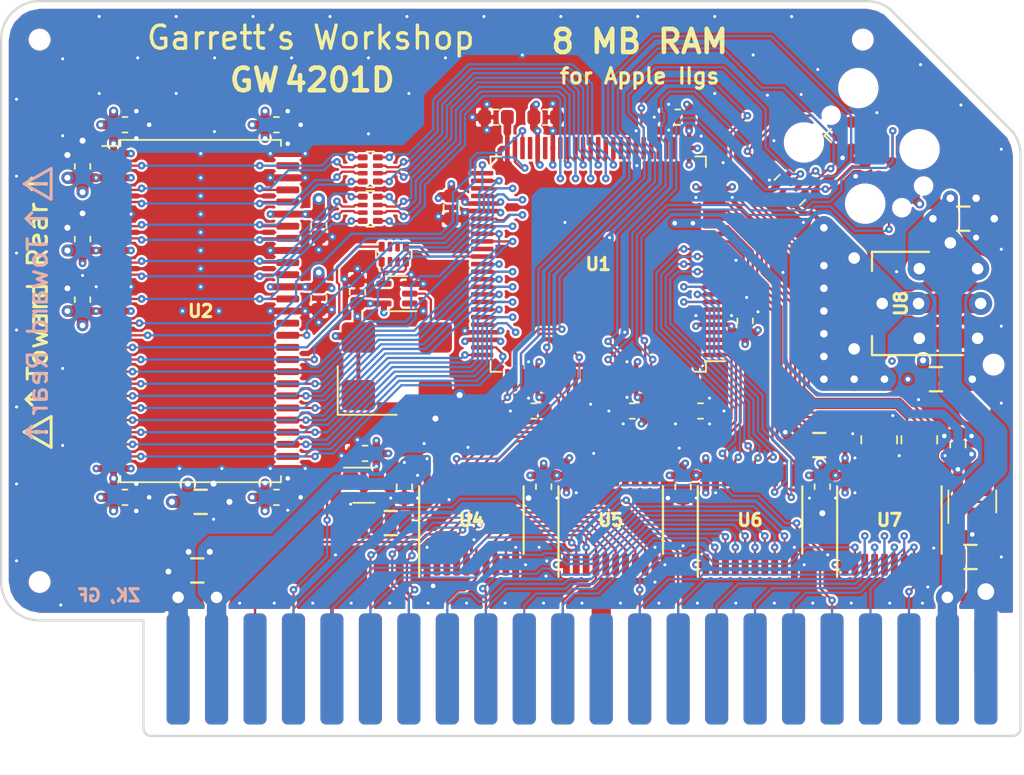
<source format=kicad_pcb>
(kicad_pcb (version 20171130) (host pcbnew "(5.1.5-0-10_14)")
  (title_block (title "GW4201D (RAM2GS II) - LCMXO2-640") (date 2021-04-30) (rev 2.0) (company "Garrett's Workshop"))
  (layers (0 F.Cu signal) (1 In1.Cu power) (2 In2.Cu power) (31 B.Cu signal) (34 B.Paste user) (35 F.Paste user) (36 B.SilkS user) (37 F.SilkS user) (38 B.Mask user) (39 F.Mask user) (44 Edge.Cuts user))
  (net 0 "")
  (net 1 GND)
  (net 2 /FA15)
  (net 3 /FA14)
  (net 4 /FA13)
  (net 5 /FA12)
  (net 6 /FA11)
  (net 7 /FA10)
  (net 8 /~CRAS~)
  (net 9 /ABORT)
  (net 10 /PH2)
  (net 11 /~CSEL~)
  (net 12 /~CROMSEL~)
  (net 13 /CROW1)
  (net 14 /CROW0)
  (net 15 /~CCAS~)
  (net 16 /~FWE~)
  (net 17 /FRA1)
  (net 18 /FRA2)
  (net 19 /FRA0)
  (net 20 /FRA7)
  (net 21 /FRA5)
  (net 22 /FRA4)
  (net 23 /FRA3)
  (net 24 /FRA6)
  (net 25 /FRA8)
  (net 26 /FRA9)
  (net 27 /FD2)
  (net 28 /FD7)
  (net 29 /FD0)
  (net 30 /FD6)
  (net 31 /FD4)
  (net 32 /FD5)
  (net 33 /FD3)
  (net 34 /FD1)
  (net 35 "Net-(RN1-Pad1)")
  (net 36 /AClk)
  (net 37 /RClk)
  (net 38 +3V3)
  (net 39 /Dout5)
  (net 40 /Dout6)
  (net 41 /Dout4)
  (net 42 /Dout7)
  (net 43 /Dout2)
  (net 44 /Dout1)
  (net 45 /Dout3)
  (net 46 /Din3)
  (net 47 /Din0)
  (net 48 /Din1)
  (net 49 /Din2)
  (net 50 /Din7)
  (net 51 /Din4)
  (net 52 /Din6)
  (net 53 /Din5)
  (net 54 /~WE~in)
  (net 55 /Ain0)
  (net 56 /Ain2)
  (net 57 /Ain1)
  (net 58 /PH2in)
  (net 59 /~CCAS~in)
  (net 60 /CROWin0)
  (net 61 /CROWin1)
  (net 62 /~CRAS~in)
  (net 63 /RD0)
  (net 64 /RD2)
  (net 65 /RD1)
  (net 66 /RD3)
  (net 67 /RD1r)
  (net 68 /RD0r)
  (net 69 /RD2r)
  (net 70 /RD3r)
  (net 71 /RD7r)
  (net 72 /RD6r)
  (net 73 /RD4r)
  (net 74 /RD5r)
  (net 75 /RD7)
  (net 76 /RD5)
  (net 77 /RD6)
  (net 78 /RD4)
  (net 79 /Ain7)
  (net 80 /Ain5)
  (net 81 /Ain4)
  (net 82 /Ain3)
  (net 83 /Ain6)
  (net 84 /Ain8)
  (net 85 /Ain9)
  (net 86 /DQMH)
  (net 87 /CKE)
  (net 88 /RA11)
  (net 89 /RA9)
  (net 90 /RA8)
  (net 91 /RA7)
  (net 92 /RA6)
  (net 93 /RA5)
  (net 94 /RA4)
  (net 95 /RA3)
  (net 96 /RA2)
  (net 97 /RA1)
  (net 98 /RA0)
  (net 99 /RA10)
  (net 100 /BA1)
  (net 101 /BA0)
  (net 102 /R~CS~)
  (net 103 /R~RAS~)
  (net 104 /R~CAS~)
  (net 105 /R~WE~)
  (net 106 /DQML)
  (net 107 "Net-(RN4-Pad1)")
  (net 108 "Net-(RN4-Pad3)")
  (net 109 "Net-(RN4-Pad2)")
  (net 110 "Net-(RN4-Pad4)")
  (net 111 "Net-(RN5-Pad4)")
  (net 112 "Net-(RN5-Pad2)")
  (net 113 "Net-(RN5-Pad3)")
  (net 114 "Net-(RN5-Pad1)")
  (net 115 "Net-(U10-Pad2)")
  (net 116 /TDI)
  (net 117 "Net-(J2-Pad8)")
  (net 118 /TMS)
  (net 119 /TDO)
  (net 120 /TCK)
  (net 121 +5V)
  (net 122 "Net-(U9-Pad1)")
  (net 123 "Net-(U10-Pad1)")
  (net 124 "Net-(R3-Pad2)")
  (net 125 "Net-(R3-Pad1)")
  (net 126 "Net-(RN1-Pad6)")
  (net 127 "Net-(RN1-Pad7)")
  (net 128 "Net-(RN1-Pad2)")
  (net 129 "Net-(RN1-Pad3)")
  (net 130 +1V2)
  (net 131 "Net-(J2-Pad10)")
  (net 132 "Net-(J2-Pad9)")
  (net 133 "Net-(U11-Pad4)")
  (net 134 "Net-(U1-Pad27)")
  (net 135 "Net-(U1-Pad31)")
  (net 136 "Net-(U1-Pad47)")
  (net 137 /~PROG~)
  (net 138 "Net-(U1-Pad4)")
  (net 139 "Net-(U1-Pad7)")
  (net 140 "Net-(U1-Pad28)")
  (net 141 "Net-(U1-Pad29)")
  (net 142 "Net-(U1-Pad30)")
  (net 143 "Net-(U1-Pad34)")
  (net 144 "Net-(U1-Pad35)")
  (net 145 "Net-(U1-Pad45)")
  (net 146 /DONE)
  (net 147 /~INIT~)
  (module stdpads:TQFP-100_14x14mm_P0.5mm (layer F.Cu) (at 85.4 108.55 90)
    (fp_text reference U1)
    (fp_text value LCMXO2-640HC-4TG100C)
    (fp_text user %R (at 0 0) (layer F.SilkS) (effects (font (size 0.8128 0.8128) (thickness 0.2032))))
    (pad 1 smd roundrect (at -6 7.6625 180) (size 1.475 0.3) (layers F.Cu F.Paste F.Mask) (net 50 /Din7))
    (pad 2 smd roundrect (at -5.5 7.6625 180) (size 1.475 0.3) (layers F.Cu F.Paste F.Mask) (net 52 /Din6))
    (pad 3 smd roundrect (at -5 7.6625 180) (size 1.475 0.3) (layers F.Cu F.Paste F.Mask) (net 47 /Din0))
    (pad 4 smd roundrect (at -4.5 7.6625 180) (size 1.475 0.3) (layers F.Cu F.Paste F.Mask) (net 138 "Net-(U1-Pad4)"))
    (pad 5 smd roundrect (at -4 7.6625 180) (size 1.475 0.3) (layers F.Cu F.Paste F.Mask) (net 38 +3V3))
    (pad 6 smd roundrect (at -3.5 7.6625 180) (size 1.475 0.3) (layers F.Cu F.Paste F.Mask) (net 1 GND))
    (pad 7 smd roundrect (at -3 7.6625 180) (size 1.475 0.3) (layers F.Cu F.Paste F.Mask) (net 139 "Net-(U1-Pad7)"))
    (pad 8 smd roundrect (at -2.5 7.6625 180) (size 1.475 0.3) (layers F.Cu F.Paste F.Mask) (net 58 /PH2in))
    (pad 9 smd roundrect (at -2 7.6625 180) (size 1.475 0.3) (layers F.Cu F.Paste F.Mask) (net 59 /~CCAS~in))
    (pad 10 smd roundrect (at -1.5 7.6625 180) (size 1.475 0.3) (layers F.Cu F.Paste F.Mask) (net 60 /CROWin0))
    (pad 11 smd roundrect (at -1 7.6625 180) (size 1.475 0.3) (layers F.Cu F.Paste F.Mask))
    (pad 12 smd roundrect (at -0.5 7.6625 180) (size 1.475 0.3) (layers F.Cu F.Paste F.Mask) (net 57 /Ain1))
    (pad 13 smd roundrect (at 0 7.6625 180) (size 1.475 0.3) (layers F.Cu F.Paste F.Mask) (net 56 /Ain2))
    (pad 14 smd roundrect (at 0.5 7.6625 180) (size 1.475 0.3) (layers F.Cu F.Paste F.Mask) (net 55 /Ain0))
    (pad 15 smd roundrect (at 1 7.6625 180) (size 1.475 0.3) (layers F.Cu F.Paste F.Mask) (net 54 /~WE~in))
    (pad 16 smd roundrect (at 1.5 7.6625 180) (size 1.475 0.3) (layers F.Cu F.Paste F.Mask) (net 61 /CROWin1))
    (pad 17 smd roundrect (at 2 7.6625 180) (size 1.475 0.3) (layers F.Cu F.Paste F.Mask) (net 62 /~CRAS~in))
    (pad 18 smd roundrect (at 2.5 7.6625 180) (size 1.475 0.3) (layers F.Cu F.Paste F.Mask) (net 79 /Ain7))
    (pad 19 smd roundrect (at 3 7.6625 180) (size 1.475 0.3) (layers F.Cu F.Paste F.Mask) (net 80 /Ain5))
    (pad 20 smd roundrect (at 3.5 7.6625 180) (size 1.475 0.3) (layers F.Cu F.Paste F.Mask) (net 81 /Ain4))
    (pad 21 smd roundrect (at 4 7.6625 180) (size 1.475 0.3) (layers F.Cu F.Paste F.Mask) (net 82 /Ain3))
    (pad 22 smd roundrect (at 4.5 7.6625 180) (size 1.475 0.3) (layers F.Cu F.Paste F.Mask) (net 1 GND))
    (pad 23 smd roundrect (at 5 7.6625 180) (size 1.475 0.3) (layers F.Cu F.Paste F.Mask) (net 38 +3V3))
    (pad 24 smd roundrect (at 5.5 7.6625 180) (size 1.475 0.3) (layers F.Cu F.Paste F.Mask) (net 83 /Ain6))
    (pad 25 smd roundrect (at 6 7.6625 180) (size 1.475 0.3) (layers F.Cu F.Paste F.Mask) (net 84 /Ain8))
    (pad 26 smd roundrect (at 7.6625 6 180) (size 0.3 1.475) (layers F.Cu F.Paste F.Mask) (net 38 +3V3))
    (pad 27 smd roundrect (at 7.6625 5.5 180) (size 0.3 1.475) (layers F.Cu F.Paste F.Mask) (net 134 "Net-(U1-Pad27)"))
    (pad 28 smd roundrect (at 7.6625 5 180) (size 0.3 1.475) (layers F.Cu F.Paste F.Mask) (net 140 "Net-(U1-Pad28)"))
    (pad 29 smd roundrect (at 7.6625 4.5 180) (size 0.3 1.475) (layers F.Cu F.Paste F.Mask) (net 141 "Net-(U1-Pad29)"))
    (pad 30 smd roundrect (at 7.6625 4 180) (size 0.3 1.475) (layers F.Cu F.Paste F.Mask) (net 142 "Net-(U1-Pad30)"))
    (pad 31 smd roundrect (at 7.6625 3.5 180) (size 0.3 1.475) (layers F.Cu F.Paste F.Mask) (net 135 "Net-(U1-Pad31)"))
    (pad 32 smd roundrect (at 7.6625 3 180) (size 0.3 1.475) (layers F.Cu F.Paste F.Mask) (net 85 /Ain9))
    (pad 33 smd roundrect (at 7.6625 2.5 180) (size 0.3 1.475) (layers F.Cu F.Paste F.Mask) (net 1 GND))
    (pad 34 smd roundrect (at 7.6625 2 180) (size 0.3 1.475) (layers F.Cu F.Paste F.Mask) (net 143 "Net-(U1-Pad34)"))
    (pad 35 smd roundrect (at 7.6625 1.5 180) (size 0.3 1.475) (layers F.Cu F.Paste F.Mask) (net 144 "Net-(U1-Pad35)"))
    (pad 36 smd roundrect (at 7.6625 1 180) (size 0.3 1.475) (layers F.Cu F.Paste F.Mask) (net 68 /RD0r))
    (pad 37 smd roundrect (at 7.6625 0.5 180) (size 0.3 1.475) (layers F.Cu F.Paste F.Mask) (net 67 /RD1r))
    (pad 38 smd roundrect (at 7.6625 0 180) (size 0.3 1.475) (layers F.Cu F.Paste F.Mask) (net 70 /RD3r))
    (pad 39 smd roundrect (at 7.6625 -0.5 180) (size 0.3 1.475) (layers F.Cu F.Paste F.Mask) (net 69 /RD2r))
    (pad 40 smd roundrect (at 7.6625 -1 180) (size 0.3 1.475) (layers F.Cu F.Paste F.Mask) (net 74 /RD5r))
    (pad 41 smd roundrect (at 7.6625 -1.5 180) (size 0.3 1.475) (layers F.Cu F.Paste F.Mask) (net 73 /RD4r))
    (pad 42 smd roundrect (at 7.6625 -2 180) (size 0.3 1.475) (layers F.Cu F.Paste F.Mask) (net 72 /RD6r))
    (pad 43 smd roundrect (at 7.6625 -2.5 180) (size 0.3 1.475) (layers F.Cu F.Paste F.Mask) (net 71 /RD7r))
    (pad 44 smd roundrect (at 7.6625 -3 180) (size 0.3 1.475) (layers F.Cu F.Paste F.Mask) (net 1 GND))
    (pad 45 smd roundrect (at 7.6625 -3.5 180) (size 0.3 1.475) (layers F.Cu F.Paste F.Mask) (net 145 "Net-(U1-Pad45)"))
    (pad 46 smd roundrect (at 7.6625 -4 180) (size 0.3 1.475) (layers F.Cu F.Paste F.Mask) (net 38 +3V3))
    (pad 47 smd roundrect (at 7.6625 -4.5 180) (size 0.3 1.475) (layers F.Cu F.Paste F.Mask) (net 136 "Net-(U1-Pad47)"))
    (pad 48 smd roundrect (at 7.6625 -5 180) (size 0.3 1.475) (layers F.Cu F.Paste F.Mask) (net 106 /DQML))
    (pad 49 smd roundrect (at 7.6625 -5.5 180) (size 0.3 1.475) (layers F.Cu F.Paste F.Mask) (net 105 /R~WE~))
    (pad 50 smd roundrect (at 7.6625 -6 180) (size 0.3 1.475) (layers F.Cu F.Paste F.Mask) (net 130 +1V2))
    (pad 51 smd roundrect (at 6 -7.6625 180) (size 1.475 0.3) (layers F.Cu F.Paste F.Mask) (net 86 /DQMH))
    (pad 52 smd roundrect (at 5.5 -7.6625 180) (size 1.475 0.3) (layers F.Cu F.Paste F.Mask) (net 104 /R~CAS~))
    (pad 53 smd roundrect (at 5 -7.6625 180) (size 1.475 0.3) (layers F.Cu F.Paste F.Mask) (net 87 /CKE))
    (pad 54 smd roundrect (at 4.5 -7.6625 180) (size 1.475 0.3) (layers F.Cu F.Paste F.Mask) (net 103 /R~RAS~))
    (pad 55 smd roundrect (at 4 -7.6625 180) (size 1.475 0.3) (layers F.Cu F.Paste F.Mask) (net 38 +3V3))
    (pad 56 smd roundrect (at 3.5 -7.6625 180) (size 1.475 0.3) (layers F.Cu F.Paste F.Mask) (net 1 GND))
    (pad 57 smd roundrect (at 3 -7.6625 180) (size 1.475 0.3) (layers F.Cu F.Paste F.Mask) (net 102 /R~CS~))
    (pad 58 smd roundrect (at 2.5 -7.6625 180) (size 1.475 0.3) (layers F.Cu F.Paste F.Mask) (net 101 /BA0))
    (pad 59 smd roundrect (at 2 -7.6625 180) (size 1.475 0.3) (layers F.Cu F.Paste F.Mask) (net 88 /RA11))
    (pad 60 smd roundrect (at 1.5 -7.6625 180) (size 1.475 0.3) (layers F.Cu F.Paste F.Mask) (net 100 /BA1))
    (pad 61 smd roundrect (at 1 -7.6625 180) (size 1.475 0.3) (layers F.Cu F.Paste F.Mask))
    (pad 62 smd roundrect (at 0.5 -7.6625 180) (size 1.475 0.3) (layers F.Cu F.Paste F.Mask) (net 36 /AClk))
    (pad 63 smd roundrect (at 0 -7.6625 180) (size 1.475 0.3) (layers F.Cu F.Paste F.Mask) (net 89 /RA9))
    (pad 64 smd roundrect (at -0.5 -7.6625 180) (size 1.475 0.3) (layers F.Cu F.Paste F.Mask) (net 99 /RA10))
    (pad 65 smd roundrect (at -1 -7.6625 180) (size 1.475 0.3) (layers F.Cu F.Paste F.Mask) (net 90 /RA8))
    (pad 66 smd roundrect (at -1.5 -7.6625 180) (size 1.475 0.3) (layers F.Cu F.Paste F.Mask) (net 98 /RA0))
    (pad 67 smd roundrect (at -2 -7.6625 180) (size 1.475 0.3) (layers F.Cu F.Paste F.Mask) (net 97 /RA1))
    (pad 68 smd roundrect (at -2.5 -7.6625 180) (size 1.475 0.3) (layers F.Cu F.Paste F.Mask) (net 92 /RA6))
    (pad 69 smd roundrect (at -3 -7.6625 180) (size 1.475 0.3) (layers F.Cu F.Paste F.Mask) (net 96 /RA2))
    (pad 70 smd roundrect (at -3.5 -7.6625 180) (size 1.475 0.3) (layers F.Cu F.Paste F.Mask) (net 93 /RA5))
    (pad 71 smd roundrect (at -4 -7.6625 180) (size 1.475 0.3) (layers F.Cu F.Paste F.Mask) (net 95 /RA3))
    (pad 72 smd roundrect (at -4.5 -7.6625 180) (size 1.475 0.3) (layers F.Cu F.Paste F.Mask) (net 1 GND))
    (pad 73 smd roundrect (at -5 -7.6625 180) (size 1.475 0.3) (layers F.Cu F.Paste F.Mask) (net 38 +3V3))
    (pad 74 smd roundrect (at -5.5 -7.6625 180) (size 1.475 0.3) (layers F.Cu F.Paste F.Mask) (net 94 /RA4))
    (pad 75 smd roundrect (at -6 -7.6625 180) (size 1.475 0.3) (layers F.Cu F.Paste F.Mask) (net 91 /RA7))
    (pad 76 smd roundrect (at -7.6625 -6 180) (size 0.3 1.475) (layers F.Cu F.Paste F.Mask) (net 146 /DONE))
    (pad 77 smd roundrect (at -7.6625 -5.5 180) (size 0.3 1.475) (layers F.Cu F.Paste F.Mask) (net 147 /~INIT~))
    (pad 78 smd roundrect (at -7.6625 -5 180) (size 0.3 1.475) (layers F.Cu F.Paste F.Mask) (net 40 /Dout6))
    (pad 79 smd roundrect (at -7.6625 -4.5 180) (size 0.3 1.475) (layers F.Cu F.Paste F.Mask) (net 1 GND))
    (pad 80 smd roundrect (at -7.6625 -4 180) (size 0.3 1.475) (layers F.Cu F.Paste F.Mask) (net 38 +3V3))
    (pad 81 smd roundrect (at -7.6625 -3.5 180) (size 0.3 1.475) (layers F.Cu F.Paste F.Mask) (net 137 /~PROG~))
    (pad 82 smd roundrect (at -7.6625 -3 180) (size 0.3 1.475) (layers F.Cu F.Paste F.Mask) (net 42 /Dout7))
    (pad 83 smd roundrect (at -7.6625 -2.5 180) (size 0.3 1.475) (layers F.Cu F.Paste F.Mask) (net 41 /Dout4))
    (pad 84 smd roundrect (at -7.6625 -2 180) (size 0.3 1.475) (layers F.Cu F.Paste F.Mask) (net 39 /Dout5))
    (pad 85 smd roundrect (at -7.6625 -1.5 180) (size 0.3 1.475) (layers F.Cu F.Paste F.Mask) (net 45 /Dout3))
    (pad 86 smd roundrect (at -7.6625 -1 180) (size 0.3 1.475) (layers F.Cu F.Paste F.Mask) (net 44 /Dout1))
    (pad 87 smd roundrect (at -7.6625 -0.5 180) (size 0.3 1.475) (layers F.Cu F.Paste F.Mask) (net 43 /Dout2))
    (pad 88 smd roundrect (at -7.6625 0 180) (size 0.3 1.475) (layers F.Cu F.Paste F.Mask) (net 49 /Din2))
    (pad 89 smd roundrect (at -7.6625 0.5 180) (size 0.3 1.475) (layers F.Cu F.Paste F.Mask))
    (pad 90 smd roundrect (at -7.6625 1 180) (size 0.3 1.475) (layers F.Cu F.Paste F.Mask) (net 118 /TMS))
    (pad 91 smd roundrect (at -7.6625 1.5 180) (size 0.3 1.475) (layers F.Cu F.Paste F.Mask) (net 120 /TCK))
    (pad 92 smd roundrect (at -7.6625 2 180) (size 0.3 1.475) (layers F.Cu F.Paste F.Mask) (net 1 GND))
    (pad 93 smd roundrect (at -7.6625 2.5 180) (size 0.3 1.475) (layers F.Cu F.Paste F.Mask) (net 38 +3V3))
    (pad 94 smd roundrect (at -7.6625 3 180) (size 0.3 1.475) (layers F.Cu F.Paste F.Mask) (net 116 /TDI))
    (pad 95 smd roundrect (at -7.6625 3.5 180) (size 0.3 1.475) (layers F.Cu F.Paste F.Mask) (net 119 /TDO))
    (pad 96 smd roundrect (at -7.6625 4 180) (size 0.3 1.475) (layers F.Cu F.Paste F.Mask) (net 48 /Din1))
    (pad 97 smd roundrect (at -7.6625 4.5 180) (size 0.3 1.475) (layers F.Cu F.Paste F.Mask) (net 46 /Din3))
    (pad 98 smd roundrect (at -7.6625 5 180) (size 0.3 1.475) (layers F.Cu F.Paste F.Mask) (net 53 /Din5))
    (pad 99 smd roundrect (at -7.6625 5.5 180) (size 0.3 1.475) (layers F.Cu F.Paste F.Mask) (net 51 /Din4))
    (pad 100 smd roundrect (at -7.6625 6 180) (size 0.3 1.475) (layers F.Cu F.Paste F.Mask) (net 130 +1V2))
  )
  (module stdpads:SOT-223 (layer F.Cu) (at 105.387 111.15)
    (fp_text reference U8 (at 0 0 270) (layer F.SilkS) (effects (font (size 0.8128 0.8128) (thickness 0.2032))))
    (fp_text value AZ1117CH-3.3TRG1)
    (pad 1 smd roundrect (at 3.15 2.3 180) (size 2 1.5) (layers F.Cu F.Paste F.Mask) (roundrect_rratio 0.2) (net 1 GND))
    (pad 3 smd roundrect (at 3.15 -2.3 180) (size 2 1.5) (layers F.Cu F.Paste F.Mask) (roundrect_rratio 0.2) (net 121 +5V))
    (pad 2 smd roundrect (at 3.15 0 180) (size 2 1.5) (layers F.Cu F.Paste F.Mask) (roundrect_rratio 0.2) (net 38 +3V3))
    (pad 2 smd roundrect (at -3.15 0 180) (size 2 3.8) (layers F.Cu F.Paste F.Mask) (roundrect_rratio 0.15) (net 38 +3V3))
  )
  (module stdpads:Crystal_SMD_7050-4Pin_7.0x5.0mm_SiTime (layer F.Cu) (at 72.1 115.3)
    (fp_text reference U3)
    (fp_text value 60M)
    (pad 4 smd roundrect (at -2.54 -1.905) (size 2.2 2) (layers F.Cu F.Paste F.Mask) (roundrect_rratio 0.15) (net 38 +3V3))
    (pad 3 smd roundrect (at 2.54 -1.905) (size 2.2 2) (layers F.Cu F.Paste F.Mask) (roundrect_rratio 0.15) (net 115 "Net-(U10-Pad2)"))
    (pad 2 smd roundrect (at 2.54 1.905) (size 2.2 2) (layers F.Cu F.Paste F.Mask) (roundrect_rratio 0.15) (net 1 GND))
    (pad 1 smd roundrect (at -2.54 1.905) (size 2.2 2) (layers F.Cu F.Paste F.Mask) (roundrect_rratio 0.15) (net 38 +3V3))
  )
  (module stdpads:PasteHole_1.152mm_NPTH (layer F.Cu) (at 48.514 129.54)
    (fp_text reference H4)
    (fp_text value " " hide)
    (pad "" np_thru_hole circle (at 0 0) (size 1.152 1.152) (drill 1.152) (layers *.Cu *.Mask))
  )
  (module stdpads:Fiducial (layer F.Cu) (at 48.514 123.952)
    (fp_text reference FID4)
    (fp_text value Fiducial hide)
    (pad ~ smd circle (at 0 0) (size 1 1) (layers F.Cu F.Mask) (clearance 0.575))
  )
  (module stdpads:TSSOP-20_4.4x6.5mm_P0.65mm (layer F.Cu) (at 77.025 125.45)
    (fp_text reference U4)
    (fp_text value 74AHCT245PW)
    (fp_text user %R (at 0 0) (layer F.SilkS) (effects (font (size 0.8128 0.8128) (thickness 0.2032))))
    (pad 20 smd roundrect (at -2.925 -2.95 90) (size 1.45 0.45) (layers F.Cu F.Paste F.Mask) (net 121 +5V))
    (pad 19 smd roundrect (at -2.275 -2.95 90) (size 1.45 0.45) (layers F.Cu F.Paste F.Mask) (net 124 "Net-(R3-Pad2)"))
    (pad 18 smd roundrect (at -1.625 -2.95 90) (size 1.45 0.45) (layers F.Cu F.Paste F.Mask) (net 146 /DONE))
    (pad 17 smd roundrect (at -0.975 -2.95 90) (size 1.45 0.45) (layers F.Cu F.Paste F.Mask) (net 40 /Dout6))
    (pad 16 smd roundrect (at -0.325 -2.95 90) (size 1.45 0.45) (layers F.Cu F.Paste F.Mask) (net 42 /Dout7))
    (pad 15 smd roundrect (at 0.325 -2.95 90) (size 1.45 0.45) (layers F.Cu F.Paste F.Mask) (net 41 /Dout4))
    (pad 14 smd roundrect (at 0.975 -2.95 90) (size 1.45 0.45) (layers F.Cu F.Paste F.Mask) (net 39 /Dout5))
    (pad 13 smd roundrect (at 1.625 -2.95 90) (size 1.45 0.45) (layers F.Cu F.Paste F.Mask) (net 45 /Dout3))
    (pad 12 smd roundrect (at 2.275 -2.95 90) (size 1.45 0.45) (layers F.Cu F.Paste F.Mask) (net 44 /Dout1))
    (pad 11 smd roundrect (at 2.925 -2.95 90) (size 1.45 0.45) (layers F.Cu F.Paste F.Mask) (net 43 /Dout2))
    (pad 10 smd roundrect (at 2.925 2.95 90) (size 1.45 0.45) (layers F.Cu F.Paste F.Mask) (net 1 GND))
    (pad 9 smd roundrect (at 2.275 2.95 90) (size 1.45 0.45) (layers F.Cu F.Paste F.Mask) (net 27 /FD2))
    (pad 8 smd roundrect (at 1.625 2.95 90) (size 1.45 0.45) (layers F.Cu F.Paste F.Mask) (net 34 /FD1))
    (pad 7 smd roundrect (at 0.975 2.95 90) (size 1.45 0.45) (layers F.Cu F.Paste F.Mask) (net 33 /FD3))
    (pad 6 smd roundrect (at 0.325 2.95 90) (size 1.45 0.45) (layers F.Cu F.Paste F.Mask) (net 32 /FD5))
    (pad 5 smd roundrect (at -0.325 2.95 90) (size 1.45 0.45) (layers F.Cu F.Paste F.Mask) (net 31 /FD4))
    (pad 4 smd roundrect (at -0.975 2.95 90) (size 1.45 0.45) (layers F.Cu F.Paste F.Mask) (net 28 /FD7))
    (pad 3 smd roundrect (at -1.625 2.95 90) (size 1.45 0.45) (layers F.Cu F.Paste F.Mask) (net 30 /FD6))
    (pad 2 smd roundrect (at -2.275 2.95 90) (size 1.45 0.45) (layers F.Cu F.Paste F.Mask) (net 29 /FD0))
    (pad 1 smd roundrect (at -2.925 2.95 90) (size 1.45 0.45) (layers F.Cu F.Paste F.Mask) (net 1 GND))
  )
  (module stdpads:SOT-353 (layer F.Cu) (at 72.1 110.5)
    (fp_text reference U10)
    (fp_text value 74LVC1G04GW)
    (pad 5 smd roundrect (at -0.85 0.65 180) (size 1 0.4) (layers F.Cu F.Paste F.Mask) (net 38 +3V3))
    (pad 4 smd roundrect (at -0.85 -0.65 180) (size 1 0.4) (layers F.Cu F.Paste F.Mask) (net 35 "Net-(RN1-Pad1)"))
    (pad 2 smd roundrect (at 0.85 0 180) (size 1 0.4) (layers F.Cu F.Paste F.Mask) (net 115 "Net-(U10-Pad2)"))
    (pad 1 smd roundrect (at 0.85 0.65 180) (size 1 0.4) (layers F.Cu F.Paste F.Mask) (net 123 "Net-(U10-Pad1)"))
    (pad 3 smd roundrect (at 0.85 -0.65 180) (size 1 0.4) (layers F.Cu F.Paste F.Mask) (net 1 GND))
  )
  (module stdpads:SOT-353 (layer F.Cu) (at 69.9 123.15 180)
    (fp_text reference U9)
    (fp_text value 74LVC1G04GW)
    (pad 5 smd roundrect (at -0.85 0.65) (size 1 0.4) (layers F.Cu F.Paste F.Mask) (net 38 +3V3))
    (pad 4 smd roundrect (at -0.85 -0.65) (size 1 0.4) (layers F.Cu F.Paste F.Mask) (net 125 "Net-(R3-Pad1)"))
    (pad 2 smd roundrect (at 0.85 0) (size 1 0.4) (layers F.Cu F.Paste F.Mask) (net 11 /~CSEL~))
    (pad 1 smd roundrect (at 0.85 0.65) (size 1 0.4) (layers F.Cu F.Paste F.Mask) (net 122 "Net-(U9-Pad1)"))
    (pad 3 smd roundrect (at 0.85 -0.65) (size 1 0.4) (layers F.Cu F.Paste F.Mask) (net 1 GND))
  )
  (module stdpads:TSSOP-20_4.4x6.5mm_P0.65mm (layer F.Cu) (at 95.425 125.45)
    (fp_text reference U6)
    (fp_text value 74LVC245APW)
    (fp_text user %R (at 0 0) (layer F.SilkS) (effects (font (size 0.8128 0.8128) (thickness 0.2032))))
    (pad 20 smd roundrect (at -2.925 -2.95 90) (size 1.45 0.45) (layers F.Cu F.Paste F.Mask) (net 38 +3V3))
    (pad 19 smd roundrect (at -2.275 -2.95 90) (size 1.45 0.45) (layers F.Cu F.Paste F.Mask) (net 1 GND))
    (pad 18 smd roundrect (at -1.625 -2.95 90) (size 1.45 0.45) (layers F.Cu F.Paste F.Mask) (net 54 /~WE~in))
    (pad 17 smd roundrect (at -0.975 -2.95 90) (size 1.45 0.45) (layers F.Cu F.Paste F.Mask) (net 55 /Ain0))
    (pad 16 smd roundrect (at -0.325 -2.95 90) (size 1.45 0.45) (layers F.Cu F.Paste F.Mask) (net 56 /Ain2))
    (pad 15 smd roundrect (at 0.325 -2.95 90) (size 1.45 0.45) (layers F.Cu F.Paste F.Mask) (net 57 /Ain1))
    (pad 14 smd roundrect (at 0.975 -2.95 90) (size 1.45 0.45) (layers F.Cu F.Paste F.Mask) (net 58 /PH2in))
    (pad 13 smd roundrect (at 1.625 -2.95 90) (size 1.45 0.45) (layers F.Cu F.Paste F.Mask) (net 59 /~CCAS~in))
    (pad 12 smd roundrect (at 2.275 -2.95 90) (size 1.45 0.45) (layers F.Cu F.Paste F.Mask) (net 60 /CROWin0))
    (pad 11 smd roundrect (at 2.925 -2.95 90) (size 1.45 0.45) (layers F.Cu F.Paste F.Mask) (net 61 /CROWin1))
    (pad 10 smd roundrect (at 2.925 2.95 90) (size 1.45 0.45) (layers F.Cu F.Paste F.Mask) (net 1 GND))
    (pad 9 smd roundrect (at 2.275 2.95 90) (size 1.45 0.45) (layers F.Cu F.Paste F.Mask) (net 13 /CROW1))
    (pad 8 smd roundrect (at 1.625 2.95 90) (size 1.45 0.45) (layers F.Cu F.Paste F.Mask) (net 14 /CROW0))
    (pad 7 smd roundrect (at 0.975 2.95 90) (size 1.45 0.45) (layers F.Cu F.Paste F.Mask) (net 15 /~CCAS~))
    (pad 6 smd roundrect (at 0.325 2.95 90) (size 1.45 0.45) (layers F.Cu F.Paste F.Mask) (net 10 /PH2))
    (pad 5 smd roundrect (at -0.325 2.95 90) (size 1.45 0.45) (layers F.Cu F.Paste F.Mask) (net 17 /FRA1))
    (pad 4 smd roundrect (at -0.975 2.95 90) (size 1.45 0.45) (layers F.Cu F.Paste F.Mask) (net 18 /FRA2))
    (pad 3 smd roundrect (at -1.625 2.95 90) (size 1.45 0.45) (layers F.Cu F.Paste F.Mask) (net 19 /FRA0))
    (pad 2 smd roundrect (at -2.275 2.95 90) (size 1.45 0.45) (layers F.Cu F.Paste F.Mask) (net 16 /~FWE~))
    (pad 1 smd roundrect (at -2.925 2.95 90) (size 1.45 0.45) (layers F.Cu F.Paste F.Mask) (net 38 +3V3))
  )
  (module stdpads:TSSOP-20_4.4x6.5mm_P0.65mm (layer F.Cu) (at 104.625 125.45)
    (fp_text reference U7)
    (fp_text value 74LVC245APW)
    (fp_text user %R (at 0 0) (layer F.SilkS) (effects (font (size 0.8128 0.8128) (thickness 0.2032))))
    (pad 20 smd roundrect (at -2.925 -2.95 90) (size 1.45 0.45) (layers F.Cu F.Paste F.Mask) (net 38 +3V3))
    (pad 19 smd roundrect (at -2.275 -2.95 90) (size 1.45 0.45) (layers F.Cu F.Paste F.Mask) (net 1 GND))
    (pad 18 smd roundrect (at -1.625 -2.95 90) (size 1.45 0.45) (layers F.Cu F.Paste F.Mask) (net 107 "Net-(RN4-Pad1)"))
    (pad 17 smd roundrect (at -0.975 -2.95 90) (size 1.45 0.45) (layers F.Cu F.Paste F.Mask) (net 109 "Net-(RN4-Pad2)"))
    (pad 16 smd roundrect (at -0.325 -2.95 90) (size 1.45 0.45) (layers F.Cu F.Paste F.Mask) (net 108 "Net-(RN4-Pad3)"))
    (pad 15 smd roundrect (at 0.325 -2.95 90) (size 1.45 0.45) (layers F.Cu F.Paste F.Mask) (net 110 "Net-(RN4-Pad4)"))
    (pad 14 smd roundrect (at 0.975 -2.95 90) (size 1.45 0.45) (layers F.Cu F.Paste F.Mask) (net 114 "Net-(RN5-Pad1)"))
    (pad 13 smd roundrect (at 1.625 -2.95 90) (size 1.45 0.45) (layers F.Cu F.Paste F.Mask) (net 112 "Net-(RN5-Pad2)"))
    (pad 12 smd roundrect (at 2.275 -2.95 90) (size 1.45 0.45) (layers F.Cu F.Paste F.Mask) (net 113 "Net-(RN5-Pad3)"))
    (pad 11 smd roundrect (at 2.925 -2.95 90) (size 1.45 0.45) (layers F.Cu F.Paste F.Mask) (net 111 "Net-(RN5-Pad4)"))
    (pad 10 smd roundrect (at 2.925 2.95 90) (size 1.45 0.45) (layers F.Cu F.Paste F.Mask) (net 1 GND))
    (pad 9 smd roundrect (at 2.275 2.95 90) (size 1.45 0.45) (layers F.Cu F.Paste F.Mask) (net 26 /FRA9))
    (pad 8 smd roundrect (at 1.625 2.95 90) (size 1.45 0.45) (layers F.Cu F.Paste F.Mask) (net 25 /FRA8))
    (pad 7 smd roundrect (at 0.975 2.95 90) (size 1.45 0.45) (layers F.Cu F.Paste F.Mask) (net 24 /FRA6))
    (pad 6 smd roundrect (at 0.325 2.95 90) (size 1.45 0.45) (layers F.Cu F.Paste F.Mask) (net 23 /FRA3))
    (pad 5 smd roundrect (at -0.325 2.95 90) (size 1.45 0.45) (layers F.Cu F.Paste F.Mask) (net 22 /FRA4))
    (pad 4 smd roundrect (at -0.975 2.95 90) (size 1.45 0.45) (layers F.Cu F.Paste F.Mask) (net 21 /FRA5))
    (pad 3 smd roundrect (at -1.625 2.95 90) (size 1.45 0.45) (layers F.Cu F.Paste F.Mask) (net 20 /FRA7))
    (pad 2 smd roundrect (at -2.275 2.95 90) (size 1.45 0.45) (layers F.Cu F.Paste F.Mask) (net 8 /~CRAS~))
    (pad 1 smd roundrect (at -2.925 2.95 90) (size 1.45 0.45) (layers F.Cu F.Paste F.Mask) (net 38 +3V3))
  )
  (module stdpads:TSSOP-20_4.4x6.5mm_P0.65mm (layer F.Cu) (at 86.225 125.45)
    (fp_text reference U5)
    (fp_text value 74LVC245APW)
    (fp_text user %R (at 0 0) (layer F.SilkS) (effects (font (size 0.8128 0.8128) (thickness 0.2032))))
    (pad 20 smd roundrect (at -2.925 -2.95 90) (size 1.45 0.45) (layers F.Cu F.Paste F.Mask) (net 38 +3V3))
    (pad 19 smd roundrect (at -2.275 -2.95 90) (size 1.45 0.45) (layers F.Cu F.Paste F.Mask) (net 1 GND))
    (pad 18 smd roundrect (at -1.625 -2.95 90) (size 1.45 0.45) (layers F.Cu F.Paste F.Mask) (net 49 /Din2))
    (pad 17 smd roundrect (at -0.975 -2.95 90) (size 1.45 0.45) (layers F.Cu F.Paste F.Mask) (net 48 /Din1))
    (pad 16 smd roundrect (at -0.325 -2.95 90) (size 1.45 0.45) (layers F.Cu F.Paste F.Mask) (net 46 /Din3))
    (pad 15 smd roundrect (at 0.325 -2.95 90) (size 1.45 0.45) (layers F.Cu F.Paste F.Mask) (net 53 /Din5))
    (pad 14 smd roundrect (at 0.975 -2.95 90) (size 1.45 0.45) (layers F.Cu F.Paste F.Mask) (net 51 /Din4))
    (pad 13 smd roundrect (at 1.625 -2.95 90) (size 1.45 0.45) (layers F.Cu F.Paste F.Mask) (net 50 /Din7))
    (pad 12 smd roundrect (at 2.275 -2.95 90) (size 1.45 0.45) (layers F.Cu F.Paste F.Mask) (net 52 /Din6))
    (pad 11 smd roundrect (at 2.925 -2.95 90) (size 1.45 0.45) (layers F.Cu F.Paste F.Mask) (net 47 /Din0))
    (pad 10 smd roundrect (at 2.925 2.95 90) (size 1.45 0.45) (layers F.Cu F.Paste F.Mask) (net 1 GND))
    (pad 9 smd roundrect (at 2.275 2.95 90) (size 1.45 0.45) (layers F.Cu F.Paste F.Mask) (net 29 /FD0))
    (pad 8 smd roundrect (at 1.625 2.95 90) (size 1.45 0.45) (layers F.Cu F.Paste F.Mask) (net 30 /FD6))
    (pad 7 smd roundrect (at 0.975 2.95 90) (size 1.45 0.45) (layers F.Cu F.Paste F.Mask) (net 28 /FD7))
    (pad 6 smd roundrect (at 0.325 2.95 90) (size 1.45 0.45) (layers F.Cu F.Paste F.Mask) (net 31 /FD4))
    (pad 5 smd roundrect (at -0.325 2.95 90) (size 1.45 0.45) (layers F.Cu F.Paste F.Mask) (net 32 /FD5))
    (pad 4 smd roundrect (at -0.975 2.95 90) (size 1.45 0.45) (layers F.Cu F.Paste F.Mask) (net 33 /FD3))
    (pad 3 smd roundrect (at -1.625 2.95 90) (size 1.45 0.45) (layers F.Cu F.Paste F.Mask) (net 34 /FD1))
    (pad 2 smd roundrect (at -2.275 2.95 90) (size 1.45 0.45) (layers F.Cu F.Paste F.Mask) (net 27 /FD2))
    (pad 1 smd roundrect (at -2.925 2.95 90) (size 1.45 0.45) (layers F.Cu F.Paste F.Mask) (net 38 +3V3))
  )
  (module stdpads:C_0603 (layer F.Cu) (at 54.15 99.35)
    (fp_text reference C17)
    (fp_text value 2u2)
    (pad 2 smd roundrect (at 0.75 0) (size 0.85 0.95) (layers F.Cu F.Paste F.Mask) (net 1 GND))
    (pad 1 smd roundrect (at -0.75 0) (size 0.85 0.95) (layers F.Cu F.Paste F.Mask) (net 38 +3V3))
  )
  (module stdpads:C_0805 (layer F.Cu) (at 59.15 124.25)
    (fp_text reference C26)
    (fp_text value 10u)
    (pad 2 smd roundrect (at 0.85 0) (size 1.05 1.4) (layers F.Cu F.Paste F.Mask) (net 1 GND))
    (pad 1 smd roundrect (at -0.85 0) (size 1.05 1.4) (layers F.Cu F.Paste F.Mask) (net 38 +3V3))
  )
  (module stdpads:C_0603 (layer F.Cu) (at 70 121.05 180)
    (fp_text reference C27)
    (fp_text value 2u2)
    (pad 2 smd roundrect (at 0.75 0 180) (size 0.85 0.95) (layers F.Cu F.Paste F.Mask) (net 1 GND))
    (pad 1 smd roundrect (at -0.75 0 180) (size 0.85 0.95) (layers F.Cu F.Paste F.Mask) (net 38 +3V3))
  )
  (module stdpads:C_0603 (layer F.Cu) (at 69.5 110.4 90)
    (fp_text reference C10)
    (fp_text value 2u2)
    (pad 2 smd roundrect (at 0.75 0 90) (size 0.85 0.95) (layers F.Cu F.Paste F.Mask) (net 1 GND))
    (pad 1 smd roundrect (at -0.75 0 90) (size 0.85 0.95) (layers F.Cu F.Paste F.Mask) (net 38 +3V3))
  )
  (module stdpads:AppleIIgsMemoryExpansion_Edge (layer F.Cu) (at 84.328 135.382)
    (fp_text reference J1)
    (fp_text value "Memory Expansion")
    (pad 1 smd roundrect (at 26.67 -0.1) (size 1.524 7.34) (layers B.Cu B.Mask) (net 1 GND))
    (pad 2 smd roundrect (at 24.13 -0.1) (size 1.524 7.34) (layers B.Cu B.Mask) (net 121 +5V))
    (pad 3 smd roundrect (at 21.59 -0.1) (size 1.524 7.34) (layers B.Cu B.Mask) (net 26 /FRA9))
    (pad 4 smd roundrect (at 19.05 -0.1) (size 1.524 7.34) (layers B.Cu B.Mask) (net 25 /FRA8))
    (pad 5 smd roundrect (at 16.51 -0.1) (size 1.524 7.34) (layers B.Cu B.Mask) (net 27 /FD2))
    (pad 6 smd roundrect (at 13.97 -0.1) (size 1.524 7.34) (layers B.Cu B.Mask) (net 24 /FRA6))
    (pad 7 smd roundrect (at 11.43 -0.1) (size 1.524 7.34) (layers B.Cu B.Mask) (net 23 /FRA3))
    (pad 8 smd roundrect (at 8.89 -0.1) (size 1.524 7.34) (layers B.Cu B.Mask) (net 22 /FRA4))
    (pad 9 smd roundrect (at 6.35 -0.1) (size 1.524 7.34) (layers B.Cu B.Mask) (net 21 /FRA5))
    (pad 10 smd roundrect (at 3.81 -0.1) (size 1.524 7.34) (layers B.Cu B.Mask) (net 20 /FRA7))
    (pad 11 smd roundrect (at 1.27 -0.1) (size 1.524 7.34) (layers B.Cu B.Mask) (net 121 +5V))
    (pad 12 smd roundrect (at -1.27 -0.1) (size 1.524 7.34) (layers B.Cu B.Mask) (net 16 /~FWE~))
    (pad 13 smd roundrect (at -3.81 -0.1) (size 1.524 7.34) (layers B.Cu B.Mask) (net 19 /FRA0))
    (pad 14 smd roundrect (at -6.35 -0.1) (size 1.524 7.34) (layers B.Cu B.Mask) (net 18 /FRA2))
    (pad 15 smd roundrect (at -8.89 -0.1) (size 1.524 7.34) (layers B.Cu B.Mask) (net 17 /FRA1))
    (pad 16 smd roundrect (at -11.43 -0.1) (size 1.524 7.34) (layers B.Cu B.Mask) (net 28 /FD7))
    (pad 17 smd roundrect (at -13.97 -0.1) (size 1.524 7.34) (layers B.Cu B.Mask) (net 15 /~CCAS~))
    (pad 18 smd roundrect (at -16.51 -0.1) (size 1.524 7.34) (layers B.Cu B.Mask) (net 14 /CROW0))
    (pad 19 smd roundrect (at -19.05 -0.1) (size 1.524 7.34) (layers B.Cu B.Mask) (net 13 /CROW1))
    (pad 20 smd roundrect (at -21.59 -0.1) (size 1.524 7.34) (layers B.Cu B.Mask) (net 12 /~CROMSEL~))
    (pad 21 smd roundrect (at -24.13 -0.1) (size 1.524 7.34) (layers B.Cu B.Mask) (net 121 +5V))
    (pad 22 smd roundrect (at -26.67 -0.1) (size 1.524 7.34) (layers B.Cu B.Mask) (net 1 GND))
    (pad 23 smd roundrect (at -26.67 -0.1) (size 1.524 7.34) (layers F.Cu F.Mask) (net 1 GND))
    (pad 24 smd roundrect (at -24.13 -0.1) (size 1.524 7.34) (layers F.Cu F.Mask) (net 121 +5V))
    (pad 25 smd roundrect (at -21.59 -0.1) (size 1.524 7.34) (layers F.Cu F.Mask) (net 29 /FD0))
    (pad 26 smd roundrect (at -19.05 -0.1) (size 1.524 7.34) (layers F.Cu F.Mask) (net 11 /~CSEL~))
    (pad 27 smd roundrect (at -16.51 -0.1) (size 1.524 7.34) (layers F.Cu F.Mask) (net 1 GND))
    (pad 28 smd roundrect (at -13.97 -0.1) (size 1.524 7.34) (layers F.Cu F.Mask) (net 30 /FD6))
    (pad 29 smd roundrect (at -11.43 -0.1) (size 1.524 7.34) (layers F.Cu F.Mask) (net 31 /FD4))
    (pad 30 smd roundrect (at -8.89 -0.1) (size 1.524 7.34) (layers F.Cu F.Mask) (net 32 /FD5))
    (pad 31 smd roundrect (at -6.35 -0.1) (size 1.524 7.34) (layers F.Cu F.Mask) (net 10 /PH2))
    (pad 32 smd roundrect (at -3.81 -0.1) (size 1.524 7.34) (layers F.Cu F.Mask) (net 9 /ABORT))
    (pad 33 smd roundrect (at -1.27 -0.1) (size 1.524 7.34) (layers F.Cu F.Mask) (net 33 /FD3))
    (pad 34 smd roundrect (at 1.27 -0.1) (size 1.524 7.34) (layers F.Cu F.Mask) (net 1 GND))
    (pad 35 smd roundrect (at 3.81 -0.1) (size 1.524 7.34) (layers F.Cu F.Mask) (net 8 /~CRAS~))
    (pad 36 smd roundrect (at 6.35 -0.1) (size 1.524 7.34) (layers F.Cu F.Mask) (net 34 /FD1))
    (pad 37 smd roundrect (at 8.89 -0.1) (size 1.524 7.34) (layers F.Cu F.Mask) (net 7 /FA10))
    (pad 38 smd roundrect (at 11.43 -0.1) (size 1.524 7.34) (layers F.Cu F.Mask) (net 6 /FA11))
    (pad 39 smd roundrect (at 13.97 -0.1) (size 1.524 7.34) (layers F.Cu F.Mask) (net 5 /FA12))
    (pad 40 smd roundrect (at 16.51 -0.1) (size 1.524 7.34) (layers F.Cu F.Mask) (net 4 /FA13))
    (pad 41 smd roundrect (at 19.05 -0.1) (size 1.524 7.34) (layers F.Cu F.Mask) (net 3 /FA14))
    (pad 42 smd roundrect (at 21.59 -0.1) (size 1.524 7.34) (layers F.Cu F.Mask) (net 2 /FA15))
    (pad 43 smd roundrect (at 24.13 -0.1) (size 1.524 7.34) (layers F.Cu F.Mask) (net 121 +5V))
    (pad 44 smd roundrect (at 26.67 -0.1) (size 1.524 7.34) (layers F.Cu F.Mask) (net 1 GND))
  )
  (module Connector:Tag-Connect_TC2050-IDC-FP_2x05_P1.27mm_Vertical (layer F.Cu) (at 103.474 101.415 315)
    (fp_text reference J2)
    (fp_text value JTAG)
    (pad "" np_thru_hole circle (at 1.905 -2.54 315) (size 2.3749 2.3749) (drill 2.3749) (layers *.Cu *.Mask))
    (pad "" np_thru_hole circle (at 1.905 2.54 315) (size 2.3749 2.3749) (drill 2.3749) (layers *.Cu *.Mask))
    (pad "" np_thru_hole circle (at -3.81 2.54 315) (size 2.3749 2.3749) (drill 2.3749) (layers *.Cu *.Mask))
    (pad "" np_thru_hole circle (at -3.81 -2.54 315) (size 2.3749 2.3749) (drill 2.3749) (layers *.Cu *.Mask))
    (pad 10 connect circle (at -2.54 -0.635 315) (size 0.7874 0.7874) (layers F.Cu F.Mask) (net 131 "Net-(J2-Pad10)"))
    (pad 9 connect circle (at -1.27 -0.635 315) (size 0.7874 0.7874) (layers F.Cu F.Mask) (net 132 "Net-(J2-Pad9)"))
    (pad 8 connect circle (at 0 -0.635 315) (size 0.7874 0.7874) (layers F.Cu F.Mask) (net 117 "Net-(J2-Pad8)"))
    (pad 7 connect circle (at 1.27 -0.635 315) (size 0.7874 0.7874) (layers F.Cu F.Mask) (net 119 /TDO))
    (pad 6 connect circle (at 2.54 -0.635 315) (size 0.7874 0.7874) (layers F.Cu F.Mask) (net 38 +3V3))
    (pad 5 connect circle (at 2.54 0.635 315) (size 0.7874 0.7874) (layers F.Cu F.Mask) (net 116 /TDI))
    (pad 4 connect circle (at 1.27 0.635 315) (size 0.7874 0.7874) (layers F.Cu F.Mask) (net 1 GND))
    (pad 3 connect circle (at 0 0.635 315) (size 0.7874 0.7874) (layers F.Cu F.Mask) (net 118 /TMS))
    (pad 2 connect circle (at -1.27 0.635 315) (size 0.7874 0.7874) (layers F.Cu F.Mask) (net 1 GND))
    (pad 1 connect circle (at -2.54 0.635 315) (size 0.7874 0.7874) (layers F.Cu F.Mask) (net 120 /TCK))
    (pad "" np_thru_hole circle (at -3.81 0 315) (size 0.9906 0.9906) (drill 0.9906) (layers *.Cu *.Mask))
    (pad "" np_thru_hole circle (at 3.81 1.016 315) (size 0.9906 0.9906) (drill 0.9906) (layers *.Cu *.Mask))
    (pad "" np_thru_hole circle (at 3.81 -1.016 315) (size 0.9906 0.9906) (drill 0.9906) (layers *.Cu *.Mask))
  )
  (module stdpads:TSOP-II-54_22.2x10.16mm_P0.8mm (layer F.Cu) (at 59.15 111.65)
    (fp_text reference U2)
    (fp_text value W9812G6KH-6)
    (fp_text user %R (at 0 0) (layer F.SilkS) (effects (font (size 0.8128 0.8128) (thickness 0.2032))))
    (pad 54 smd roundrect (at 5.75 -10.4) (size 1.51 0.458) (layers F.Cu F.Paste F.Mask) (net 1 GND))
    (pad 53 smd roundrect (at 5.75 -9.6) (size 1.51 0.458) (layers F.Cu F.Paste F.Mask) (net 63 /RD0))
    (pad 52 smd roundrect (at 5.75 -8.8) (size 1.51 0.458) (layers F.Cu F.Paste F.Mask) (net 1 GND))
    (pad 51 smd roundrect (at 5.75 -8) (size 1.51 0.458) (layers F.Cu F.Paste F.Mask) (net 65 /RD1))
    (pad 50 smd roundrect (at 5.75 -7.2) (size 1.51 0.458) (layers F.Cu F.Paste F.Mask) (net 64 /RD2))
    (pad 49 smd roundrect (at 5.75 -6.4) (size 1.51 0.458) (layers F.Cu F.Paste F.Mask) (net 38 +3V3))
    (pad 48 smd roundrect (at 5.75 -5.6) (size 1.51 0.458) (layers F.Cu F.Paste F.Mask) (net 66 /RD3))
    (pad 47 smd roundrect (at 5.75 -4.8) (size 1.51 0.458) (layers F.Cu F.Paste F.Mask) (net 78 /RD4))
    (pad 46 smd roundrect (at 5.75 -4) (size 1.51 0.458) (layers F.Cu F.Paste F.Mask) (net 1 GND))
    (pad 45 smd roundrect (at 5.75 -3.2) (size 1.51 0.458) (layers F.Cu F.Paste F.Mask) (net 76 /RD5))
    (pad 44 smd roundrect (at 5.75 -2.4) (size 1.51 0.458) (layers F.Cu F.Paste F.Mask) (net 77 /RD6))
    (pad 43 smd roundrect (at 5.75 -1.6) (size 1.51 0.458) (layers F.Cu F.Paste F.Mask) (net 38 +3V3))
    (pad 42 smd roundrect (at 5.75 -0.8) (size 1.51 0.458) (layers F.Cu F.Paste F.Mask) (net 75 /RD7))
    (pad 41 smd roundrect (at 5.75 0) (size 1.51 0.458) (layers F.Cu F.Paste F.Mask) (net 1 GND))
    (pad 40 smd roundrect (at 5.75 0.8) (size 1.51 0.458) (layers F.Cu F.Paste F.Mask))
    (pad 39 smd roundrect (at 5.75 1.6) (size 1.51 0.458) (layers F.Cu F.Paste F.Mask) (net 86 /DQMH))
    (pad 38 smd roundrect (at 5.75 2.4) (size 1.51 0.458) (layers F.Cu F.Paste F.Mask) (net 37 /RClk))
    (pad 37 smd roundrect (at 5.75 3.2) (size 1.51 0.458) (layers F.Cu F.Paste F.Mask) (net 87 /CKE))
    (pad 36 smd roundrect (at 5.75 4) (size 1.51 0.458) (layers F.Cu F.Paste F.Mask) (net 1 GND))
    (pad 35 smd roundrect (at 5.75 4.8) (size 1.51 0.458) (layers F.Cu F.Paste F.Mask) (net 88 /RA11))
    (pad 34 smd roundrect (at 5.75 5.6) (size 1.51 0.458) (layers F.Cu F.Paste F.Mask) (net 89 /RA9))
    (pad 33 smd roundrect (at 5.75 6.4) (size 1.51 0.458) (layers F.Cu F.Paste F.Mask) (net 90 /RA8))
    (pad 32 smd roundrect (at 5.75 7.2) (size 1.51 0.458) (layers F.Cu F.Paste F.Mask) (net 91 /RA7))
    (pad 31 smd roundrect (at 5.75 8) (size 1.51 0.458) (layers F.Cu F.Paste F.Mask) (net 92 /RA6))
    (pad 30 smd roundrect (at 5.75 8.8) (size 1.51 0.458) (layers F.Cu F.Paste F.Mask) (net 93 /RA5))
    (pad 29 smd roundrect (at 5.75 9.6) (size 1.51 0.458) (layers F.Cu F.Paste F.Mask) (net 94 /RA4))
    (pad 28 smd roundrect (at 5.75 10.4) (size 1.51 0.458) (layers F.Cu F.Paste F.Mask) (net 1 GND))
    (pad 27 smd roundrect (at -5.75 10.4) (size 1.51 0.458) (layers F.Cu F.Paste F.Mask) (net 38 +3V3))
    (pad 26 smd roundrect (at -5.75 9.6) (size 1.51 0.458) (layers F.Cu F.Paste F.Mask) (net 95 /RA3))
    (pad 25 smd roundrect (at -5.75 8.8) (size 1.51 0.458) (layers F.Cu F.Paste F.Mask) (net 96 /RA2))
    (pad 24 smd roundrect (at -5.75 8) (size 1.51 0.458) (layers F.Cu F.Paste F.Mask) (net 97 /RA1))
    (pad 23 smd roundrect (at -5.75 7.2) (size 1.51 0.458) (layers F.Cu F.Paste F.Mask) (net 98 /RA0))
    (pad 22 smd roundrect (at -5.75 6.4) (size 1.51 0.458) (layers F.Cu F.Paste F.Mask) (net 99 /RA10))
    (pad 21 smd roundrect (at -5.75 5.6) (size 1.51 0.458) (layers F.Cu F.Paste F.Mask) (net 100 /BA1))
    (pad 20 smd roundrect (at -5.75 4.8) (size 1.51 0.458) (layers F.Cu F.Paste F.Mask) (net 101 /BA0))
    (pad 19 smd roundrect (at -5.75 4) (size 1.51 0.458) (layers F.Cu F.Paste F.Mask) (net 102 /R~CS~))
    (pad 18 smd roundrect (at -5.75 3.2) (size 1.51 0.458) (layers F.Cu F.Paste F.Mask) (net 103 /R~RAS~))
    (pad 17 smd roundrect (at -5.75 2.4) (size 1.51 0.458) (layers F.Cu F.Paste F.Mask) (net 104 /R~CAS~))
    (pad 16 smd roundrect (at -5.75 1.6) (size 1.51 0.458) (layers F.Cu F.Paste F.Mask) (net 105 /R~WE~))
    (pad 15 smd roundrect (at -5.75 0.8) (size 1.51 0.458) (layers F.Cu F.Paste F.Mask) (net 106 /DQML))
    (pad 14 smd roundrect (at -5.75 0) (size 1.51 0.458) (layers F.Cu F.Paste F.Mask) (net 38 +3V3))
    (pad 13 smd roundrect (at -5.75 -0.8) (size 1.51 0.458) (layers F.Cu F.Paste F.Mask) (net 75 /RD7))
    (pad 12 smd roundrect (at -5.75 -1.6) (size 1.51 0.458) (layers F.Cu F.Paste F.Mask) (net 1 GND))
    (pad 11 smd roundrect (at -5.75 -2.4) (size 1.51 0.458) (layers F.Cu F.Paste F.Mask) (net 77 /RD6))
    (pad 10 smd roundrect (at -5.75 -3.2) (size 1.51 0.458) (layers F.Cu F.Paste F.Mask) (net 76 /RD5))
    (pad 9 smd roundrect (at -5.75 -4) (size 1.51 0.458) (layers F.Cu F.Paste F.Mask) (net 38 +3V3))
    (pad 8 smd roundrect (at -5.75 -4.8) (size 1.51 0.458) (layers F.Cu F.Paste F.Mask) (net 78 /RD4))
    (pad 7 smd roundrect (at -5.75 -5.6) (size 1.51 0.458) (layers F.Cu F.Paste F.Mask) (net 66 /RD3))
    (pad 6 smd roundrect (at -5.75 -6.4) (size 1.51 0.458) (layers F.Cu F.Paste F.Mask) (net 1 GND))
    (pad 5 smd roundrect (at -5.75 -7.2) (size 1.51 0.458) (layers F.Cu F.Paste F.Mask) (net 64 /RD2))
    (pad 4 smd roundrect (at -5.75 -8) (size 1.51 0.458) (layers F.Cu F.Paste F.Mask) (net 65 /RD1))
    (pad 3 smd roundrect (at -5.75 -8.8) (size 1.51 0.458) (layers F.Cu F.Paste F.Mask) (net 38 +3V3))
    (pad 2 smd roundrect (at -5.75 -9.6) (size 1.51 0.458) (layers F.Cu F.Paste F.Mask) (net 63 /RD0))
    (pad 1 smd roundrect (at -5.75 -10.4) (size 1.51 0.458) (layers F.Cu F.Paste F.Mask) (net 38 +3V3))
  )
  (module stdpads:C_0805 (layer F.Cu) (at 107.7 116.15)
    (fp_text reference C4)
    (fp_text value 10u)
    (pad 2 smd roundrect (at 0.85 0) (size 1.05 1.4) (layers F.Cu F.Paste F.Mask) (net 1 GND))
    (pad 1 smd roundrect (at -0.85 0) (size 1.05 1.4) (layers F.Cu F.Paste F.Mask) (net 38 +3V3))
  )
  (module stdpads:C_0805 (layer F.Cu) (at 109.5 105.55)
    (fp_text reference C3)
    (fp_text value 10u)
    (pad 2 smd roundrect (at 0.85 0) (size 1.05 1.4) (layers F.Cu F.Paste F.Mask) (net 1 GND))
    (pad 1 smd roundrect (at -0.85 0) (size 1.05 1.4) (layers F.Cu F.Paste F.Mask) (net 121 +5V))
  )
  (module stdpads:C_0805 (layer F.Cu) (at 109.982 127.889)
    (fp_text reference C2)
    (fp_text value 10u)
    (pad 2 smd roundrect (at 0.85 0) (size 1.05 1.4) (layers F.Cu F.Paste F.Mask) (net 1 GND))
    (pad 1 smd roundrect (at -0.85 0) (size 1.05 1.4) (layers F.Cu F.Paste F.Mask) (net 121 +5V))
  )
  (module stdpads:C_0805 (layer F.Cu) (at 58.928 128.778 180)
    (fp_text reference C1)
    (fp_text value 10u)
    (pad 2 smd roundrect (at 0.85 0 180) (size 1.05 1.4) (layers F.Cu F.Paste F.Mask) (net 1 GND))
    (pad 1 smd roundrect (at -0.85 0 180) (size 1.05 1.4) (layers F.Cu F.Paste F.Mask) (net 121 +5V))
  )
  (module stdpads:C_0603 (layer F.Cu) (at 72.6 123.25 270)
    (fp_text reference C5)
    (fp_text value 2u2)
    (pad 2 smd roundrect (at 0.75 0 270) (size 0.85 0.95) (layers F.Cu F.Paste F.Mask) (net 1 GND))
    (pad 1 smd roundrect (at -0.75 0 270) (size 0.85 0.95) (layers F.Cu F.Paste F.Mask) (net 121 +5V))
  )
  (module stdpads:C_0603 (layer F.Cu) (at 64.15 123.95)
    (fp_text reference C22)
    (fp_text value 2u2)
    (pad 2 smd roundrect (at 0.75 0) (size 0.85 0.95) (layers F.Cu F.Paste F.Mask) (net 1 GND))
    (pad 1 smd roundrect (at -0.75 0) (size 0.85 0.95) (layers F.Cu F.Paste F.Mask) (net 38 +3V3))
  )
  (module stdpads:C_0603 (layer F.Cu) (at 51.35 102.1 90)
    (fp_text reference C18)
    (fp_text value 2u2)
    (pad 2 smd roundrect (at 0.75 0 90) (size 0.85 0.95) (layers F.Cu F.Paste F.Mask) (net 1 GND))
    (pad 1 smd roundrect (at -0.75 0 90) (size 0.85 0.95) (layers F.Cu F.Paste F.Mask) (net 38 +3V3))
  )
  (module stdpads:C_0603 (layer F.Cu) (at 64.15 99.35)
    (fp_text reference C25)
    (fp_text value 2u2)
    (pad 2 smd roundrect (at 0.75 0) (size 0.85 0.95) (layers F.Cu F.Paste F.Mask) (net 1 GND))
    (pad 1 smd roundrect (at -0.75 0) (size 0.85 0.95) (layers F.Cu F.Paste F.Mask) (net 38 +3V3))
  )
  (module stdpads:C_0603 (layer F.Cu) (at 54.15 123.95)
    (fp_text reference C21)
    (fp_text value 2u2)
    (pad 2 smd roundrect (at 0.75 0) (size 0.85 0.95) (layers F.Cu F.Paste F.Mask) (net 1 GND))
    (pad 1 smd roundrect (at -0.75 0) (size 0.85 0.95) (layers F.Cu F.Paste F.Mask) (net 38 +3V3))
  )
  (module stdpads:C_0603 (layer F.Cu) (at 66.95 110.8 270)
    (fp_text reference C23)
    (fp_text value 2u2)
    (pad 2 smd roundrect (at 0.75 0 270) (size 0.85 0.95) (layers F.Cu F.Paste F.Mask) (net 1 GND))
    (pad 1 smd roundrect (at -0.75 0 270) (size 0.85 0.95) (layers F.Cu F.Paste F.Mask) (net 38 +3V3))
  )
  (module stdpads:C_0603 (layer F.Cu) (at 51.35 106.9 90)
    (fp_text reference C19)
    (fp_text value 2u2)
    (pad 2 smd roundrect (at 0.75 0 90) (size 0.85 0.95) (layers F.Cu F.Paste F.Mask) (net 1 GND))
    (pad 1 smd roundrect (at -0.75 0 90) (size 0.85 0.95) (layers F.Cu F.Paste F.Mask) (net 38 +3V3))
  )
  (module stdpads:C_0603 (layer F.Cu) (at 51.35 110.9 90)
    (fp_text reference C20)
    (fp_text value 2u2)
    (pad 2 smd roundrect (at 0.75 0 90) (size 0.85 0.95) (layers F.Cu F.Paste F.Mask) (net 1 GND))
    (pad 1 smd roundrect (at -0.75 0 90) (size 0.85 0.95) (layers F.Cu F.Paste F.Mask) (net 38 +3V3))
  )
  (module stdpads:C_0603 (layer F.Cu) (at 66.95 106 270)
    (fp_text reference C24)
    (fp_text value 2u2)
    (pad 2 smd roundrect (at 0.75 0 270) (size 0.85 0.95) (layers F.Cu F.Paste F.Mask) (net 1 GND))
    (pad 1 smd roundrect (at -0.75 0 270) (size 0.85 0.95) (layers F.Cu F.Paste F.Mask) (net 38 +3V3))
  )
  (module stdpads:C_0603 (layer F.Cu) (at 100.2 123.25 270)
    (fp_text reference C8)
    (fp_text value 2u2)
    (pad 2 smd roundrect (at 0.75 0 270) (size 0.85 0.95) (layers F.Cu F.Paste F.Mask) (net 1 GND))
    (pad 1 smd roundrect (at -0.75 0 270) (size 0.85 0.95) (layers F.Cu F.Paste F.Mask) (net 38 +3V3))
  )
  (module stdpads:C_0603 (layer F.Cu) (at 81.8 123.25 270)
    (fp_text reference C6)
    (fp_text value 2u2)
    (pad 2 smd roundrect (at 0.75 0 270) (size 0.85 0.95) (layers F.Cu F.Paste F.Mask) (net 1 GND))
    (pad 1 smd roundrect (at -0.75 0 270) (size 0.85 0.95) (layers F.Cu F.Paste F.Mask) (net 38 +3V3))
  )
  (module stdpads:C_0603 (layer F.Cu) (at 91 123.25 270)
    (fp_text reference C7)
    (fp_text value 2u2)
    (pad 2 smd roundrect (at 0.75 0 270) (size 0.85 0.95) (layers F.Cu F.Paste F.Mask) (net 1 GND))
    (pad 1 smd roundrect (at -0.75 0 270) (size 0.85 0.95) (layers F.Cu F.Paste F.Mask) (net 38 +3V3))
  )
  (module stdpads:Fiducial (layer F.Cu) (at 51.054 93.726)
    (fp_text reference FID1)
    (fp_text value Fiducial hide)
    (pad ~ smd circle (at 0 0) (size 1 1) (layers F.Cu F.Mask) (clearance 0.575))
  )
  (module stdpads:Fiducial (layer F.Cu) (at 110.236 117.983)
    (fp_text reference FID3)
    (fp_text value Fiducial hide)
    (pad ~ smd circle (at 0 0) (size 1 1) (layers F.Cu F.Mask) (clearance 0.575))
  )
  (module stdpads:Fiducial (layer F.Cu) (at 100.33 93.726)
    (fp_text reference FID2)
    (fp_text value Fiducial hide)
    (pad ~ smd circle (at 0 0) (size 1 1) (layers F.Cu F.Mask) (clearance 0.575))
  )
  (module stdpads:PasteHole_1.1mm_PTH (layer F.Cu) (at 110.998 130.175)
    (fp_text reference H3)
    (fp_text value " " hide)
    (pad 1 thru_hole circle (at 0 0) (size 2 2) (drill 1.1) (layers *.Cu *.Mask) (net 1 GND))
  )
  (module stdpads:R_0805 (layer F.Cu) (at 71.7 125.65)
    (fp_text reference R3)
    (fp_text value 100)
    (pad 2 smd roundrect (at 0.95 0) (size 0.85 1.4) (layers F.Cu F.Paste F.Mask) (net 124 "Net-(R3-Pad2)"))
    (pad 1 smd roundrect (at -0.95 0) (size 0.85 1.4) (layers F.Cu F.Paste F.Mask) (net 125 "Net-(R3-Pad1)"))
  )
  (module stdpads:PasteHole_1.152mm_NPTH (layer F.Cu) (at 48.514 93.726)
    (fp_text reference H1)
    (fp_text value " " hide)
    (pad "" np_thru_hole circle (at 0 0) (size 1.152 1.152) (drill 1.152) (layers *.Cu *.Mask))
  )
  (module stdpads:PasteHole_1.152mm_NPTH (layer F.Cu) (at 102.87 93.726)
    (fp_text reference H2)
    (fp_text value " " hide)
    (pad "" np_thru_hole circle (at 0 0) (size 1.152 1.152) (drill 1.152) (layers *.Cu *.Mask))
  )
  (module stdpads:PasteHole_1.152mm_NPTH (layer F.Cu) (at 111.506 115.189)
    (fp_text reference H5)
    (fp_text value " " hide)
    (pad "" np_thru_hole circle (at 0 0) (size 1.152 1.152) (drill 1.152) (layers *.Cu *.Mask))
  )
  (module stdpads:R4_0402 (layer F.Cu) (at 71.9 107.9)
    (fp_text reference RN1)
    (fp_text value 4x33)
    (pad 1 smd roundrect (at -0.8 0.5 90) (size 0.65 0.4) (layers F.Cu F.Paste F.Mask) (net 35 "Net-(RN1-Pad1)"))
    (pad 3 smd roundrect (at 0.25 0.5 90) (size 0.65 0.3) (layers F.Cu F.Paste F.Mask) (net 129 "Net-(RN1-Pad3)"))
    (pad 2 smd roundrect (at -0.25 0.5 90) (size 0.65 0.3) (layers F.Cu F.Paste F.Mask) (net 128 "Net-(RN1-Pad2)"))
    (pad 4 smd roundrect (at 0.8 0.5 90) (size 0.65 0.4) (layers F.Cu F.Paste F.Mask) (net 35 "Net-(RN1-Pad1)"))
    (pad 7 smd roundrect (at -0.25 -0.5 90) (size 0.65 0.3) (layers F.Cu F.Paste F.Mask) (net 127 "Net-(RN1-Pad7)"))
    (pad 8 smd roundrect (at -0.8 -0.5 90) (size 0.65 0.4) (layers F.Cu F.Paste F.Mask) (net 37 /RClk))
    (pad 6 smd roundrect (at 0.25 -0.5 90) (size 0.65 0.3) (layers F.Cu F.Paste F.Mask) (net 126 "Net-(RN1-Pad6)"))
    (pad 5 smd roundrect (at 0.8 -0.5 90) (size 0.65 0.4) (layers F.Cu F.Paste F.Mask) (net 36 /AClk))
  )
  (module stdpads:R4_0402 (layer F.Cu) (at 70.35 102.3 270)
    (fp_text reference RN2)
    (fp_text value 4x33)
    (pad 1 smd roundrect (at -0.8 0.5) (size 0.65 0.4) (layers F.Cu F.Paste F.Mask) (net 63 /RD0))
    (pad 3 smd roundrect (at 0.25 0.5) (size 0.65 0.3) (layers F.Cu F.Paste F.Mask) (net 64 /RD2))
    (pad 2 smd roundrect (at -0.25 0.5) (size 0.65 0.3) (layers F.Cu F.Paste F.Mask) (net 65 /RD1))
    (pad 4 smd roundrect (at 0.8 0.5) (size 0.65 0.4) (layers F.Cu F.Paste F.Mask) (net 66 /RD3))
    (pad 7 smd roundrect (at -0.25 -0.5) (size 0.65 0.3) (layers F.Cu F.Paste F.Mask) (net 67 /RD1r))
    (pad 8 smd roundrect (at -0.8 -0.5) (size 0.65 0.4) (layers F.Cu F.Paste F.Mask) (net 68 /RD0r))
    (pad 6 smd roundrect (at 0.25 -0.5) (size 0.65 0.3) (layers F.Cu F.Paste F.Mask) (net 69 /RD2r))
    (pad 5 smd roundrect (at 0.8 -0.5) (size 0.65 0.4) (layers F.Cu F.Paste F.Mask) (net 70 /RD3r))
  )
  (module stdpads:R4_0402 (layer F.Cu) (at 70.35 104.9 270)
    (fp_text reference RN3)
    (fp_text value 4x33)
    (pad 1 smd roundrect (at -0.8 0.5) (size 0.65 0.4) (layers F.Cu F.Paste F.Mask) (net 78 /RD4))
    (pad 3 smd roundrect (at 0.25 0.5) (size 0.65 0.3) (layers F.Cu F.Paste F.Mask) (net 77 /RD6))
    (pad 2 smd roundrect (at -0.25 0.5) (size 0.65 0.3) (layers F.Cu F.Paste F.Mask) (net 76 /RD5))
    (pad 4 smd roundrect (at 0.8 0.5) (size 0.65 0.4) (layers F.Cu F.Paste F.Mask) (net 75 /RD7))
    (pad 7 smd roundrect (at -0.25 -0.5) (size 0.65 0.3) (layers F.Cu F.Paste F.Mask) (net 74 /RD5r))
    (pad 8 smd roundrect (at -0.8 -0.5) (size 0.65 0.4) (layers F.Cu F.Paste F.Mask) (net 73 /RD4r))
    (pad 6 smd roundrect (at 0.25 -0.5) (size 0.65 0.3) (layers F.Cu F.Paste F.Mask) (net 72 /RD6r))
    (pad 5 smd roundrect (at 0.8 -0.5) (size 0.65 0.4) (layers F.Cu F.Paste F.Mask) (net 71 /RD7r))
  )
  (module stdpads:R4_0402 (layer F.Cu) (at 103.95 120.15)
    (fp_text reference RN4)
    (fp_text value 4x33)
    (pad 1 smd roundrect (at -0.8 0.5 90) (size 0.65 0.4) (layers F.Cu F.Paste F.Mask) (net 107 "Net-(RN4-Pad1)"))
    (pad 3 smd roundrect (at 0.25 0.5 90) (size 0.65 0.3) (layers F.Cu F.Paste F.Mask) (net 108 "Net-(RN4-Pad3)"))
    (pad 2 smd roundrect (at -0.25 0.5 90) (size 0.65 0.3) (layers F.Cu F.Paste F.Mask) (net 109 "Net-(RN4-Pad2)"))
    (pad 4 smd roundrect (at 0.8 0.5 90) (size 0.65 0.4) (layers F.Cu F.Paste F.Mask) (net 110 "Net-(RN4-Pad4)"))
    (pad 7 smd roundrect (at -0.25 -0.5 90) (size 0.65 0.3) (layers F.Cu F.Paste F.Mask) (net 79 /Ain7))
    (pad 8 smd roundrect (at -0.8 -0.5 90) (size 0.65 0.4) (layers F.Cu F.Paste F.Mask) (net 62 /~CRAS~in))
    (pad 6 smd roundrect (at 0.25 -0.5 90) (size 0.65 0.3) (layers F.Cu F.Paste F.Mask) (net 80 /Ain5))
    (pad 5 smd roundrect (at 0.8 -0.5 90) (size 0.65 0.4) (layers F.Cu F.Paste F.Mask) (net 81 /Ain4))
  )
  (module stdpads:R4_0402 (layer F.Cu) (at 106.6 120.15)
    (fp_text reference RN5)
    (fp_text value 4x33)
    (pad 1 smd roundrect (at -0.8 0.5 90) (size 0.65 0.4) (layers F.Cu F.Paste F.Mask) (net 114 "Net-(RN5-Pad1)"))
    (pad 3 smd roundrect (at 0.25 0.5 90) (size 0.65 0.3) (layers F.Cu F.Paste F.Mask) (net 113 "Net-(RN5-Pad3)"))
    (pad 2 smd roundrect (at -0.25 0.5 90) (size 0.65 0.3) (layers F.Cu F.Paste F.Mask) (net 112 "Net-(RN5-Pad2)"))
    (pad 4 smd roundrect (at 0.8 0.5 90) (size 0.65 0.4) (layers F.Cu F.Paste F.Mask) (net 111 "Net-(RN5-Pad4)"))
    (pad 7 smd roundrect (at -0.25 -0.5 90) (size 0.65 0.3) (layers F.Cu F.Paste F.Mask) (net 83 /Ain6))
    (pad 8 smd roundrect (at -0.8 -0.5 90) (size 0.65 0.4) (layers F.Cu F.Paste F.Mask) (net 82 /Ain3))
    (pad 6 smd roundrect (at 0.25 -0.5 90) (size 0.65 0.3) (layers F.Cu F.Paste F.Mask) (net 84 /Ain8))
    (pad 5 smd roundrect (at 0.8 -0.5 90) (size 0.65 0.4) (layers F.Cu F.Paste F.Mask) (net 85 /Ain9))
  )
  (module stdpads:C_0603 (layer F.Cu) (at 109.15 120.5 90)
    (fp_text reference C28)
    (fp_text value 2u2)
    (pad 1 smd roundrect (at -0.75 0 90) (size 0.85 0.95) (layers F.Cu F.Paste F.Mask) (net 130 +1V2))
    (pad 2 smd roundrect (at 0.75 0 90) (size 0.85 0.95) (layers F.Cu F.Paste F.Mask) (net 1 GND))
  )
  (module stdpads:R_0805 (layer F.Cu) (at 100 120.5 180)
    (fp_text reference R4)
    (fp_text value 0)
    (pad 1 smd roundrect (at -0.95 0 180) (size 0.85 1.4) (layers F.Cu F.Paste F.Mask) (net 38 +3V3))
    (pad 2 smd roundrect (at 0.95 0 180) (size 0.85 1.4) (layers F.Cu F.Paste F.Mask) (net 130 +1V2))
  )
  (module stdpads:SOT-23-5 (layer F.Cu) (at 110.1 124.25 270)
    (fp_text reference U11)
    (fp_text value AP2127K-1.2TRG1)
    (pad 4 smd roundrect (at -1.05 -0.95 90) (size 1.35 0.65) (layers F.Cu F.Paste F.Mask) (net 133 "Net-(U11-Pad4)"))
    (pad 5 smd roundrect (at -1.05 0.95 90) (size 1.35 0.65) (layers F.Cu F.Paste F.Mask) (net 130 +1V2))
    (pad 2 smd roundrect (at 1.05 0 90) (size 1.35 0.65) (layers F.Cu F.Paste F.Mask) (net 1 GND))
    (pad 3 smd roundrect (at 1.05 -0.95 90) (size 1.35 0.65) (layers F.Cu F.Paste F.Mask) (net 121 +5V))
    (pad 1 smd roundrect (at 1.05 0.95 90) (size 1.35 0.65) (layers F.Cu F.Paste F.Mask) (net 121 +5V))
  )
  (module stdpads:C_0603 (layer F.Cu) (at 81.15 118.25 180)
    (fp_text reference C9)
    (fp_text value 2u2)
    (pad 2 smd roundrect (at 0.75 0 180) (size 0.85 0.95) (layers F.Cu F.Paste F.Mask) (net 1 GND))
    (pad 1 smd roundrect (at -0.75 0 180) (size 0.85 0.95) (layers F.Cu F.Paste F.Mask) (net 38 +3V3))
  )
  (module stdpads:C_0603 (layer F.Cu) (at 90.65 98.85 180)
    (fp_text reference C11)
    (fp_text value 2u2)
    (pad 1 smd roundrect (at -0.75 0 180) (size 0.85 0.95) (layers F.Cu F.Paste F.Mask) (net 38 +3V3))
    (pad 2 smd roundrect (at 0.75 0 180) (size 0.85 0.95) (layers F.Cu F.Paste F.Mask) (net 1 GND))
  )
  (module stdpads:C_0603 (layer F.Cu) (at 87.65 118.25 180)
    (fp_text reference C12)
    (fp_text value 2u2)
    (pad 2 smd roundrect (at 0.75 0 180) (size 0.85 0.95) (layers F.Cu F.Paste F.Mask) (net 1 GND))
    (pad 1 smd roundrect (at -0.75 0 180) (size 0.85 0.95) (layers F.Cu F.Paste F.Mask) (net 38 +3V3))
  )
  (module stdpads:C_0603 (layer F.Cu) (at 81.9 98.85)
    (fp_text reference C13)
    (fp_text value 2u2)
    (pad 1 smd roundrect (at -0.75 0) (size 0.85 0.95) (layers F.Cu F.Paste F.Mask) (net 38 +3V3))
    (pad 2 smd roundrect (at 0.75 0) (size 0.85 0.95) (layers F.Cu F.Paste F.Mask) (net 1 GND))
  )
  (module stdpads:C_0603 (layer F.Cu) (at 78.65 98.85 180)
    (fp_text reference C15)
    (fp_text value 2u2)
    (pad 1 smd roundrect (at -0.75 0 180) (size 0.85 0.95) (layers F.Cu F.Paste F.Mask) (net 130 +1V2))
    (pad 2 smd roundrect (at 0.75 0 180) (size 0.85 0.95) (layers F.Cu F.Paste F.Mask) (net 1 GND))
  )
  (module stdpads:C_0603 (layer F.Cu) (at 75.7 104.8 270)
    (fp_text reference C29)
    (fp_text value 2u2)
    (pad 2 smd roundrect (at 0.75 0 270) (size 0.85 0.95) (layers F.Cu F.Paste F.Mask) (net 1 GND))
    (pad 1 smd roundrect (at -0.75 0 270) (size 0.85 0.95) (layers F.Cu F.Paste F.Mask) (net 38 +3V3))
  )
  (module stdpads:C_0603 (layer F.Cu) (at 92.15 118.25)
    (fp_text reference C14)
    (fp_text value 2u2)
    (pad 1 smd roundrect (at -0.75 0) (size 0.85 0.95) (layers F.Cu F.Paste F.Mask) (net 130 +1V2))
    (pad 2 smd roundrect (at 0.75 0) (size 0.85 0.95) (layers F.Cu F.Paste F.Mask) (net 1 GND))
  )
  (module stdpads:C_0603 (layer F.Cu) (at 95.1 112.3 90)
    (fp_text reference C16)
    (fp_text value 2u2)
    (pad 2 smd roundrect (at 0.75 0 90) (size 0.85 0.95) (layers F.Cu F.Paste F.Mask) (net 1 GND))
    (pad 1 smd roundrect (at -0.75 0 90) (size 0.85 0.95) (layers F.Cu F.Paste F.Mask) (net 38 +3V3))
  )
  (module stdpads:R4_0402 (layer F.Cu) (at 98.05 103.65 315)
    (fp_text reference RN7)
    (fp_text value 4x10k)
    (pad 5 smd roundrect (at 0.8 -0.5 45) (size 0.65 0.4) (layers F.Cu F.Paste F.Mask) (net 137 /~PROG~))
    (pad 6 smd roundrect (at 0.25 -0.5 45) (size 0.65 0.3) (layers F.Cu F.Paste F.Mask) (net 146 /DONE))
    (pad 8 smd roundrect (at -0.8 -0.5 45) (size 0.65 0.4) (layers F.Cu F.Paste F.Mask) (net 120 /TCK))
    (pad 7 smd roundrect (at -0.25 -0.5 45) (size 0.65 0.3) (layers F.Cu F.Paste F.Mask) (net 147 /~INIT~))
    (pad 4 smd roundrect (at 0.8 0.5 45) (size 0.65 0.4) (layers F.Cu F.Paste F.Mask) (net 38 +3V3))
    (pad 2 smd roundrect (at -0.25 0.5 45) (size 0.65 0.3) (layers F.Cu F.Paste F.Mask) (net 38 +3V3))
    (pad 3 smd roundrect (at 0.25 0.5 45) (size 0.65 0.3) (layers F.Cu F.Paste F.Mask) (net 38 +3V3))
    (pad 1 smd roundrect (at -0.8 0.5 45) (size 0.65 0.4) (layers F.Cu F.Paste F.Mask) (net 1 GND))
  )
  (gr_text "ZK, GF" (at 53.086 130.429) (layer B.SilkS) (effects (font (size 0.8128 0.8128) (thickness 0.2032)) (justify mirror)))
  (gr_line (start 48.895 103.251) (end 47.625 103.251) (layer F.SilkS) (width 0.2))
  (gr_line (start 47.625 119.634) (end 48.006 119.253) (layer B.SilkS) (width 0.2))
  (gr_line (start 47.498 103.251) (end 49.276 102.235) (layer B.SilkS) (width 0.2))
  (gr_line (start 49.276 102.235) (end 49.276 104.267) (layer B.SilkS) (width 0.2))
  (gr_line (start 47.625 103.251) (end 48.006 103.632) (layer F.SilkS) (width 0.2))
  (gr_line (start 48.895 117.475) (end 47.625 117.475) (layer F.SilkS) (width 0.2))
  (gr_line (start 47.625 103.251) (end 48.006 102.87) (layer F.SilkS) (width 0.2))
  (gr_line (start 49.276 120.65) (end 49.276 118.618) (layer F.SilkS) (width 0.2))
  (gr_line (start 49.276 118.618) (end 47.498 119.634) (layer F.SilkS) (width 0.2))
  (gr_line (start 47.498 119.634) (end 49.276 120.65) (layer F.SilkS) (width 0.2))
  (gr_line (start 47.625 105.537) (end 48.006 105.156) (layer B.SilkS) (width 0.2))
  (gr_line (start 48.895 105.537) (end 47.625 105.537) (layer B.SilkS) (width 0.2))
  (gr_line (start 47.625 119.634) (end 48.006 120.015) (layer B.SilkS) (width 0.2))
  (gr_line (start 48.895 119.634) (end 47.625 119.634) (layer B.SilkS) (width 0.2))
  (gr_line (start 47.625 117.475) (end 48.006 117.856) (layer F.SilkS) (width 0.2))
  (gr_line (start 47.625 105.537) (end 48.006 105.918) (layer B.SilkS) (width 0.2))
  (gr_line (start 49.276 104.267) (end 47.498 103.251) (layer B.SilkS) (width 0.2))
  (gr_line (start 47.625 117.475) (end 48.006 117.094) (layer F.SilkS) (width 0.2))
  (gr_text "Toward Rear" (at 48.387 110.363 90) (layer F.SilkS) (effects (font (size 1.27 1.27) (thickness 0.2))))
  (gr_text "Toward Rear" (at 48.387 112.649 90) (layer B.SilkS) (effects (font (size 1.27 1.27) (thickness 0.2)) (justify mirror)))
  (gr_text ! (at 48.641 119.634 90) (layer F.SilkS) (effects (font (size 0.762 0.762) (thickness 0.1905))))
  (gr_text ! (at 48.641 103.251 90) (layer B.SilkS) (effects (font (size 0.762 0.762) (thickness 0.1905)) (justify mirror)))
  (gr_text 4201D (at 64.516 96.393) (layer F.SilkS) (effects (font (size 1.5 1.5) (thickness 0.3)) (justify left)))
  (gr_text "for Apple IIgs" (at 88.138 96.139) (layer F.SilkS) (effects (font (size 1.016 1.016) (thickness 0.2032))))
  (gr_text GW (at 64.516 96.393) (layer F.SilkS) (effects (font (size 1.5 1.5) (thickness 0.3)) (justify right)))
  (gr_text "Garrett’s Workshop" (at 66.421 93.599) (layer F.SilkS) (effects (font (size 1.524 1.524) (thickness 0.225))))
  (gr_arc (start 112.776 139.192) (end 112.776 139.7) (angle -90) (layer Edge.Cuts) (width 0.15))
  (gr_arc (start 55.88 139.192) (end 55.372 139.192) (angle -90) (layer Edge.Cuts) (width 0.15))
  (gr_line (start 103.124 91.186) (end 48.514 91.186) (angle 90) (layer Edge.Cuts) (width 0.15))
  (gr_arc (start 48.514 93.726) (end 48.514 91.186) (angle -90) (layer Edge.Cuts) (width 0.15))
  (gr_arc (start 103.124 93.726) (end 103.124 91.186) (angle 36.86991118) (layer Edge.Cuts) (width 0.15))
  (gr_line (start 112.776 99.822) (end 104.648 91.694) (layer Edge.Cuts) (width 0.15))
  (gr_arc (start 110.744 101.346) (end 113.284 101.346) (angle -36.86989765) (layer Edge.Cuts) (width 0.15))
  (gr_text "8 MB RAM" (at 88.138 93.853) (layer F.SilkS) (effects (font (size 1.524 1.524) (thickness 0.3))))
  (gr_line (start 113.284 139.192) (end 113.284 101.346) (angle 90) (layer Edge.Cuts) (width 0.15))
  (gr_arc (start 48.514 129.54) (end 45.974 129.54) (angle -90) (layer Edge.Cuts) (width 0.15))
  (gr_line (start 48.514 132.08) (end 55.372 132.08) (layer Edge.Cuts) (width 0.15))
  (gr_line (start 45.974 129.54) (end 45.974 93.726) (layer Edge.Cuts) (width 0.15))
  (gr_line (start 55.372 139.192) (end 55.372 132.08) (layer Edge.Cuts) (width 0.15))
  (gr_line (start 112.776 139.7) (end 55.88 139.7) (layer Edge.Cuts) (width 0.15))
  (via (at 49.911 131.064) (size 0.5) (drill 0.2) (layers F.Cu B.Cu) (net 1))
  (via (at 46.99 128.143) (size 0.5) (drill 0.2) (layers F.Cu B.Cu) (net 1))
  (segment (start 64.9 102.85) (end 63.75 102.85) (width 0.45) (layer F.Cu) (net 1))
  (via (at 63.75 102.85) (size 0.5) (drill 0.2) (layers F.Cu B.Cu) (net 1))
  (via (at 66.05 102.85) (size 0.5) (drill 0.2) (layers F.Cu B.Cu) (net 1))
  (segment (start 64.9 102.85) (end 66.05 102.85) (width 0.45) (layer F.Cu) (net 1))
  (via (at 79.95 127.25) (size 0.5) (drill 0.2) (layers F.Cu B.Cu) (net 1))
  (via (at 80.6 128.4) (size 0.5) (drill 0.2) (layers F.Cu B.Cu) (net 1))
  (segment (start 79.95 128.4) (end 80.6 128.4) (width 0.45) (layer F.Cu) (net 1))
  (segment (start 72.575 124) (end 73.475 124) (width 0.508) (layer F.Cu) (net 1))
  (segment (start 79.95 128.4) (end 79.95 127.25) (width 0.45) (layer F.Cu) (net 1))
  (segment (start 81.775 124) (end 80.8 124) (width 0.762) (layer F.Cu) (net 1))
  (via (at 82.675 124) (size 0.5) (drill 0.2) (layers F.Cu B.Cu) (net 1))
  (segment (start 81.775 124) (end 82.675 124) (width 0.508) (layer F.Cu) (net 1))
  (via (at 80.8 124) (size 0.762) (drill 0.381) (layers F.Cu B.Cu) (net 1))
  (via (at 73.475 124) (size 0.5) (drill 0.2) (layers F.Cu B.Cu) (net 1))
  (via (at 91.875 124) (size 0.5) (drill 0.2) (layers F.Cu B.Cu) (net 1))
  (segment (start 90.975 124) (end 91.875 124) (width 0.508) (layer F.Cu) (net 1))
  (via (at 74.1 127.25) (size 0.5) (drill 0.2) (layers F.Cu B.Cu) (net 1))
  (segment (start 74.1 128.4) (end 74.1 127.25) (width 0.45) (layer F.Cu) (net 1))
  (via (at 101.075 124) (size 0.5) (drill 0.2) (layers F.Cu B.Cu) (net 1))
  (segment (start 100.175 124) (end 101.075 124) (width 0.508) (layer F.Cu) (net 1))
  (segment (start 100.2 124) (end 100.2 125) (width 0.8) (layer F.Cu) (net 1))
  (via (at 100.2 125) (size 0.8) (drill 0.4) (layers F.Cu B.Cu) (net 1))
  (via (at 54.55 105.25) (size 0.5) (drill 0.2) (layers F.Cu B.Cu) (net 1))
  (segment (start 53.4 105.25) (end 54.55 105.25) (width 0.45) (layer F.Cu) (net 1))
  (segment (start 51.35 106.15) (end 50.35 106.15) (width 0.8) (layer F.Cu) (net 1))
  (segment (start 51.35 101.35) (end 51.35 100.4) (width 0.8) (layer F.Cu) (net 1))
  (via (at 51.35 100.4) (size 0.8) (drill 0.4) (layers F.Cu B.Cu) (net 1))
  (segment (start 51.35 101.35) (end 50.35 101.35) (width 0.8) (layer F.Cu) (net 1))
  (via (at 60.06 99.799) (size 0.5) (drill 0.2) (layers F.Cu B.Cu) (net 1))
  (via (at 59.15 105.25) (size 0.5) (drill 0.2) (layers F.Cu B.Cu) (net 1))
  (via (at 59.15 101.25) (size 0.5) (drill 0.2) (layers F.Cu B.Cu) (net 1))
  (via (at 59.15 102.85) (size 0.5) (drill 0.2) (layers F.Cu B.Cu) (net 1))
  (via (at 59.15 107.65) (size 0.5) (drill 0.2) (layers F.Cu B.Cu) (net 1))
  (via (at 59.15 110.05) (size 0.5) (drill 0.2) (layers F.Cu B.Cu) (net 1))
  (via (at 60.35 111.65) (size 0.5) (drill 0.2) (layers F.Cu B.Cu) (net 1))
  (via (at 57.95 111.65) (size 0.5) (drill 0.2) (layers F.Cu B.Cu) (net 1))
  (via (at 51.35 109.3) (size 0.5) (drill 0.2) (layers F.Cu B.Cu) (net 1))
  (via (at 51.35 105.2) (size 0.762) (drill 0.381) (layers F.Cu B.Cu) (net 1))
  (segment (start 51.35 110.15) (end 51.35 109.3) (width 0.508) (layer F.Cu) (net 1))
  (segment (start 51.4 105.25) (end 51.35 105.2) (width 0.508) (layer F.Cu) (net 1))
  (segment (start 51.35 110.15) (end 50.35 110.15) (width 0.762) (layer F.Cu) (net 1))
  (segment (start 53.4 105.25) (end 51.4 105.25) (width 0.508) (layer F.Cu) (net 1))
  (segment (start 66.15 111.55) (end 66.05 111.65) (width 0.508) (layer F.Cu) (net 1))
  (segment (start 64.9 111.65) (end 63.75 111.65) (width 0.45) (layer F.Cu) (net 1))
  (segment (start 66.95 111.55) (end 66.15 111.55) (width 0.508) (layer F.Cu) (net 1))
  (segment (start 52.15 110.15) (end 52.25 110.05) (width 0.508) (layer F.Cu) (net 1))
  (via (at 63.75 111.65) (size 0.5) (drill 0.2) (layers F.Cu B.Cu) (net 1))
  (segment (start 51.35 106.15) (end 51.35 105.2) (width 0.762) (layer F.Cu) (net 1))
  (segment (start 51.35 110.15) (end 52.15 110.15) (width 0.508) (layer F.Cu) (net 1))
  (via (at 59.15 104.05) (size 0.5) (drill 0.2) (layers F.Cu B.Cu) (net 1))
  (via (at 57.75 122.05) (size 0.5) (drill 0.2) (layers F.Cu B.Cu) (net 1))
  (via (at 59.15 106.45) (size 0.5) (drill 0.2) (layers F.Cu B.Cu) (net 1))
  (via (at 60.55 122.05) (size 0.5) (drill 0.2) (layers F.Cu B.Cu) (net 1))
  (via (at 59.15 108.85) (size 0.5) (drill 0.2) (layers F.Cu B.Cu) (net 1))
  (via (at 63.75 107.65) (size 0.5) (drill 0.2) (layers F.Cu B.Cu) (net 1))
  (via (at 66.05 111.65) (size 0.5) (drill 0.2) (layers F.Cu B.Cu) (net 1))
  (segment (start 64.9 107.65) (end 63.75 107.65) (width 0.45) (layer F.Cu) (net 1))
  (segment (start 64.9 111.65) (end 66.05 111.65) (width 0.45) (layer F.Cu) (net 1))
  (segment (start 53.4 110.05) (end 52.25 110.05) (width 0.45) (layer F.Cu) (net 1))
  (via (at 54.55 110.05) (size 0.5) (drill 0.2) (layers F.Cu B.Cu) (net 1))
  (segment (start 64.9 101.25) (end 63.75 101.25) (width 0.45) (layer F.Cu) (net 1))
  (segment (start 53.4 110.05) (end 54.55 110.05) (width 0.45) (layer F.Cu) (net 1))
  (via (at 52.25 110.05) (size 0.5) (drill 0.2) (layers F.Cu B.Cu) (net 1))
  (segment (start 64.9 101.25) (end 66.05 101.25) (width 0.45) (layer F.Cu) (net 1))
  (via (at 63.75 101.25) (size 0.5) (drill 0.2) (layers F.Cu B.Cu) (net 1))
  (via (at 66.05 101.25) (size 0.5) (drill 0.2) (layers F.Cu B.Cu) (net 1))
  (via (at 90 124) (size 0.6) (drill 0.3) (layers F.Cu B.Cu) (net 1))
  (segment (start 90.975 124) (end 90 124) (width 0.6) (layer F.Cu) (net 1))
  (via (at 98.35 127.25) (size 0.5) (drill 0.2) (layers F.Cu B.Cu) (net 1))
  (via (at 99 128.4) (size 0.5) (drill 0.2) (layers F.Cu B.Cu) (net 1))
  (segment (start 89.15 128.4) (end 89.15 129.55) (width 0.45) (layer F.Cu) (net 1))
  (via (at 89.15 127.25) (size 0.5) (drill 0.2) (layers F.Cu B.Cu) (net 1))
  (via (at 89.8 128.4) (size 0.5) (drill 0.2) (layers F.Cu B.Cu) (net 1))
  (segment (start 89.15 128.4) (end 89.8 128.4) (width 0.45) (layer F.Cu) (net 1))
  (segment (start 89.15 128.4) (end 89.15 127.25) (width 0.45) (layer F.Cu) (net 1))
  (via (at 89.15 129.55) (size 0.5) (drill 0.2) (layers F.Cu B.Cu) (net 1))
  (via (at 63.75 122.05) (size 0.5) (drill 0.2) (layers F.Cu B.Cu) (net 1))
  (segment (start 64.9 122.05) (end 63.75 122.05) (width 0.45) (layer F.Cu) (net 1))
  (segment (start 64.9 122.05) (end 66.05 122.05) (width 0.45) (layer F.Cu) (net 1))
  (via (at 66.05 122.05) (size 0.5) (drill 0.2) (layers F.Cu B.Cu) (net 1))
  (segment (start 57.658 135.382) (end 57.658 130.556) (width 1.27) (layer F.Cu) (net 1))
  (segment (start 57.658 130.556) (end 57.658 135.382) (width 1.27) (layer B.Cu) (net 1))
  (via (at 57.658 130.556) (size 1.524) (drill 0.762) (layers F.Cu B.Cu) (net 1))
  (via (at 104.648 130.937) (size 0.5) (drill 0.2) (layers F.Cu B.Cu) (net 1))
  (via (at 61.722 130.937) (size 0.5) (drill 0.2) (layers F.Cu B.Cu) (net 1))
  (via (at 46.99 97.663) (size 0.5) (drill 0.2) (layers F.Cu B.Cu) (net 1))
  (via (at 112.014 100.965) (size 0.5) (drill 0.2) (layers F.Cu B.Cu) (net 1))
  (via (at 74.168 130.937) (size 0.5) (drill 0.2) (layers F.Cu B.Cu) (net 1))
  (via (at 102.108 130.937) (size 0.5) (drill 0.2) (layers F.Cu B.Cu) (net 1))
  (via (at 64.008 130.937) (size 0.5) (drill 0.2) (layers F.Cu B.Cu) (net 1))
  (via (at 106.68 95.377) (size 0.5) (drill 0.2) (layers F.Cu B.Cu) (net 1))
  (via (at 98.171 92.202) (size 0.5) (drill 0.2) (layers F.Cu B.Cu) (net 1))
  (via (at 93.091 92.202) (size 0.5) (drill 0.2) (layers F.Cu B.Cu) (net 1))
  (via (at 88.011 92.202) (size 0.5) (drill 0.2) (layers F.Cu B.Cu) (net 1))
  (via (at 82.931 92.202) (size 0.5) (drill 0.2) (layers F.Cu B.Cu) (net 1))
  (via (at 77.851 92.202) (size 0.5) (drill 0.2) (layers F.Cu B.Cu) (net 1))
  (via (at 72.771 92.202) (size 0.5) (drill 0.2) (layers F.Cu B.Cu) (net 1))
  (via (at 67.691 92.202) (size 0.5) (drill 0.2) (layers F.Cu B.Cu) (net 1))
  (via (at 62.611 92.202) (size 0.5) (drill 0.2) (layers F.Cu B.Cu) (net 1))
  (via (at 57.531 92.202) (size 0.5) (drill 0.2) (layers F.Cu B.Cu) (net 1))
  (via (at 52.451 92.202) (size 0.5) (drill 0.2) (layers F.Cu B.Cu) (net 1))
  (via (at 112.014 112.649) (size 0.5) (drill 0.2) (layers F.Cu B.Cu) (net 1))
  (via (at 112.014 117.729) (size 0.5) (drill 0.2) (layers F.Cu B.Cu) (net 1))
  (via (at 94.488 130.937) (size 0.5) (drill 0.2) (layers F.Cu B.Cu) (net 1))
  (via (at 99.568 130.937) (size 0.5) (drill 0.2) (layers F.Cu B.Cu) (net 1))
  (via (at 106.807 130.937) (size 0.5) (drill 0.2) (layers F.Cu B.Cu) (net 1))
  (via (at 70.231 94.9325) (size 0.5) (drill 0.2) (layers F.Cu B.Cu) (net 1))
  (via (at 65.151 94.9325) (size 0.5) (drill 0.2) (layers F.Cu B.Cu) (net 1))
  (via (at 60.071 94.9325) (size 0.5) (drill 0.2) (layers F.Cu B.Cu) (net 1))
  (via (at 72.898 97.282) (size 0.5) (drill 0.2) (layers F.Cu B.Cu) (net 1))
  (via (at 75.311 94.9325) (size 0.5) (drill 0.2) (layers F.Cu B.Cu) (net 1))
  (via (at 79.248 130.937) (size 0.5) (drill 0.2) (layers F.Cu B.Cu) (net 1))
  (via (at 76.708 130.937) (size 0.5) (drill 0.2) (layers F.Cu B.Cu) (net 1))
  (via (at 71.628 130.937) (size 0.5) (drill 0.2) (layers F.Cu B.Cu) (net 1))
  (via (at 81.788 130.937) (size 0.5) (drill 0.2) (layers F.Cu B.Cu) (net 1))
  (via (at 91.948 130.937) (size 0.5) (drill 0.2) (layers F.Cu B.Cu) (net 1))
  (via (at 89.408 130.937) (size 0.5) (drill 0.2) (layers F.Cu B.Cu) (net 1))
  (via (at 97.028 130.937) (size 0.5) (drill 0.2) (layers F.Cu B.Cu) (net 1))
  (via (at 66.548 130.937) (size 0.5) (drill 0.2) (layers F.Cu B.Cu) (net 1))
  (via (at 69.088 130.937) (size 0.5) (drill 0.2) (layers F.Cu B.Cu) (net 1))
  (segment (start 85.598 135.382) (end 85.598 130.556) (width 1.27) (layer F.Cu) (net 1))
  (via (at 84.328 130.937) (size 0.5) (drill 0.2) (layers F.Cu B.Cu) (net 1))
  (via (at 86.868 130.937) (size 0.5) (drill 0.2) (layers F.Cu B.Cu) (net 1))
  (via (at 109.347 98.044) (size 0.5) (drill 0.2) (layers F.Cu B.Cu) (net 1))
  (segment (start 110.998 130.175) (end 110.998 135.382) (width 1.524) (layer F.Cu) (net 1))
  (segment (start 110.998 135.382) (end 110.998 130.175) (width 1.524) (layer B.Cu) (net 1))
  (via (at 81.95 129.15) (size 0.5) (drill 0.2) (layers F.Cu B.Cu) (net 1))
  (segment (start 66.95 112.4) (end 66.95 111.55) (width 0.508) (layer F.Cu) (net 1))
  (via (at 66.95 112.4) (size 0.5) (drill 0.2) (layers F.Cu B.Cu) (net 1))
  (segment (start 58.078 130.136) (end 57.658 130.556) (width 1) (layer F.Cu) (net 1))
  (segment (start 58.078 128.778) (end 58.078 130.136) (width 1) (layer F.Cu) (net 1))
  (via (at 107.1626 129.8702) (size 0.5) (drill 0.2) (layers F.Cu B.Cu) (net 1))
  (segment (start 110.832 130.009) (end 110.998 130.175) (width 1) (layer F.Cu) (net 1))
  (segment (start 110.832 127.889) (end 110.832 130.009) (width 1) (layer F.Cu) (net 1))
  (via (at 112.014 127.889) (size 0.5) (drill 0.2) (layers F.Cu B.Cu) (net 1))
  (via (at 105.275 121.2) (size 0.5) (drill 0.2) (layers F.Cu B.Cu) (net 1))
  (segment (start 110.832 127.889) (end 112.014 127.889) (width 0.762) (layer F.Cu) (net 1))
  (via (at 106.6 113.45) (size 1.524) (drill 0.762) (layers F.Cu B.Cu) (net 1))
  (segment (start 108.537 113.45) (end 106.6 113.45) (width 1.27) (layer F.Cu) (net 1))
  (via (at 82 128.15) (size 0.5) (drill 0.2) (layers F.Cu B.Cu) (net 1))
  (via (at 81.5 127.25) (size 0.5) (drill 0.2) (layers F.Cu B.Cu) (net 1))
  (via (at 73.9 120.4) (size 0.5) (drill 0.2) (layers F.Cu B.Cu) (net 1))
  (via (at 54.991 94.9325) (size 0.5) (drill 0.2) (layers F.Cu B.Cu) (net 1))
  (via (at 52.451 97.282) (size 0.5) (drill 0.2) (layers F.Cu B.Cu) (net 1))
  (via (at 57.531 97.282) (size 0.5) (drill 0.2) (layers F.Cu B.Cu) (net 1))
  (via (at 80.391 94.742) (size 0.5) (drill 0.2) (layers F.Cu B.Cu) (net 1))
  (via (at 95.631 94.742) (size 0.5) (drill 0.2) (layers F.Cu B.Cu) (net 1))
  (via (at 93.091 97.282) (size 0.5) (drill 0.2) (layers F.Cu B.Cu) (net 1))
  (via (at 102.35 121.35) (size 0.5) (drill 0.2) (layers F.Cu B.Cu) (net 1))
  (segment (start 102.35 122.5) (end 102.35 121.35) (width 0.45) (layer F.Cu) (net 1))
  (segment (start 102.35 123.65) (end 102.35 122.5) (width 0.45) (layer F.Cu) (net 1))
  (via (at 102.35 123.65) (size 0.5) (drill 0.2) (layers F.Cu B.Cu) (net 1))
  (via (at 83.95 123.65) (size 0.5) (drill 0.2) (layers F.Cu B.Cu) (net 1))
  (segment (start 83.95 122.5) (end 83.95 123.65) (width 0.45) (layer F.Cu) (net 1))
  (via (at 93.15 123.65) (size 0.5) (drill 0.2) (layers F.Cu B.Cu) (net 1))
  (segment (start 93.15 122.5) (end 93.15 123.65) (width 0.45) (layer F.Cu) (net 1))
  (via (at 104.85 118.55) (size 0.5) (drill 0.2) (layers F.Cu B.Cu) (net 1))
  (via (at 110.35 104.2) (size 1) (drill 0.5) (layers F.Cu B.Cu) (net 1))
  (segment (start 110.35 105.55) (end 110.35 104.2) (width 1) (layer F.Cu) (net 1))
  (via (at 111.55 105.55) (size 1) (drill 0.5) (layers F.Cu B.Cu) (net 1))
  (segment (start 110.35 105.55) (end 111.55 105.55) (width 1) (layer F.Cu) (net 1))
  (via (at 110.35 106.8) (size 0.8) (drill 0.4) (layers F.Cu B.Cu) (net 1))
  (segment (start 110.35 105.55) (end 110.35 106.8) (width 0.8) (layer F.Cu) (net 1))
  (segment (start 108.55 113.463) (end 108.537 113.45) (width 1) (layer F.Cu) (net 1))
  (segment (start 108.55 116.15) (end 108.55 113.463) (width 1) (layer F.Cu) (net 1))
  (via (at 110.1 116.15) (size 1) (drill 0.5) (layers F.Cu B.Cu) (net 1))
  (segment (start 108.55 116.15) (end 110.1 116.15) (width 1) (layer F.Cu) (net 1))
  (via (at 70.231 99.949) (size 0.5) (drill 0.2) (layers F.Cu B.Cu) (net 1))
  (via (at 50.038 100.076) (size 0.5) (drill 0.2) (layers F.Cu B.Cu) (net 1))
  (via (at 106.55 117.5) (size 0.5) (drill 0.2) (layers F.Cu B.Cu) (net 1))
  (segment (start 107.55 129.4828) (end 107.1626 129.8702) (width 0.45) (layer F.Cu) (net 1))
  (segment (start 107.55 128.4) (end 107.55 129.4828) (width 0.45) (layer F.Cu) (net 1))
  (via (at 110.45 113.45) (size 1.524) (drill 0.762) (layers F.Cu B.Cu) (net 1))
  (segment (start 110.45 113.45) (end 108.537 113.45) (width 1.27) (layer F.Cu) (net 1))
  (via (at 50.038 94.996) (size 0.5) (drill 0.2) (layers F.Cu B.Cu) (net 1))
  (via (at 102.2 119.75) (size 0.5) (drill 0.2) (layers F.Cu B.Cu) (net 1))
  (segment (start 67.85 106.75) (end 66.95 106.75) (width 0.5) (layer F.Cu) (net 1))
  (via (at 67.85 106.75) (size 0.5) (drill 0.2) (layers F.Cu B.Cu) (net 1))
  (segment (start 66.95 107.6) (end 66.95 106.75) (width 0.5) (layer F.Cu) (net 1))
  (via (at 66.95 107.6) (size 0.5) (drill 0.2) (layers F.Cu B.Cu) (net 1))
  (via (at 71.7 124) (size 0.5) (drill 0.2) (layers F.Cu B.Cu) (net 1))
  (segment (start 72.6 124) (end 71.7 124) (width 0.5) (layer F.Cu) (net 1))
  (via (at 69.05 124.4) (size 0.5) (drill 0.2) (layers F.Cu B.Cu) (net 1))
  (segment (start 69.05 123.8) (end 69.05 124.4) (width 0.4) (layer F.Cu) (net 1))
  (via (at 112.014 107.569) (size 0.5) (drill 0.2) (layers F.Cu B.Cu) (net 1))
  (via (at 50.038 120.523) (size 0.5) (drill 0.2) (layers F.Cu B.Cu) (net 1))
  (via (at 50.038 115.443) (size 0.5) (drill 0.2) (layers F.Cu B.Cu) (net 1))
  (via (at 46.99 112.903) (size 0.5) (drill 0.2) (layers F.Cu B.Cu) (net 1))
  (via (at 46.99 117.983) (size 0.5) (drill 0.2) (layers F.Cu B.Cu) (net 1))
  (via (at 46.99 102.743) (size 0.5) (drill 0.2) (layers F.Cu B.Cu) (net 1))
  (via (at 46.99 107.823) (size 0.5) (drill 0.2) (layers F.Cu B.Cu) (net 1))
  (via (at 46.99 123.063) (size 0.5) (drill 0.2) (layers F.Cu B.Cu) (net 1))
  (via (at 50.35 106.15) (size 0.8) (drill 0.4) (layers F.Cu B.Cu) (net 1))
  (via (at 50.35 110.15) (size 0.762) (drill 0.381) (layers F.Cu B.Cu) (net 1))
  (via (at 50.35 101.35) (size 0.8) (drill 0.4) (layers F.Cu B.Cu) (net 1))
  (segment (start 66.9 107.65) (end 66.95 107.6) (width 0.45) (layer F.Cu) (net 1))
  (segment (start 64.9 107.65) (end 66.9 107.65) (width 0.45) (layer F.Cu) (net 1))
  (segment (start 67.818 135.382) (end 67.818 131.191) (width 0.25) (layer F.Cu) (net 1))
  (via (at 105.1 109.05) (size 0.5) (drill 0.2) (layers F.Cu B.Cu) (net 1))
  (via (at 103.8 98.55) (size 0.5) (drill 0.2) (layers F.Cu B.Cu) (net 1))
  (via (at 99.9 95.7) (size 0.5) (drill 0.2) (layers F.Cu B.Cu) (net 1))
  (via (at 97 100.4) (size 0.5) (drill 0.2) (layers F.Cu B.Cu) (net 1))
  (via (at 96.575 97.4) (size 0.5) (drill 0.2) (layers F.Cu B.Cu) (net 1))
  (via (at 98.8 97.35) (size 0.5) (drill 0.2) (layers F.Cu B.Cu) (net 1))
  (via (at 68.05 127.75) (size 0.5) (drill 0.2) (layers F.Cu B.Cu) (net 1))
  (via (at 91 127.15) (size 0.5) (drill 0.2) (layers F.Cu B.Cu) (net 1))
  (via (at 100.55 127.75) (size 0.5) (drill 0.2) (layers F.Cu B.Cu) (net 1))
  (segment (start 79.95 128.4) (end 79.95 129.3) (width 0.45) (layer F.Cu) (net 1))
  (segment (start 99 128.4) (end 98.35 128.4) (width 0.45) (layer F.Cu) (net 1))
  (segment (start 98.35 128.4) (end 98.35 127.25) (width 0.45) (layer F.Cu) (net 1))
  (segment (start 98.35 128.4) (end 98.35 129.3) (width 0.45) (layer F.Cu) (net 1))
  (segment (start 107.55 128.4) (end 107.95 128.4) (width 0.45) (layer F.Cu) (net 1))
  (segment (start 74.1 129.4) (end 74.5 129.8) (width 0.45) (layer F.Cu) (net 1))
  (segment (start 74.1 128.4) (end 74.1 129.4) (width 0.45) (layer F.Cu) (net 1))
  (via (at 74.5 129.8) (size 0.6) (drill 0.3) (layers F.Cu B.Cu) (net 1))
  (via (at 77.2 126.75) (size 0.5) (drill 0.2) (layers F.Cu B.Cu) (net 1))
  (segment (start 108.55 117.15) (end 108.55 116.15) (width 0.8) (layer F.Cu) (net 1))
  (via (at 86.8 125) (size 0.5) (drill 0.2) (layers F.Cu B.Cu) (net 1))
  (segment (start 72.95 109.85) (end 73.85 109.85) (width 0.4) (layer F.Cu) (net 1))
  (via (at 73.85 109.85) (size 0.5) (drill 0.2) (layers F.Cu B.Cu) (net 1))
  (segment (start 67.8 111.55) (end 66.95 111.55) (width 0.5) (layer F.Cu) (net 1))
  (via (at 67.8 111.55) (size 0.5) (drill 0.2) (layers F.Cu B.Cu) (net 1))
  (via (at 73.05 109.25) (size 0.5) (drill 0.2) (layers F.Cu B.Cu) (net 1))
  (segment (start 72.95 109.35) (end 73.05 109.25) (width 0.4) (layer F.Cu) (net 1))
  (segment (start 72.95 109.85) (end 72.95 109.35) (width 0.4) (layer F.Cu) (net 1))
  (via (at 69.5 108.85) (size 0.5) (drill 0.2) (layers F.Cu B.Cu) (net 1))
  (segment (start 69.5 109.65) (end 69.5 108.85) (width 0.5) (layer F.Cu) (net 1))
  (segment (start 68.75 109.65) (end 69.5 109.65) (width 0.5) (layer F.Cu) (net 1))
  (segment (start 68.65 109.55) (end 68.75 109.65) (width 0.5) (layer F.Cu) (net 1))
  (via (at 68.65 109.55) (size 0.5) (drill 0.2) (layers F.Cu B.Cu) (net 1))
  (segment (start 74.64 117.205) (end 76.245 117.205) (width 0.8) (layer F.Cu) (net 1))
  (via (at 74.65 118.75) (size 0.8) (drill 0.4) (layers F.Cu B.Cu) (net 1))
  (segment (start 74.64 118.74) (end 74.65 118.75) (width 0.8) (layer F.Cu) (net 1))
  (segment (start 74.64 117.205) (end 74.64 118.74) (width 0.8) (layer F.Cu) (net 1))
  (via (at 68.45 121.2) (size 0.5) (drill 0.2) (layers F.Cu B.Cu) (net 1))
  (segment (start 68.6 121.05) (end 68.45 121.2) (width 0.5) (layer F.Cu) (net 1))
  (segment (start 69.25 121.05) (end 68.6 121.05) (width 0.5) (layer F.Cu) (net 1))
  (segment (start 69.25 121.05) (end 69.25 120.35) (width 0.5) (layer F.Cu) (net 1))
  (via (at 69.5 120.15) (size 0.5) (drill 0.2) (layers F.Cu B.Cu) (net 1))
  (segment (start 69.45 120.15) (end 69.5 120.15) (width 0.5) (layer F.Cu) (net 1))
  (segment (start 69.25 120.35) (end 69.45 120.15) (width 0.5) (layer F.Cu) (net 1))
  (segment (start 64.9 101.25) (end 64.9 100.6) (width 0.45) (layer F.Cu) (net 1))
  (via (at 64.9 100.6) (size 0.6) (drill 0.3) (layers F.Cu B.Cu) (net 1))
  (segment (start 64.9 99.35) (end 64.9 100.6) (width 0.6) (layer F.Cu) (net 1))
  (via (at 54.9 98.45) (size 0.6) (drill 0.3) (layers F.Cu B.Cu) (net 1))
  (segment (start 54.9 99.35) (end 54.9 98.45) (width 0.6) (layer F.Cu) (net 1))
  (via (at 55.75 99.35) (size 0.6) (drill 0.3) (layers F.Cu B.Cu) (net 1))
  (segment (start 54.9 99.35) (end 55.75 99.35) (width 0.6) (layer F.Cu) (net 1))
  (via (at 54.9 100.25) (size 0.6) (drill 0.3) (layers F.Cu B.Cu) (net 1))
  (segment (start 54.9 99.35) (end 54.9 100.25) (width 0.6) (layer F.Cu) (net 1))
  (via (at 64.9 98.45) (size 0.6) (drill 0.3) (layers F.Cu B.Cu) (net 1))
  (segment (start 64.9 99.35) (end 64.9 98.45) (width 0.6) (layer F.Cu) (net 1))
  (via (at 65.75 99.35) (size 0.6) (drill 0.3) (layers F.Cu B.Cu) (net 1))
  (segment (start 64.9 99.35) (end 65.75 99.35) (width 0.6) (layer F.Cu) (net 1))
  (via (at 54.9 123.05) (size 0.6) (drill 0.3) (layers F.Cu B.Cu) (net 1))
  (segment (start 54.9 123.95) (end 54.9 123.05) (width 0.6) (layer F.Cu) (net 1))
  (via (at 55.75 123.95) (size 0.6) (drill 0.3) (layers F.Cu B.Cu) (net 1))
  (segment (start 54.9 123.95) (end 55.75 123.95) (width 0.6) (layer F.Cu) (net 1))
  (via (at 54.9 124.85) (size 0.6) (drill 0.3) (layers F.Cu B.Cu) (net 1))
  (segment (start 54.9 123.95) (end 54.9 124.85) (width 0.6) (layer F.Cu) (net 1))
  (via (at 64.9 124.8) (size 0.5) (drill 0.2) (layers F.Cu B.Cu) (net 1))
  (segment (start 64.9 123.95) (end 64.9 124.8) (width 0.5) (layer F.Cu) (net 1))
  (via (at 65.75 123.95) (size 0.6) (drill 0.3) (layers F.Cu B.Cu) (net 1))
  (segment (start 64.9 123.95) (end 65.75 123.95) (width 0.6) (layer F.Cu) (net 1))
  (segment (start 64.9 122.05) (end 64.9 122.7) (width 0.45) (layer F.Cu) (net 1))
  (segment (start 64.9 123.95) (end 64.9 122.7) (width 0.8) (layer F.Cu) (net 1))
  (via (at 64.9 122.7) (size 0.6) (drill 0.3) (layers F.Cu B.Cu) (net 1))
  (via (at 60 123.05) (size 0.8) (drill 0.4) (layers F.Cu B.Cu) (net 1))
  (segment (start 60 124.25) (end 60 123.05) (width 0.8) (layer F.Cu) (net 1))
  (via (at 61.05 124.25) (size 0.8) (drill 0.4) (layers F.Cu B.Cu) (net 1))
  (segment (start 60 124.25) (end 61.05 124.25) (width 0.8) (layer F.Cu) (net 1))
  (segment (start 76.245 117.205) (end 76.25 117.2) (width 0.8) (layer F.Cu) (net 1))
  (via (at 76.25 117.2) (size 0.8) (drill 0.4) (layers F.Cu B.Cu) (net 1))
  (via (at 73.85 111.65) (size 0.5) (drill 0.2) (layers F.Cu B.Cu) (net 1))
  (via (at 110.05 119.9) (size 0.6) (drill 0.3) (layers F.Cu B.Cu) (net 1))
  (segment (start 109.9 119.75) (end 110.05 119.9) (width 0.6) (layer F.Cu) (net 1))
  (segment (start 109.15 119.75) (end 109.9 119.75) (width 0.6) (layer F.Cu) (net 1))
  (segment (start 108.4 119.75) (end 108.25 119.9) (width 0.6) (layer F.Cu) (net 1))
  (via (at 108.25 119.9) (size 0.6) (drill 0.3) (layers F.Cu B.Cu) (net 1))
  (segment (start 109.15 119.75) (end 108.4 119.75) (width 0.6) (layer F.Cu) (net 1))
  (segment (start 110.1 126.4) (end 110.1 125.3) (width 0.6) (layer F.Cu) (net 1))
  (via (at 110.1 126.4) (size 0.6) (drill 0.3) (layers F.Cu B.Cu) (net 1))
  (segment (start 107.55 127.3) (end 107.55 128.4) (width 0.45) (layer F.Cu) (net 1))
  (via (at 107.55 127.3) (size 0.5) (drill 0.2) (layers F.Cu B.Cu) (net 1))
  (segment (start 58.078 127.822) (end 58.078 128.778) (width 0.762) (layer F.Cu) (net 1))
  (segment (start 58.35 127.55) (end 58.078 127.822) (width 0.762) (layer F.Cu) (net 1))
  (via (at 58.35 127.55) (size 0.762) (drill 0.381) (layers F.Cu B.Cu) (net 1))
  (segment (start 57.095 128.778) (end 57.023 128.85) (width 0.762) (layer F.Cu) (net 1))
  (segment (start 58.078 128.778) (end 57.095 128.778) (width 0.762) (layer F.Cu) (net 1))
  (via (at 57.023 128.85) (size 0.762) (drill 0.381) (layers F.Cu B.Cu) (net 1))
  (segment (start 101.556449 101.5365) (end 101.5365 101.5365) (width 0.6) (layer F.Cu) (net 1))
  (via (at 101.5365 101.5365) (size 0.6) (drill 0.3) (layers F.Cu B.Cu) (net 1))
  (segment (start 102.126962 100.965987) (end 101.556449 101.5365) (width 0.6) (layer F.Cu) (net 1))
  (segment (start 69.5 120.15) (end 69.65 120.3) (width 0.5) (layer B.Cu) (net 1))
  (segment (start 68.45 121.2) (end 68.6 121.35) (width 0.5) (layer B.Cu) (net 1))
  (via (at 60 125.4) (size 0.5) (drill 0.2) (layers F.Cu B.Cu) (net 1))
  (segment (start 60 124.25) (end 60 125.4) (width 0.5) (layer F.Cu) (net 1))
  (segment (start 78.85 113.05) (end 77.7375 113.05) (width 0.3) (layer F.Cu) (net 1))
  (segment (start 78.95 112.95) (end 78.85 113.05) (width 0.3) (layer F.Cu) (net 1))
  (via (at 78.95 112.95) (size 0.5) (drill 0.2) (layers F.Cu B.Cu) (net 1))
  (via (at 78.95 105.15) (size 0.5) (drill 0.2) (layers F.Cu B.Cu) (net 1))
  (segment (start 78.85 105.05) (end 78.95 105.15) (width 0.3) (layer F.Cu) (net 1))
  (segment (start 77.7375 105.05) (end 78.85 105.05) (width 0.3) (layer F.Cu) (net 1))
  (via (at 76.6 105.15) (size 0.5) (drill 0.2) (layers F.Cu B.Cu) (net 1))
  (segment (start 76.7 105.05) (end 76.6 105.15) (width 0.3) (layer F.Cu) (net 1))
  (segment (start 77.7375 105.05) (end 76.7 105.05) (width 0.3) (layer F.Cu) (net 1))
  (segment (start 75.7 105.55) (end 76.4 105.55) (width 0.5) (layer F.Cu) (net 1))
  (segment (start 76.6 105.35) (end 76.6 105.15) (width 0.5) (layer F.Cu) (net 1))
  (segment (start 76.4 105.55) (end 76.6 105.35) (width 0.5) (layer F.Cu) (net 1))
  (via (at 82.4 99.75) (size 0.5) (drill 0.2) (layers F.Cu B.Cu) (net 1))
  (segment (start 82.4 100.8875) (end 82.4 99.75) (width 0.3) (layer F.Cu) (net 1))
  (via (at 87.9 99.75) (size 0.5) (drill 0.2) (layers F.Cu B.Cu) (net 1))
  (segment (start 87.9 100.8875) (end 87.9 99.75) (width 0.3) (layer F.Cu) (net 1))
  (segment (start 91.95 104.05) (end 91.85 104.15) (width 0.3) (layer F.Cu) (net 1))
  (via (at 91.85 104.15) (size 0.5) (drill 0.2) (layers F.Cu B.Cu) (net 1))
  (segment (start 93.0625 104.05) (end 91.95 104.05) (width 0.3) (layer F.Cu) (net 1))
  (via (at 91.85 111.95) (size 0.5) (drill 0.2) (layers F.Cu B.Cu) (net 1))
  (segment (start 91.95 112.05) (end 91.85 111.95) (width 0.3) (layer F.Cu) (net 1))
  (segment (start 93.0625 112.05) (end 91.95 112.05) (width 0.3) (layer F.Cu) (net 1))
  (via (at 94.2 111.95) (size 0.5) (drill 0.2) (layers F.Cu B.Cu) (net 1))
  (segment (start 94.1 112.05) (end 94.2 111.95) (width 0.3) (layer F.Cu) (net 1))
  (segment (start 93.0625 112.05) (end 94.1 112.05) (width 0.3) (layer F.Cu) (net 1))
  (via (at 87.3 115) (size 0.5) (drill 0.2) (layers F.Cu B.Cu) (net 1))
  (segment (start 87.4 115.1) (end 87.3 115) (width 0.3) (layer F.Cu) (net 1))
  (segment (start 87.4 116.2125) (end 87.4 115.1) (width 0.3) (layer F.Cu) (net 1))
  (segment (start 87.4 117.25) (end 87.3 117.35) (width 0.3) (layer F.Cu) (net 1))
  (via (at 87.3 117.35) (size 0.5) (drill 0.2) (layers F.Cu B.Cu) (net 1))
  (segment (start 87.4 116.2125) (end 87.4 117.25) (width 0.3) (layer F.Cu) (net 1))
  (segment (start 80.9 115.1) (end 80.8 115) (width 0.3) (layer F.Cu) (net 1))
  (via (at 80.8 115) (size 0.5) (drill 0.2) (layers F.Cu B.Cu) (net 1))
  (segment (start 80.9 116.2125) (end 80.9 115.1) (width 0.3) (layer F.Cu) (net 1))
  (via (at 76.6 112.95) (size 0.5) (drill 0.2) (layers F.Cu B.Cu) (net 1))
  (segment (start 76.7 113.05) (end 76.6 112.95) (width 0.3) (layer F.Cu) (net 1))
  (segment (start 77.7375 113.05) (end 76.7 113.05) (width 0.3) (layer F.Cu) (net 1))
  (segment (start 82.65 98.85) (end 82.65 99.55) (width 0.5) (layer F.Cu) (net 1))
  (segment (start 82.45 99.75) (end 82.4 99.75) (width 0.5) (layer F.Cu) (net 1))
  (segment (start 82.65 99.55) (end 82.45 99.75) (width 0.5) (layer F.Cu) (net 1))
  (via (at 78.05 98) (size 0.5) (drill 0.2) (layers F.Cu B.Cu) (net 1))
  (segment (start 77.9 98.15) (end 78.05 98) (width 0.5) (layer F.Cu) (net 1))
  (segment (start 77.9 98.85) (end 77.9 98.15) (width 0.5) (layer F.Cu) (net 1))
  (via (at 77.1 98.85) (size 0.5) (drill 0.2) (layers F.Cu B.Cu) (net 1))
  (segment (start 77.9 98.85) (end 77.1 98.85) (width 0.5) (layer F.Cu) (net 1))
  (via (at 78.05 99.7) (size 0.5) (drill 0.2) (layers F.Cu B.Cu) (net 1))
  (segment (start 77.9 99.55) (end 78.05 99.7) (width 0.5) (layer F.Cu) (net 1))
  (segment (start 77.9 98.85) (end 77.9 99.55) (width 0.5) (layer F.Cu) (net 1))
  (via (at 92.75 117.4) (size 0.5) (drill 0.2) (layers F.Cu B.Cu) (net 1))
  (segment (start 92.9 117.55) (end 92.75 117.4) (width 0.5) (layer F.Cu) (net 1))
  (segment (start 92.9 118.25) (end 92.9 117.55) (width 0.5) (layer F.Cu) (net 1))
  (via (at 92.75 119.1) (size 0.5) (drill 0.2) (layers F.Cu B.Cu) (net 1))
  (segment (start 92.9 118.95) (end 92.75 119.1) (width 0.5) (layer F.Cu) (net 1))
  (segment (start 92.9 118.25) (end 92.9 118.95) (width 0.5) (layer F.Cu) (net 1))
  (segment (start 95.1 111.55) (end 94.4 111.55) (width 0.5) (layer F.Cu) (net 1))
  (segment (start 94.2 111.75) (end 94.2 111.95) (width 0.5) (layer F.Cu) (net 1))
  (segment (start 94.4 111.55) (end 94.2 111.75) (width 0.5) (layer F.Cu) (net 1))
  (via (at 95.95 111.7) (size 0.5) (drill 0.2) (layers F.Cu B.Cu) (net 1))
  (segment (start 95.8 111.55) (end 95.95 111.7) (width 0.5) (layer F.Cu) (net 1))
  (segment (start 95.1 111.55) (end 95.8 111.55) (width 0.5) (layer F.Cu) (net 1))
  (segment (start 94.25 104.15) (end 94.15 104.05) (width 0.3) (layer F.Cu) (net 1))
  (segment (start 94.15 104.05) (end 93.0625 104.05) (width 0.3) (layer F.Cu) (net 1))
  (via (at 94.25 104.15) (size 0.5) (drill 0.2) (layers F.Cu B.Cu) (net 1))
  (segment (start 82.4 102) (end 82.4 100.8875) (width 0.3) (layer F.Cu) (net 1))
  (via (at 82.4 102) (size 0.5) (drill 0.2) (layers F.Cu B.Cu) (net 1))
  (segment (start 95.1 110.85) (end 95.2 110.75) (width 0.5) (layer F.Cu) (net 1))
  (segment (start 95.1 111.55) (end 95.1 110.85) (width 0.5) (layer F.Cu) (net 1))
  (via (at 95.2 110.75) (size 0.5) (drill 0.2) (layers F.Cu B.Cu) (net 1))
  (via (at 87.15 113.05) (size 0.5) (drill 0.2) (layers F.Cu B.Cu) (net 1))
  (via (at 99.35 124) (size 0.5) (drill 0.2) (layers F.Cu B.Cu) (net 1))
  (segment (start 100.2 124) (end 99.35 124) (width 0.5) (layer F.Cu) (net 1))
  (segment (start 80.9 117.3) (end 80.9 116.2125) (width 0.3) (layer F.Cu) (net 1))
  (segment (start 80.8 117.4) (end 80.9 117.3) (width 0.3) (layer F.Cu) (net 1))
  (via (at 80.8 117.4) (size 0.5) (drill 0.2) (layers F.Cu B.Cu) (net 1))
  (segment (start 80.4 118.25) (end 80.4 117.55) (width 0.5) (layer F.Cu) (net 1))
  (segment (start 80.55 117.4) (end 80.8 117.4) (width 0.5) (layer F.Cu) (net 1))
  (segment (start 80.4 117.55) (end 80.55 117.4) (width 0.5) (layer F.Cu) (net 1))
  (segment (start 86.9 118.25) (end 86.9 117.55) (width 0.5) (layer F.Cu) (net 1))
  (segment (start 87.1 117.35) (end 87.3 117.35) (width 0.5) (layer F.Cu) (net 1))
  (segment (start 86.9 117.55) (end 87.1 117.35) (width 0.5) (layer F.Cu) (net 1))
  (via (at 87.05 119.1) (size 0.5) (drill 0.2) (layers F.Cu B.Cu) (net 1))
  (segment (start 86.9 118.95) (end 87.05 119.1) (width 0.5) (layer F.Cu) (net 1))
  (segment (start 86.9 118.25) (end 86.9 118.95) (width 0.5) (layer F.Cu) (net 1))
  (via (at 86.1 118.25) (size 0.5) (drill 0.2) (layers F.Cu B.Cu) (net 1))
  (segment (start 86.9 118.25) (end 86.1 118.25) (width 0.5) (layer F.Cu) (net 1))
  (via (at 79.6 118.25) (size 0.5) (drill 0.2) (layers F.Cu B.Cu) (net 1))
  (segment (start 80.4 118.25) (end 79.6 118.25) (width 0.5) (layer F.Cu) (net 1))
  (via (at 84.9 117.8) (size 0.5) (drill 0.2) (layers F.Cu B.Cu) (net 1))
  (via (at 85.1 121.05) (size 0.5) (drill 0.2) (layers F.Cu B.Cu) (net 1))
  (via (at 76.8 120.65) (size 0.5) (drill 0.2) (layers F.Cu B.Cu) (net 1))
  (via (at 90.5 119.1) (size 0.5) (drill 0.2) (layers F.Cu B.Cu) (net 1))
  (via (at 82.4 97.95) (size 0.5) (drill 0.2) (layers F.Cu B.Cu) (net 1))
  (segment (start 82.65 98.85) (end 82.65 98.15) (width 0.5) (layer F.Cu) (net 1))
  (segment (start 82.45 97.95) (end 82.4 97.95) (width 0.5) (layer F.Cu) (net 1))
  (segment (start 82.65 98.15) (end 82.45 97.95) (width 0.5) (layer F.Cu) (net 1))
  (via (at 93.65 101.85) (size 0.5) (drill 0.2) (layers F.Cu B.Cu) (net 1))
  (via (at 92.2 100.1) (size 0.5) (drill 0.2) (layers F.Cu B.Cu) (net 1))
  (via (at 93.7 118.25) (size 0.5) (drill 0.2) (layers F.Cu B.Cu) (net 1))
  (segment (start 92.9 118.25) (end 93.7 118.25) (width 0.5) (layer F.Cu) (net 1))
  (via (at 90.05 98) (size 0.5) (drill 0.2) (layers F.Cu B.Cu) (net 1))
  (segment (start 89.9 98.15) (end 90.05 98) (width 0.5) (layer F.Cu) (net 1))
  (segment (start 89.9 98.85) (end 89.9 98.15) (width 0.5) (layer F.Cu) (net 1))
  (via (at 89.1 98.85) (size 0.5) (drill 0.2) (layers F.Cu B.Cu) (net 1))
  (segment (start 89.9 98.85) (end 89.1 98.85) (width 0.5) (layer F.Cu) (net 1))
  (via (at 97.6 109.1) (size 0.5) (drill 0.2) (layers F.Cu B.Cu) (net 1))
  (via (at 74.85 105.4) (size 0.5) (drill 0.2) (layers F.Cu B.Cu) (net 1))
  (segment (start 75 105.55) (end 74.85 105.4) (width 0.5) (layer F.Cu) (net 1))
  (segment (start 75.7 105.55) (end 75 105.55) (width 0.5) (layer F.Cu) (net 1))
  (segment (start 75.7 105.55) (end 75.7 106.15) (width 0.5) (layer F.Cu) (net 1))
  (via (at 90.05 99.7) (size 0.5) (drill 0.2) (layers F.Cu B.Cu) (net 1))
  (segment (start 89.9 99.55) (end 90.05 99.7) (width 0.5) (layer F.Cu) (net 1))
  (segment (start 89.9 98.85) (end 89.9 99.55) (width 0.5) (layer F.Cu) (net 1))
  (segment (start 82.65 98.85) (end 83.25 98.85) (width 0.5) (layer F.Cu) (net 1))
  (via (at 94.5 108.3) (size 0.5) (drill 0.2) (layers F.Cu B.Cu) (net 1))
  (via (at 90.75 120.7) (size 0.5) (drill 0.2) (layers F.Cu B.Cu) (net 1))
  (via (at 75.55 124.1) (size 0.5) (drill 0.2) (layers F.Cu B.Cu) (net 1))
  (segment (start 102.412038 102.762038) (end 103.923013 102.762038) (width 0.6) (layer F.Cu) (net 1))
  (segment (start 102.4 102.75) (end 102.412038 102.762038) (width 0.6) (layer F.Cu) (net 1))
  (via (at 102.4 102.75) (size 0.6) (drill 0.3) (layers F.Cu B.Cu) (net 1))
  (segment (start 96.7 103.007107) (end 96.7 103) (width 0.3) (layer F.Cu) (net 1))
  (via (at 96.7 103) (size 0.5) (drill 0.2) (layers F.Cu B.Cu) (net 1))
  (segment (start 97.130761 103.437868) (end 96.7 103.007107) (width 0.3) (layer F.Cu) (net 1))
  (via (at 98.95 105.8) (size 0.5) (drill 0.2) (layers F.Cu B.Cu) (net 1))
  (segment (start 87.9 102) (end 87.9 100.8875) (width 0.3) (layer F.Cu) (net 1))
  (segment (start 87.95 102.05) (end 87.9 102) (width 0.3) (layer F.Cu) (net 1))
  (via (at 87.95 102.05) (size 0.5) (drill 0.2) (layers F.Cu B.Cu) (net 1))
  (via (at 83.2 105.8) (size 0.5) (drill 0.2) (layers F.Cu B.Cu) (net 1))
  (via (at 86.15 106.8) (size 0.5) (drill 0.2) (layers F.Cu B.Cu) (net 1))
  (segment (start 88.138 135.382) (end 88.138 130.048) (width 0.15) (layer F.Cu) (net 8))
  (via (at 88.138 130.048) (size 0.5) (drill 0.2) (layers F.Cu B.Cu) (net 8))
  (segment (start 102.35 127.25) (end 102.35 128.4) (width 0.15) (layer F.Cu) (net 8))
  (via (at 102.35 127.25) (size 0.5) (drill 0.2) (layers F.Cu B.Cu) (net 8))
  (segment (start 99.1 127.25) (end 102.35 127.25) (width 0.15) (layer B.Cu) (net 8))
  (segment (start 98.0165 128.3335) (end 99.1 127.25) (width 0.15) (layer B.Cu) (net 8))
  (segment (start 91.5 127.4) (end 92.15 127.4) (width 0.15) (layer B.Cu) (net 8))
  (segment (start 91.25 127.65) (end 91.5 127.4) (width 0.15) (layer B.Cu) (net 8))
  (segment (start 89.764 127.65) (end 91.25 127.65) (width 0.15) (layer B.Cu) (net 8))
  (segment (start 88.138 129.276) (end 89.764 127.65) (width 0.15) (layer B.Cu) (net 8))
  (segment (start 93.0835 128.3335) (end 98.0165 128.3335) (width 0.15) (layer B.Cu) (net 8))
  (segment (start 92.15 127.4) (end 93.0835 128.3335) (width 0.15) (layer B.Cu) (net 8))
  (segment (start 88.138 130.048) (end 88.138 129.276) (width 0.15) (layer B.Cu) (net 8))
  (via (at 95.75 127.25) (size 0.5) (drill 0.2) (layers F.Cu B.Cu) (net 10))
  (segment (start 95.75 128.4) (end 95.75 127.25) (width 0.15) (layer F.Cu) (net 10))
  (via (at 77.775 129.975) (size 0.5) (drill 0.2) (layers F.Cu B.Cu) (net 10))
  (segment (start 77.978 130.178) (end 77.978 135.382) (width 0.15) (layer F.Cu) (net 10))
  (segment (start 77.775 129.975) (end 77.978 130.178) (width 0.15) (layer F.Cu) (net 10))
  (segment (start 95.75 126.45) (end 95.75 127.25) (width 0.15) (layer B.Cu) (net 10))
  (segment (start 94.74999 125.44999) (end 95.75 126.45) (width 0.15) (layer B.Cu) (net 10))
  (segment (start 88.40001 125.44999) (end 94.74999 125.44999) (width 0.15) (layer B.Cu) (net 10))
  (segment (start 84.8 129.05) (end 88.40001 125.44999) (width 0.15) (layer B.Cu) (net 10))
  (segment (start 82.599981 129.05) (end 84.8 129.05) (width 0.15) (layer B.Cu) (net 10))
  (segment (start 82.199981 128.65) (end 82.599981 129.05) (width 0.15) (layer B.Cu) (net 10))
  (segment (start 81.7 128.65) (end 82.199981 128.65) (width 0.15) (layer B.Cu) (net 10))
  (segment (start 81.35 129) (end 81.7 128.65) (width 0.15) (layer B.Cu) (net 10))
  (segment (start 78.75 129) (end 81.35 129) (width 0.15) (layer B.Cu) (net 10))
  (segment (start 77.775 129.975) (end 78.75 129) (width 0.15) (layer B.Cu) (net 10))
  (segment (start 65.278 135.382) (end 65.278 130.048) (width 0.15) (layer F.Cu) (net 11))
  (via (at 65.278 130.048) (size 0.5) (drill 0.2) (layers F.Cu B.Cu) (net 11))
  (segment (start 65.302 130.048) (end 65.278 130.048) (width 0.15) (layer B.Cu) (net 11))
  (segment (start 67.5 127.85) (end 65.302 130.048) (width 0.15) (layer B.Cu) (net 11))
  (segment (start 67.5 125.45) (end 67.5 127.85) (width 0.15) (layer B.Cu) (net 11))
  (segment (start 68.2 123.15) (end 69.05 123.15) (width 0.15) (layer F.Cu) (net 11))
  (segment (start 67.5 123.85) (end 68.2 123.15) (width 0.15) (layer F.Cu) (net 11))
  (segment (start 67.5 125.45) (end 67.5 123.85) (width 0.15) (layer F.Cu) (net 11))
  (via (at 67.5 125.45) (size 0.5) (drill 0.2) (layers F.Cu B.Cu) (net 11))
  (via (at 97.7 126.5) (size 0.5) (drill 0.2) (layers F.Cu B.Cu) (net 13))
  (segment (start 97.7 128.4) (end 97.7 126.55) (width 0.15) (layer F.Cu) (net 13))
  (segment (start 75.75 124.6) (end 71.996 124.6) (width 0.15) (layer B.Cu) (net 13))
  (segment (start 71.996 124.6) (end 65.278 131.318) (width 0.15) (layer B.Cu) (net 13))
  (segment (start 65.278 131.318) (end 65.278 135.382) (width 0.15) (layer B.Cu) (net 13))
  (segment (start 79.874278 124.05) (end 76.3 124.05) (width 0.15) (layer B.Cu) (net 13))
  (segment (start 84.790898 127.74999) (end 83.574268 127.74999) (width 0.15) (layer B.Cu) (net 13))
  (segment (start 83.574268 127.74999) (end 79.874278 124.05) (width 0.15) (layer B.Cu) (net 13))
  (segment (start 87.990928 124.54996) (end 84.790898 127.74999) (width 0.15) (layer B.Cu) (net 13))
  (segment (start 76.3 124.05) (end 75.75 124.6) (width 0.15) (layer B.Cu) (net 13))
  (segment (start 95.69996 124.54996) (end 87.990928 124.54996) (width 0.15) (layer B.Cu) (net 13))
  (segment (start 97.7 126.55) (end 95.69996 124.54996) (width 0.15) (layer B.Cu) (net 13))
  (via (at 97.05 127.25) (size 0.5) (drill 0.2) (layers F.Cu B.Cu) (net 14))
  (segment (start 97.05 128.4) (end 97.05 127.25) (width 0.15) (layer F.Cu) (net 14))
  (segment (start 76.05 128.6) (end 70.536 128.6) (width 0.15) (layer B.Cu) (net 14))
  (segment (start 83.45 128.05) (end 82 126.6) (width 0.15) (layer B.Cu) (net 14))
  (segment (start 70.536 128.6) (end 67.818 131.318) (width 0.15) (layer B.Cu) (net 14))
  (segment (start 78.05 126.6) (end 76.05 128.6) (width 0.15) (layer B.Cu) (net 14))
  (segment (start 67.818 131.318) (end 67.818 135.382) (width 0.15) (layer B.Cu) (net 14))
  (segment (start 88.115196 124.84997) (end 84.915166 128.05) (width 0.15) (layer B.Cu) (net 14))
  (segment (start 82 126.6) (end 78.05 126.6) (width 0.15) (layer B.Cu) (net 14))
  (segment (start 95.43747 124.84997) (end 88.115196 124.84997) (width 0.15) (layer B.Cu) (net 14))
  (segment (start 97.05 126.4625) (end 95.43747 124.84997) (width 0.15) (layer B.Cu) (net 14))
  (segment (start 97.05 127.25) (end 97.05 126.4625) (width 0.15) (layer B.Cu) (net 14))
  (segment (start 84.915166 128.05) (end 83.45 128.05) (width 0.15) (layer B.Cu) (net 14))
  (via (at 96.4 126.5) (size 0.5) (drill 0.2) (layers F.Cu B.Cu) (net 15))
  (segment (start 96.4 128.4) (end 96.4 126.55) (width 0.15) (layer F.Cu) (net 15))
  (segment (start 88.252325 125.14998) (end 95.04998 125.14998) (width 0.15) (layer B.Cu) (net 15))
  (segment (start 70.358 131.318) (end 72.426 129.25) (width 0.15) (layer B.Cu) (net 15))
  (segment (start 77.3 129.25) (end 78.8 127.75) (width 0.15) (layer B.Cu) (net 15))
  (segment (start 95.04998 125.14998) (end 96.4 126.5) (width 0.15) (layer B.Cu) (net 15))
  (segment (start 85.052305 128.35) (end 88.252325 125.14998) (width 0.15) (layer B.Cu) (net 15))
  (segment (start 82.6 127.65) (end 83.3 128.35) (width 0.15) (layer B.Cu) (net 15))
  (segment (start 81.7 127.75) (end 81.8 127.65) (width 0.15) (layer B.Cu) (net 15))
  (segment (start 83.3 128.35) (end 85.052305 128.35) (width 0.15) (layer B.Cu) (net 15))
  (segment (start 72.426 129.25) (end 77.3 129.25) (width 0.15) (layer B.Cu) (net 15))
  (segment (start 81.8 127.65) (end 82.6 127.65) (width 0.15) (layer B.Cu) (net 15))
  (segment (start 78.8 127.75) (end 81.7 127.75) (width 0.15) (layer B.Cu) (net 15))
  (segment (start 70.358 135.382) (end 70.358 131.318) (width 0.15) (layer B.Cu) (net 15))
  (segment (start 83.058 131.064) (end 83.058 135.382) (width 0.15) (layer B.Cu) (net 16))
  (segment (start 83.82 130.302) (end 83.058 131.064) (width 0.15) (layer B.Cu) (net 16))
  (segment (start 85.398 130.302) (end 83.82 130.302) (width 0.15) (layer B.Cu) (net 16))
  (segment (start 89.05 126.65) (end 85.398 130.302) (width 0.15) (layer B.Cu) (net 16))
  (segment (start 92.5 126.65) (end 89.05 126.65) (width 0.15) (layer B.Cu) (net 16))
  (segment (start 93.1 127.25) (end 92.5 126.65) (width 0.15) (layer B.Cu) (net 16))
  (segment (start 93.15 127.3) (end 93.1 127.25) (width 0.15) (layer F.Cu) (net 16))
  (segment (start 93.15 128.4) (end 93.15 127.3) (width 0.15) (layer F.Cu) (net 16))
  (via (at 93.1 127.25) (size 0.5) (drill 0.2) (layers F.Cu B.Cu) (net 16))
  (via (at 95.1 126.5) (size 0.5) (drill 0.2) (layers F.Cu B.Cu) (net 17))
  (segment (start 95.1 128.4) (end 95.1 126.55) (width 0.15) (layer F.Cu) (net 17))
  (segment (start 94.35 125.75) (end 95.1 126.5) (width 0.15) (layer B.Cu) (net 17))
  (segment (start 84.95 129.35) (end 88.55 125.75) (width 0.15) (layer B.Cu) (net 17))
  (segment (start 83.4385 129.35) (end 84.95 129.35) (width 0.15) (layer B.Cu) (net 17))
  (segment (start 83.1215 129.667) (end 83.4385 129.35) (width 0.15) (layer B.Cu) (net 17))
  (segment (start 79.203 129.667) (end 83.1215 129.667) (width 0.15) (layer B.Cu) (net 17))
  (segment (start 88.55 125.75) (end 94.35 125.75) (width 0.15) (layer B.Cu) (net 17))
  (segment (start 78.02 130.85) (end 79.203 129.667) (width 0.15) (layer B.Cu) (net 17))
  (segment (start 76.99375 130.302) (end 77.54175 130.85) (width 0.15) (layer B.Cu) (net 17))
  (segment (start 76.2 130.302) (end 76.99375 130.302) (width 0.15) (layer B.Cu) (net 17))
  (segment (start 75.438 131.064) (end 76.2 130.302) (width 0.15) (layer B.Cu) (net 17))
  (segment (start 77.54175 130.85) (end 78.02 130.85) (width 0.15) (layer B.Cu) (net 17))
  (segment (start 75.438 135.382) (end 75.438 131.064) (width 0.15) (layer B.Cu) (net 17))
  (via (at 94.45 127.25) (size 0.5) (drill 0.2) (layers F.Cu B.Cu) (net 18))
  (segment (start 94.45 128.4) (end 94.45 127.25) (width 0.15) (layer F.Cu) (net 18))
  (segment (start 77.978 131.322) (end 77.978 135.382) (width 0.15) (layer B.Cu) (net 18))
  (segment (start 83.2485 129.9845) (end 79.3155 129.9845) (width 0.15) (layer B.Cu) (net 18))
  (segment (start 83.566 129.667) (end 83.2485 129.9845) (width 0.15) (layer B.Cu) (net 18))
  (segment (start 85.083 129.667) (end 83.566 129.667) (width 0.15) (layer B.Cu) (net 18))
  (segment (start 94 126.05) (end 88.7 126.05) (width 0.15) (layer B.Cu) (net 18))
  (segment (start 88.7 126.05) (end 85.083 129.667) (width 0.15) (layer B.Cu) (net 18))
  (segment (start 79.3155 129.9845) (end 77.978 131.322) (width 0.15) (layer B.Cu) (net 18))
  (segment (start 94.45 126.5) (end 94 126.05) (width 0.15) (layer B.Cu) (net 18))
  (segment (start 94.45 127.25) (end 94.45 126.5) (width 0.15) (layer B.Cu) (net 18))
  (via (at 93.8 126.55) (size 0.5) (drill 0.2) (layers F.Cu B.Cu) (net 19))
  (segment (start 93.8 128.4) (end 93.8 126.55) (width 0.15) (layer F.Cu) (net 19))
  (segment (start 81.28 130.302) (end 80.518 131.064) (width 0.15) (layer B.Cu) (net 19))
  (segment (start 83.3755 130.302) (end 81.28 130.302) (width 0.15) (layer B.Cu) (net 19))
  (segment (start 83.693 129.9845) (end 83.3755 130.302) (width 0.15) (layer B.Cu) (net 19))
  (segment (start 88.85 126.35) (end 85.2155 129.9845) (width 0.15) (layer B.Cu) (net 19))
  (segment (start 85.2155 129.9845) (end 83.693 129.9845) (width 0.15) (layer B.Cu) (net 19))
  (segment (start 80.518 131.064) (end 80.518 135.382) (width 0.15) (layer B.Cu) (net 19))
  (segment (start 93.8 126.55) (end 93.6 126.35) (width 0.15) (layer B.Cu) (net 19))
  (segment (start 93.6 126.35) (end 88.85 126.35) (width 0.15) (layer B.Cu) (net 19))
  (via (at 103 126.5) (size 0.5) (drill 0.2) (layers F.Cu B.Cu) (net 20))
  (segment (start 103 126.5) (end 103 128.14) (width 0.15) (layer B.Cu) (net 20))
  (segment (start 103 128.14) (end 102.09 129.05) (width 0.15) (layer B.Cu) (net 20))
  (segment (start 92 129.35) (end 90.05 129.35) (width 0.15) (layer B.Cu) (net 20))
  (segment (start 102.09 129.05) (end 92.3 129.05) (width 0.15) (layer B.Cu) (net 20))
  (segment (start 92.3 129.05) (end 92 129.35) (width 0.15) (layer B.Cu) (net 20))
  (segment (start 90.05 129.35) (end 88.138 131.262) (width 0.15) (layer B.Cu) (net 20))
  (segment (start 88.138 131.262) (end 88.138 135.382) (width 0.15) (layer B.Cu) (net 20))
  (segment (start 103 128.4) (end 103 126.5) (width 0.15) (layer F.Cu) (net 20))
  (via (at 103.65 127.25) (size 0.5) (drill 0.2) (layers F.Cu B.Cu) (net 21))
  (segment (start 103.65 128.4) (end 103.65 127.25) (width 0.15) (layer F.Cu) (net 21))
  (segment (start 90.678 131.122) (end 90.678 135.382) (width 0.15) (layer B.Cu) (net 21))
  (segment (start 92.45 129.35) (end 90.678 131.122) (width 0.15) (layer B.Cu) (net 21))
  (segment (start 102.2345 129.35) (end 92.45 129.35) (width 0.15) (layer B.Cu) (net 21))
  (segment (start 103.65 127.9345) (end 102.2345 129.35) (width 0.15) (layer B.Cu) (net 21))
  (segment (start 103.65 127.25) (end 103.65 127.9345) (width 0.15) (layer B.Cu) (net 21))
  (segment (start 93.218 131.082) (end 93.218 135.382) (width 0.15) (layer B.Cu) (net 22))
  (segment (start 94.65 129.65) (end 93.218 131.082) (width 0.15) (layer B.Cu) (net 22))
  (segment (start 102.379 129.65) (end 94.65 129.65) (width 0.15) (layer B.Cu) (net 22))
  (segment (start 104.3 126.5) (end 104.3 127.729) (width 0.15) (layer B.Cu) (net 22))
  (segment (start 104.3 128.4) (end 104.3 126.5) (width 0.15) (layer F.Cu) (net 22))
  (segment (start 104.3 127.729) (end 102.379 129.65) (width 0.15) (layer B.Cu) (net 22))
  (via (at 104.3 126.5) (size 0.5) (drill 0.2) (layers F.Cu B.Cu) (net 22))
  (via (at 104.95 127.25) (size 0.5) (drill 0.2) (layers F.Cu B.Cu) (net 23))
  (segment (start 104.95 128.4) (end 104.95 127.25) (width 0.15) (layer F.Cu) (net 23))
  (segment (start 102.5235 129.95) (end 96.875 129.95) (width 0.15) (layer B.Cu) (net 23))
  (segment (start 96.875 129.95) (end 95.758 131.067) (width 0.15) (layer B.Cu) (net 23))
  (segment (start 104.95 127.5235) (end 102.5235 129.95) (width 0.15) (layer B.Cu) (net 23))
  (segment (start 95.758 131.067) (end 95.758 135.382) (width 0.15) (layer B.Cu) (net 23))
  (segment (start 104.95 127.25) (end 104.95 127.5235) (width 0.15) (layer B.Cu) (net 23))
  (segment (start 98.298 131.064) (end 98.298 135.382) (width 0.15) (layer B.Cu) (net 24))
  (segment (start 102.668 130.25) (end 99.112 130.25) (width 0.15) (layer B.Cu) (net 24))
  (segment (start 99.112 130.25) (end 98.298 131.064) (width 0.15) (layer B.Cu) (net 24))
  (segment (start 105.6 127.318) (end 102.668 130.25) (width 0.15) (layer B.Cu) (net 24))
  (via (at 105.6 126.5) (size 0.5) (drill 0.2) (layers F.Cu B.Cu) (net 24))
  (segment (start 105.6 126.5) (end 105.6 127.318) (width 0.15) (layer B.Cu) (net 24))
  (segment (start 105.6 128.4) (end 105.6 126.5) (width 0.15) (layer F.Cu) (net 24))
  (via (at 106.25 127.25) (size 0.5) (drill 0.2) (layers F.Cu B.Cu) (net 25))
  (segment (start 106.25 128.4) (end 106.25 127.25) (width 0.15) (layer F.Cu) (net 25))
  (segment (start 103.378 129.9845) (end 103.378 135.382) (width 0.15) (layer B.Cu) (net 25))
  (segment (start 106.1125 127.25) (end 103.378 129.9845) (width 0.15) (layer B.Cu) (net 25))
  (segment (start 106.25 127.25) (end 106.1125 127.25) (width 0.15) (layer B.Cu) (net 25))
  (segment (start 105.918 130.175) (end 105.918 135.382) (width 0.15) (layer B.Cu) (net 26))
  (via (at 105.918 130.175) (size 0.5) (drill 0.2) (layers F.Cu B.Cu) (net 26))
  (segment (start 106.553 129.794) (end 106.9 129.447) (width 0.15) (layer F.Cu) (net 26))
  (segment (start 106.9 129.447) (end 106.9 128.4) (width 0.15) (layer F.Cu) (net 26))
  (segment (start 105.918 130.175) (end 106.299 129.794) (width 0.15) (layer F.Cu) (net 26))
  (segment (start 106.299 129.794) (end 106.553 129.794) (width 0.15) (layer F.Cu) (net 26))
  (segment (start 83.95 127.2) (end 83.95 128.4) (width 0.15) (layer F.Cu) (net 27))
  (segment (start 100.838 130.7465) (end 100.838 135.382) (width 0.15) (layer B.Cu) (net 27))
  (via (at 100.838 130.7465) (size 0.5) (drill 0.2) (layers F.Cu B.Cu) (net 27))
  (via (at 83.65 126.95) (size 0.5) (drill 0.2) (layers F.Cu B.Cu) (net 27))
  (segment (start 83.6 126.9) (end 83.65 126.95) (width 0.15) (layer F.Cu) (net 27))
  (segment (start 83.6 126.85) (end 83.6 126.9) (width 0.15) (layer F.Cu) (net 27))
  (segment (start 83.6 126.85) (end 83.95 127.2) (width 0.15) (layer F.Cu) (net 27))
  (segment (start 79.75 126.75) (end 83.5 126.75) (width 0.15) (layer F.Cu) (net 27))
  (segment (start 79.3 127.2) (end 79.75 126.75) (width 0.15) (layer F.Cu) (net 27))
  (segment (start 83.5 126.75) (end 83.6 126.85) (width 0.15) (layer F.Cu) (net 27))
  (segment (start 79.3 128.4) (end 79.3 127.2) (width 0.15) (layer F.Cu) (net 27))
  (segment (start 83.65 126.425) (end 83.65 126.95) (width 0.15) (layer B.Cu) (net 27))
  (segment (start 86.925 123.15) (end 83.65 126.425) (width 0.15) (layer B.Cu) (net 27))
  (segment (start 93.6 123.15) (end 86.925 123.15) (width 0.15) (layer B.Cu) (net 27))
  (segment (start 94.3 123.85) (end 93.6 123.15) (width 0.15) (layer B.Cu) (net 27))
  (via (at 98.5 125.65) (size 0.5) (drill 0.2) (layers F.Cu B.Cu) (net 27))
  (segment (start 100.05 129.9585) (end 100.838 130.7465) (width 0.15) (layer F.Cu) (net 27))
  (segment (start 95.95 123.85) (end 94.3 123.85) (width 0.15) (layer B.Cu) (net 27))
  (segment (start 100.05 127.5) (end 100.05 129.9585) (width 0.15) (layer F.Cu) (net 27))
  (segment (start 98.5 125.95) (end 100.05 127.5) (width 0.15) (layer F.Cu) (net 27))
  (segment (start 97.75 125.65) (end 95.95 123.85) (width 0.15) (layer B.Cu) (net 27))
  (segment (start 98.5 125.65) (end 97.75 125.65) (width 0.15) (layer B.Cu) (net 27))
  (segment (start 98.5 125.65) (end 98.5 125.95) (width 0.15) (layer F.Cu) (net 27))
  (via (at 73.1 127.8) (size 0.5) (drill 0.2) (layers F.Cu B.Cu) (net 28))
  (segment (start 85.05 125.25) (end 87.2 127.4) (width 0.15) (layer F.Cu) (net 28))
  (segment (start 77.3 125.25) (end 85.05 125.25) (width 0.15) (layer F.Cu) (net 28))
  (segment (start 87.2 127.4) (end 87.2 128.4) (width 0.15) (layer F.Cu) (net 28))
  (segment (start 76.05 128.4) (end 76.05 126.5) (width 0.15) (layer F.Cu) (net 28))
  (via (at 76.45 126.1) (size 0.5) (drill 0.2) (layers F.Cu B.Cu) (net 28))
  (segment (start 76.675 125.875) (end 76.45 126.1) (width 0.15) (layer F.Cu) (net 28))
  (segment (start 76.05 126.5) (end 76.675 125.875) (width 0.15) (layer F.Cu) (net 28))
  (segment (start 76.675 125.875) (end 77.3 125.25) (width 0.15) (layer F.Cu) (net 28))
  (segment (start 73.279 130.048) (end 72.898 130.429) (width 0.15) (layer B.Cu) (net 28))
  (segment (start 72.898 130.429) (end 72.898 135.382) (width 0.15) (layer B.Cu) (net 28))
  (via (at 73.279 130.048) (size 0.5) (drill 0.2) (layers F.Cu B.Cu) (net 28))
  (segment (start 72.771 128.129) (end 73.1 127.8) (width 0.15) (layer F.Cu) (net 28))
  (segment (start 72.771 129.54) (end 72.771 128.129) (width 0.15) (layer F.Cu) (net 28))
  (segment (start 73.279 130.048) (end 72.771 129.54) (width 0.15) (layer F.Cu) (net 28))
  (segment (start 74.6 125.95) (end 73.1 127.45) (width 0.15) (layer B.Cu) (net 28))
  (segment (start 73.1 127.45) (end 73.1 127.8) (width 0.15) (layer B.Cu) (net 28))
  (segment (start 76.3 125.95) (end 74.6 125.95) (width 0.15) (layer B.Cu) (net 28))
  (segment (start 76.45 126.1) (end 76.3 125.95) (width 0.15) (layer B.Cu) (net 28))
  (segment (start 76.5 124.65) (end 74.75 126.4) (width 0.15) (layer F.Cu) (net 29))
  (segment (start 85.75 124.65) (end 76.5 124.65) (width 0.15) (layer F.Cu) (net 29))
  (segment (start 88.5 127.4) (end 85.75 124.65) (width 0.15) (layer F.Cu) (net 29))
  (segment (start 88.5 128.4) (end 88.5 127.4) (width 0.15) (layer F.Cu) (net 29))
  (segment (start 74.75 128.4) (end 74.75 126.4) (width 0.15) (layer F.Cu) (net 29))
  (segment (start 62.738 131.318) (end 62.738 135.382) (width 0.15) (layer F.Cu) (net 29))
  (segment (start 67.156 126.9) (end 62.738 131.318) (width 0.15) (layer F.Cu) (net 29))
  (segment (start 74.05 126.4) (end 73.55 126.9) (width 0.15) (layer F.Cu) (net 29))
  (segment (start 73.55 126.9) (end 67.156 126.9) (width 0.15) (layer F.Cu) (net 29))
  (segment (start 74.75 126.4) (end 74.05 126.4) (width 0.15) (layer F.Cu) (net 29))
  (segment (start 85.4 124.95) (end 77.7 124.95) (width 0.15) (layer F.Cu) (net 30))
  (segment (start 87.85 127.4) (end 85.4 124.95) (width 0.15) (layer F.Cu) (net 30))
  (segment (start 87.85 128.4) (end 87.85 127.4) (width 0.15) (layer F.Cu) (net 30))
  (via (at 76.7 125.15) (size 0.5) (drill 0.2) (layers F.Cu B.Cu) (net 30))
  (segment (start 76.9 124.95) (end 76.7 125.15) (width 0.15) (layer F.Cu) (net 30))
  (segment (start 77.7 124.95) (end 76.9 124.95) (width 0.15) (layer F.Cu) (net 30))
  (segment (start 75.4 126.45) (end 75.4 128.4) (width 0.15) (layer F.Cu) (net 30))
  (segment (start 76.9 124.95) (end 75.4 126.45) (width 0.15) (layer F.Cu) (net 30))
  (segment (start 70.358 127.792) (end 70.358 135.382) (width 0.15) (layer F.Cu) (net 30))
  (segment (start 70.4 127.75) (end 70.358 127.792) (width 0.15) (layer F.Cu) (net 30))
  (via (at 70.4 127.75) (size 0.5) (drill 0.2) (layers F.Cu B.Cu) (net 30))
  (segment (start 76.55 125.3) (end 76.7 125.15) (width 0.15) (layer B.Cu) (net 30))
  (segment (start 73 125.3) (end 76.55 125.3) (width 0.15) (layer B.Cu) (net 30))
  (segment (start 70.55 127.75) (end 73 125.3) (width 0.15) (layer B.Cu) (net 30))
  (segment (start 70.4 127.75) (end 70.55 127.75) (width 0.15) (layer B.Cu) (net 30))
  (segment (start 86.55 127.4) (end 86.55 128.4) (width 0.15) (layer F.Cu) (net 31))
  (segment (start 84.7 125.55) (end 86.55 127.4) (width 0.15) (layer F.Cu) (net 31))
  (segment (start 77.7 125.55) (end 84.7 125.55) (width 0.15) (layer F.Cu) (net 31))
  (segment (start 76.7 126.55) (end 77.7 125.55) (width 0.15) (layer F.Cu) (net 31))
  (segment (start 76.7 128.4) (end 76.7 126.55) (width 0.15) (layer F.Cu) (net 31))
  (via (at 77.5 125.75) (size 0.5) (drill 0.2) (layers F.Cu B.Cu) (net 31))
  (segment (start 77.7 125.55) (end 77.5 125.75) (width 0.15) (layer F.Cu) (net 31))
  (via (at 71.8 127.7) (size 0.5) (drill 0.2) (layers F.Cu B.Cu) (net 31))
  (segment (start 71.8 129.712) (end 71.8 127.7) (width 0.15) (layer F.Cu) (net 31))
  (segment (start 72.898 130.81) (end 71.8 129.712) (width 0.15) (layer F.Cu) (net 31))
  (segment (start 72.898 135.382) (end 72.898 130.81) (width 0.15) (layer F.Cu) (net 31))
  (segment (start 74.475 125.625) (end 73.55 126.55) (width 0.15) (layer B.Cu) (net 31))
  (segment (start 72.95 126.55) (end 71.8 127.7) (width 0.15) (layer B.Cu) (net 31))
  (segment (start 77.375 125.625) (end 74.475 125.625) (width 0.15) (layer B.Cu) (net 31))
  (segment (start 73.55 126.55) (end 72.95 126.55) (width 0.15) (layer B.Cu) (net 31))
  (segment (start 77.5 125.75) (end 77.375 125.625) (width 0.15) (layer B.Cu) (net 31))
  (segment (start 77.35 129.3) (end 76.55 130.1) (width 0.15) (layer F.Cu) (net 32))
  (segment (start 75.438 130.812) (end 75.438 135.382) (width 0.15) (layer F.Cu) (net 32))
  (segment (start 76.55 130.1) (end 76.15 130.1) (width 0.15) (layer F.Cu) (net 32))
  (segment (start 77.35 128.4) (end 77.35 129.3) (width 0.15) (layer F.Cu) (net 32))
  (segment (start 76.15 130.1) (end 75.438 130.812) (width 0.15) (layer F.Cu) (net 32))
  (segment (start 77.35 127.3) (end 77.35 128.4) (width 0.15) (layer F.Cu) (net 32))
  (segment (start 84.35 125.85) (end 78.8 125.85) (width 0.15) (layer F.Cu) (net 32))
  (segment (start 78.8 125.85) (end 77.35 127.3) (width 0.15) (layer F.Cu) (net 32))
  (segment (start 85.9 127.4) (end 84.35 125.85) (width 0.15) (layer F.Cu) (net 32))
  (segment (start 85.9 128.4) (end 85.9 127.4) (width 0.15) (layer F.Cu) (net 32))
  (segment (start 79.25 126.15) (end 78 127.4) (width 0.15) (layer F.Cu) (net 33))
  (segment (start 85.25 127.2) (end 84.2 126.15) (width 0.15) (layer F.Cu) (net 33))
  (segment (start 85.25 128.4) (end 85.25 127.2) (width 0.15) (layer F.Cu) (net 33))
  (segment (start 84.2 126.15) (end 79.25 126.15) (width 0.15) (layer F.Cu) (net 33))
  (segment (start 78 127.4) (end 78 128.4) (width 0.15) (layer F.Cu) (net 33))
  (segment (start 83.058 130.81) (end 83.058 135.382) (width 0.15) (layer F.Cu) (net 33))
  (segment (start 84.074 129.794) (end 83.058 130.81) (width 0.15) (layer F.Cu) (net 33))
  (segment (start 84.806 129.794) (end 84.074 129.794) (width 0.15) (layer F.Cu) (net 33))
  (segment (start 85.25 129.35) (end 84.806 129.794) (width 0.15) (layer F.Cu) (net 33))
  (segment (start 85.25 128.4) (end 85.25 129.35) (width 0.15) (layer F.Cu) (net 33))
  (segment (start 78.65 127.4) (end 78.65 128.4) (width 0.15) (layer F.Cu) (net 34))
  (segment (start 79.6 126.45) (end 78.65 127.4) (width 0.15) (layer F.Cu) (net 34))
  (segment (start 83.95 126.45) (end 79.6 126.45) (width 0.15) (layer F.Cu) (net 34))
  (segment (start 84.6 127.1) (end 83.95 126.45) (width 0.15) (layer F.Cu) (net 34))
  (segment (start 84.6 127.25) (end 84.6 127.1) (width 0.15) (layer F.Cu) (net 34))
  (segment (start 84.6 128.4) (end 84.6 127.25) (width 0.15) (layer F.Cu) (net 34))
  (via (at 84.6 127.25) (size 0.5) (drill 0.2) (layers F.Cu B.Cu) (net 34))
  (via (at 87.249 124.1425) (size 0.5) (drill 0.2) (layers F.Cu B.Cu) (net 34))
  (segment (start 90.678 127.5715) (end 90.678 135.382) (width 0.15) (layer F.Cu) (net 34))
  (segment (start 87.249 124.1425) (end 90.678 127.5715) (width 0.15) (layer F.Cu) (net 34))
  (segment (start 84.6 126.5) (end 84.6 127.25) (width 0.15) (layer B.Cu) (net 34))
  (segment (start 86.9575 124.1425) (end 84.6 126.5) (width 0.15) (layer B.Cu) (net 34))
  (segment (start 87.249 124.1425) (end 86.9575 124.1425) (width 0.15) (layer B.Cu) (net 34))
  (segment (start 72.7 108.9) (end 72.7 108.4) (width 0.15) (layer F.Cu) (net 35))
  (segment (start 72.7 108.9) (end 72.55 109.05) (width 0.15) (layer F.Cu) (net 35))
  (segment (start 72.55 109.05) (end 71.25 109.05) (width 0.15) (layer F.Cu) (net 35))
  (segment (start 71.25 109.05) (end 71.1 108.9) (width 0.15) (layer F.Cu) (net 35))
  (segment (start 71.1 108.9) (end 71.1 108.4) (width 0.15) (layer F.Cu) (net 35))
  (segment (start 71.25 109.05) (end 71.25 109.85) (width 0.15) (layer F.Cu) (net 35))
  (segment (start 74.25 108.05) (end 73.6 107.4) (width 0.15) (layer F.Cu) (net 36))
  (segment (start 77.7375 108.05) (end 74.25 108.05) (width 0.15) (layer F.Cu) (net 36))
  (segment (start 73.6 107.4) (end 72.7 107.4) (width 0.15) (layer F.Cu) (net 36))
  (segment (start 69.5 107.4) (end 71.1 107.4) (width 0.15) (layer F.Cu) (net 37))
  (segment (start 68.15 108.75) (end 69.5 107.4) (width 0.15) (layer F.Cu) (net 37))
  (segment (start 68.3 109.9) (end 68.15 109.75) (width 0.15) (layer F.Cu) (net 37))
  (segment (start 66.15 114.05) (end 68.3 111.9) (width 0.15) (layer F.Cu) (net 37))
  (segment (start 68.15 109.75) (end 68.15 108.75) (width 0.15) (layer F.Cu) (net 37))
  (segment (start 68.3 111.9) (end 68.3 109.9) (width 0.15) (layer F.Cu) (net 37))
  (segment (start 64.9 114.05) (end 66.15 114.05) (width 0.15) (layer F.Cu) (net 37))
  (via (at 104.8 114.95) (size 0.5) (drill 0.2) (layers F.Cu B.Cu) (net 38))
  (segment (start 53.4 102.85) (end 54.55 102.85) (width 0.45) (layer F.Cu) (net 38))
  (via (at 54.55 107.65) (size 0.5) (drill 0.2) (layers F.Cu B.Cu) (net 38))
  (segment (start 53.4 107.65) (end 54.55 107.65) (width 0.45) (layer F.Cu) (net 38))
  (via (at 52.25 102.85) (size 0.5) (drill 0.2) (layers F.Cu B.Cu) (net 38))
  (segment (start 53.4 102.85) (end 52.25 102.85) (width 0.45) (layer F.Cu) (net 38))
  (via (at 52.25 107.65) (size 0.5) (drill 0.2) (layers F.Cu B.Cu) (net 38))
  (segment (start 53.4 107.65) (end 52.25 107.65) (width 0.45) (layer F.Cu) (net 38))
  (via (at 52.25 111.65) (size 0.5) (drill 0.2) (layers F.Cu B.Cu) (net 38))
  (segment (start 53.4 111.65) (end 52.25 111.65) (width 0.45) (layer F.Cu) (net 38))
  (via (at 52.25 122.05) (size 0.5) (drill 0.2) (layers F.Cu B.Cu) (net 38))
  (segment (start 53.4 122.05) (end 52.25 122.05) (width 0.45) (layer F.Cu) (net 38))
  (via (at 54.55 122.05) (size 0.5) (drill 0.2) (layers F.Cu B.Cu) (net 38))
  (segment (start 53.4 122.05) (end 54.55 122.05) (width 0.45) (layer F.Cu) (net 38))
  (via (at 66.05 105.25) (size 0.5) (drill 0.2) (layers F.Cu B.Cu) (net 38))
  (segment (start 64.9 105.25) (end 66.05 105.25) (width 0.45) (layer F.Cu) (net 38))
  (via (at 63.75 105.25) (size 0.5) (drill 0.2) (layers F.Cu B.Cu) (net 38))
  (segment (start 64.9 105.25) (end 63.75 105.25) (width 0.45) (layer F.Cu) (net 38))
  (segment (start 51.35 111.65) (end 52.25 111.65) (width 0.508) (layer F.Cu) (net 38))
  (via (at 51.35 112.6) (size 0.762) (drill 0.381) (layers F.Cu B.Cu) (net 38))
  (segment (start 51.35 111.65) (end 51.35 112.6) (width 0.762) (layer F.Cu) (net 38))
  (segment (start 51.35 111.65) (end 50.35 111.65) (width 0.762) (layer F.Cu) (net 38))
  (segment (start 51.35 107.65) (end 52.25 107.65) (width 0.508) (layer F.Cu) (net 38))
  (via (at 51.35 108.5) (size 0.5) (drill 0.2) (layers F.Cu B.Cu) (net 38))
  (segment (start 51.35 107.65) (end 51.35 108.5) (width 0.508) (layer F.Cu) (net 38))
  (via (at 54.55 101.25) (size 0.508) (drill 0.2) (layers F.Cu B.Cu) (net 38))
  (segment (start 53.4 101.25) (end 54.55 101.25) (width 0.45) (layer F.Cu) (net 38))
  (segment (start 53.4 111.65) (end 54.55 111.65) (width 0.45) (layer F.Cu) (net 38))
  (via (at 54.55 111.65) (size 0.508) (drill 0.2) (layers F.Cu B.Cu) (net 38))
  (via (at 63.4 123) (size 0.6) (drill 0.3) (layers F.Cu B.Cu) (net 38))
  (segment (start 63.4 123.95) (end 63.4 123) (width 0.6) (layer F.Cu) (net 38))
  (segment (start 51.35 102.85) (end 50.35 102.85) (width 0.8) (layer F.Cu) (net 38))
  (via (at 51.35 103.8) (size 0.8) (drill 0.4) (layers F.Cu B.Cu) (net 38))
  (segment (start 51.35 102.85) (end 51.35 103.8) (width 0.8) (layer F.Cu) (net 38))
  (segment (start 51.35 107.65) (end 50.35 107.65) (width 0.8) (layer F.Cu) (net 38))
  (segment (start 52.25 102.85) (end 51.35 102.85) (width 0.6) (layer F.Cu) (net 38))
  (via (at 54.55 102.85) (size 0.508) (drill 0.2) (layers F.Cu B.Cu) (net 38))
  (via (at 66.95 104.25) (size 0.8) (drill 0.4) (layers F.Cu B.Cu) (net 38))
  (segment (start 66.95 105.25) (end 66.95 104.25) (width 0.8) (layer F.Cu) (net 38))
  (segment (start 66.95 105.25) (end 66.05 105.25) (width 0.508) (layer F.Cu) (net 38))
  (segment (start 83.3 122.5) (end 82.675 122.5) (width 0.45) (layer F.Cu) (net 38))
  (via (at 82.675 122.5) (size 0.5) (drill 0.2) (layers F.Cu B.Cu) (net 38))
  (via (at 80.9 122.5) (size 0.5) (drill 0.2) (layers F.Cu B.Cu) (net 38))
  (segment (start 81.775 122.5) (end 80.9 122.5) (width 0.508) (layer F.Cu) (net 38))
  (via (at 83.3 123.65) (size 0.5) (drill 0.2) (layers F.Cu B.Cu) (net 38))
  (segment (start 81.775 122.5) (end 82.675 122.5) (width 0.7) (layer F.Cu) (net 38))
  (segment (start 83.3 122.5) (end 83.3 123.65) (width 0.45) (layer F.Cu) (net 38))
  (segment (start 100.175 122.5) (end 101.075 122.5) (width 0.7) (layer F.Cu) (net 38))
  (via (at 99.3 122.5) (size 0.5) (drill 0.2) (layers F.Cu B.Cu) (net 38))
  (segment (start 100.175 122.5) (end 99.3 122.5) (width 0.508) (layer F.Cu) (net 38))
  (segment (start 101.7 122.5) (end 101.075 122.5) (width 0.45) (layer F.Cu) (net 38))
  (via (at 101.075 122.5) (size 0.5) (drill 0.2) (layers F.Cu B.Cu) (net 38))
  (via (at 91.875 122.5) (size 0.5) (drill 0.2) (layers F.Cu B.Cu) (net 38))
  (segment (start 92.5 122.5) (end 91.875 122.5) (width 0.45) (layer F.Cu) (net 38))
  (segment (start 90.975 122.5) (end 91.875 122.5) (width 0.7) (layer F.Cu) (net 38))
  (segment (start 92.5 122.5) (end 92.5 123.65) (width 0.45) (layer F.Cu) (net 38))
  (via (at 92.5 123.65) (size 0.5) (drill 0.2) (layers F.Cu B.Cu) (net 38))
  (segment (start 90.1 122.5) (end 91 122.5) (width 0.508) (layer F.Cu) (net 38))
  (via (at 90.1 122.5) (size 0.5) (drill 0.2) (layers F.Cu B.Cu) (net 38))
  (via (at 63.75 110.05) (size 0.5) (drill 0.2) (layers F.Cu B.Cu) (net 38))
  (segment (start 64.9 110.05) (end 63.75 110.05) (width 0.45) (layer F.Cu) (net 38))
  (segment (start 64.9 110.05) (end 66.05 110.05) (width 0.45) (layer F.Cu) (net 38))
  (segment (start 66.05 110.05) (end 66.95 110.05) (width 0.508) (layer F.Cu) (net 38))
  (via (at 66.95 109.1) (size 0.762) (drill 0.381) (layers F.Cu B.Cu) (net 38))
  (segment (start 66.95 110.05) (end 66.95 109.1) (width 0.762) (layer F.Cu) (net 38))
  (via (at 66.05 110.05) (size 0.5) (drill 0.2) (layers F.Cu B.Cu) (net 38))
  (segment (start 82.65 128.4) (end 83.3 128.4) (width 0.45) (layer F.Cu) (net 38))
  (via (at 82.65 128.4) (size 0.5) (drill 0.2) (layers F.Cu B.Cu) (net 38))
  (via (at 100.3 111.65) (size 1) (drill 0.5) (layers F.Cu B.Cu) (net 38))
  (segment (start 102.237 112.15) (end 100.3 112.15) (width 1.27) (layer F.Cu) (net 38))
  (via (at 104.15 111.15) (size 1.524) (drill 0.762) (layers F.Cu B.Cu) (net 38))
  (segment (start 102.237 111.15) (end 104.15 111.15) (width 1.27) (layer F.Cu) (net 38))
  (via (at 100.3 110.15) (size 1) (drill 0.5) (layers F.Cu B.Cu) (net 38))
  (segment (start 102.237 110.15) (end 100.3 110.15) (width 1.27) (layer F.Cu) (net 38))
  (segment (start 108.537 111.15) (end 110.65 111.15) (width 1.27) (layer F.Cu) (net 38))
  (via (at 110.65 111.15) (size 1.524) (drill 0.762) (layers F.Cu B.Cu) (net 38))
  (via (at 100.3 113.15) (size 1) (drill 0.5) (layers F.Cu B.Cu) (net 38))
  (segment (start 100.3 114.15) (end 100.3 112.15) (width 1.524) (layer F.Cu) (net 38))
  (segment (start 100.3 112.15) (end 100.3 110.15) (width 1.524) (layer F.Cu) (net 38))
  (via (at 100.3 108.65) (size 1) (drill 0.5) (layers F.Cu B.Cu) (net 38))
  (segment (start 100.3 108.15) (end 100.3 110.15) (width 1.524) (layer F.Cu) (net 38))
  (via (at 102.3 108.15) (size 1.524) (drill 0.762) (layers F.Cu B.Cu) (net 38))
  (segment (start 102.237 108.213) (end 102.3 108.15) (width 1.524) (layer F.Cu) (net 38))
  (segment (start 102.237 111.15) (end 102.237 108.213) (width 1.524) (layer F.Cu) (net 38))
  (segment (start 100.3 108.15) (end 102.3 108.15) (width 1.524) (layer F.Cu) (net 38))
  (via (at 102.3 114.15) (size 1.524) (drill 0.762) (layers F.Cu B.Cu) (net 38))
  (segment (start 102.237 114.087) (end 102.3 114.15) (width 1.524) (layer F.Cu) (net 38))
  (segment (start 102.237 111.15) (end 102.237 114.087) (width 1.524) (layer F.Cu) (net 38))
  (segment (start 102.3 114.15) (end 100.3 114.15) (width 1.524) (layer F.Cu) (net 38))
  (segment (start 100.3 108.15) (end 100.3 106.15) (width 1.524) (layer F.Cu) (net 38))
  (segment (start 100.3 106.15) (end 102.3 108.15) (width 1.524) (layer F.Cu) (net 38))
  (via (at 100.3 116.15) (size 1) (drill 0.5) (layers F.Cu B.Cu) (net 38))
  (segment (start 100.3 114.15) (end 100.3 116.15) (width 1.524) (layer F.Cu) (net 38))
  (via (at 102.3 116.15) (size 1) (drill 0.5) (layers F.Cu B.Cu) (net 38))
  (segment (start 102.3 114.15) (end 102.3 116.15) (width 1.524) (layer F.Cu) (net 38))
  (segment (start 100.3 116.15) (end 102.3 116.15) (width 1.524) (layer F.Cu) (net 38))
  (segment (start 100.3 114.15) (end 102.3 116.15) (width 1.524) (layer F.Cu) (net 38))
  (via (at 104.3 116.15) (size 1) (drill 0.5) (layers F.Cu B.Cu) (net 38))
  (segment (start 102.3 116.15) (end 104.3 116.15) (width 1.524) (layer F.Cu) (net 38))
  (segment (start 102.3 114.15) (end 104.3 116.15) (width 1.524) (layer F.Cu) (net 38))
  (via (at 101.7 121.35) (size 0.5) (drill 0.2) (layers F.Cu B.Cu) (net 38))
  (segment (start 101.7 122.5) (end 101.7 121.35) (width 0.45) (layer F.Cu) (net 38))
  (via (at 101.7 123.65) (size 0.5) (drill 0.2) (layers F.Cu B.Cu) (net 38))
  (segment (start 101.7 122.5) (end 101.7 123.65) (width 0.45) (layer F.Cu) (net 38))
  (via (at 92.5 121.35) (size 0.5) (drill 0.2) (layers F.Cu B.Cu) (net 38))
  (segment (start 92.5 122.5) (end 92.5 121.35) (width 0.45) (layer F.Cu) (net 38))
  (via (at 105.85 116.15) (size 0.6) (drill 0.3) (layers F.Cu B.Cu) (net 38))
  (segment (start 106.85 116.15) (end 105.85 116.15) (width 1) (layer F.Cu) (net 38))
  (via (at 106.85 114.9) (size 0.8) (drill 0.4) (layers F.Cu B.Cu) (net 38))
  (segment (start 106.85 116.15) (end 106.85 114.9) (width 0.8) (layer F.Cu) (net 38))
  (segment (start 105.85 116.15) (end 105.4 116.15) (width 1) (layer F.Cu) (net 38))
  (segment (start 104.3 116.15) (end 105.4 116.15) (width 1.524) (layer F.Cu) (net 38))
  (segment (start 91.85 128.4) (end 92.5 128.4) (width 0.45) (layer F.Cu) (net 38))
  (via (at 91.85 128.4) (size 0.5) (drill 0.2) (layers F.Cu B.Cu) (net 38))
  (via (at 101.05 128.4) (size 0.5) (drill 0.2) (layers F.Cu B.Cu) (net 38))
  (segment (start 101.7 128.4) (end 101.05 128.4) (width 0.5) (layer F.Cu) (net 38))
  (segment (start 100.3 106.15) (end 100.3 116.15) (width 1.524) (layer B.Cu) (net 38))
  (segment (start 104.3 116.15) (end 100.3 116.15) (width 1.524) (layer B.Cu) (net 38))
  (segment (start 102.3 116.15) (end 102.3 114.15) (width 1.524) (layer B.Cu) (net 38))
  (segment (start 102.3 108.15) (end 102.3 114.15) (width 1.524) (layer B.Cu) (net 38))
  (segment (start 102.3 114.15) (end 100.3 114.15) (width 1.524) (layer B.Cu) (net 38))
  (segment (start 102.3 108.15) (end 100.3 106.15) (width 1.524) (layer B.Cu) (net 38))
  (segment (start 100.3 108.15) (end 102.3 108.15) (width 1.524) (layer B.Cu) (net 38))
  (segment (start 100.3 116.15) (end 102.3 114.15) (width 1.524) (layer B.Cu) (net 38))
  (segment (start 104.3 116.15) (end 102.3 114.15) (width 1.524) (layer B.Cu) (net 38))
  (segment (start 102.3 114.15) (end 100.3 112.15) (width 1.524) (layer B.Cu) (net 38))
  (segment (start 100.3 110.15) (end 102.3 108.15) (width 1.524) (layer B.Cu) (net 38))
  (segment (start 101.3 111.15) (end 100.3 112.15) (width 1.524) (layer B.Cu) (net 38))
  (segment (start 104.15 111.15) (end 101.3 111.15) (width 1.524) (layer B.Cu) (net 38))
  (segment (start 101.3 111.15) (end 100.3 110.15) (width 1.524) (layer B.Cu) (net 38))
  (segment (start 102.3 112.15) (end 100.3 110.15) (width 1.524) (layer B.Cu) (net 38))
  (segment (start 102.3 114.15) (end 102.3 112.15) (width 1.524) (layer B.Cu) (net 38))
  (segment (start 102.3 110.15) (end 100.3 112.15) (width 1.524) (layer B.Cu) (net 38))
  (segment (start 102.3 108.15) (end 102.3 110.15) (width 1.524) (layer B.Cu) (net 38))
  (segment (start 102.3 113) (end 104.15 111.15) (width 1.524) (layer B.Cu) (net 38))
  (segment (start 102.3 114.15) (end 102.3 113) (width 1.524) (layer B.Cu) (net 38))
  (segment (start 102.3 109.3) (end 104.15 111.15) (width 1.524) (layer B.Cu) (net 38))
  (segment (start 102.3 108.15) (end 102.3 109.3) (width 1.524) (layer B.Cu) (net 38))
  (segment (start 104.15 110) (end 104.15 111.15) (width 1.524) (layer B.Cu) (net 38))
  (segment (start 102.3 108.15) (end 104.15 110) (width 1.524) (layer B.Cu) (net 38))
  (segment (start 102.3 108.15) (end 105.3 111.15) (width 1.524) (layer B.Cu) (net 38))
  (segment (start 102.3 114.15) (end 105.3 111.15) (width 1.524) (layer B.Cu) (net 38))
  (segment (start 104.3 116.15) (end 103.6 115.45) (width 1.524) (layer B.Cu) (net 38))
  (segment (start 103.6 111.7) (end 104.15 111.15) (width 1.524) (layer B.Cu) (net 38))
  (segment (start 103.6 115.45) (end 103.6 111.7) (width 1.524) (layer B.Cu) (net 38))
  (via (at 50.35 107.65) (size 0.8) (drill 0.4) (layers F.Cu B.Cu) (net 38))
  (via (at 50.35 111.65) (size 0.762) (drill 0.381) (layers F.Cu B.Cu) (net 38))
  (via (at 50.35 102.85) (size 0.8) (drill 0.4) (layers F.Cu B.Cu) (net 38))
  (via (at 100.3 114.65) (size 1) (drill 0.5) (layers F.Cu B.Cu) (net 38))
  (via (at 100.3 106.15) (size 1) (drill 0.5) (layers F.Cu B.Cu) (net 38))
  (segment (start 102.3 107.7) (end 102.3 108.15) (width 0.895) (layer F.Cu) (net 38))
  (segment (start 71.25 111.15) (end 70.35 111.15) (width 0.4) (layer F.Cu) (net 38))
  (via (at 70.35 111.15) (size 0.5) (drill 0.2) (layers F.Cu B.Cu) (net 38))
  (via (at 69.5 112) (size 0.5) (drill 0.2) (layers F.Cu B.Cu) (net 38))
  (via (at 71.25 111.75) (size 0.5) (drill 0.2) (layers F.Cu B.Cu) (net 38))
  (segment (start 71.25 111.15) (end 71.25 111.75) (width 0.4) (layer F.Cu) (net 38))
  (segment (start 69.5 111.15) (end 70.35 111.15) (width 0.5) (layer F.Cu) (net 38))
  (segment (start 69.5 111.15) (end 69.5 112) (width 0.5) (layer F.Cu) (net 38))
  (via (at 68.05 113.3) (size 0.5) (drill 0.2) (layers F.Cu B.Cu) (net 38))
  (segment (start 67.7 110.05) (end 66.95 110.05) (width 0.508) (layer F.Cu) (net 38))
  (segment (start 67.8 110.15) (end 67.7 110.05) (width 0.508) (layer F.Cu) (net 38))
  (via (at 67.8 110.15) (size 0.5) (drill 0.2) (layers F.Cu B.Cu) (net 38))
  (segment (start 69.5 113.335) (end 69.56 113.395) (width 0.5) (layer F.Cu) (net 38))
  (segment (start 69.5 112) (end 69.5 113.335) (width 0.5) (layer F.Cu) (net 38))
  (segment (start 69.465 113.3) (end 69.56 113.395) (width 0.5) (layer F.Cu) (net 38))
  (segment (start 68.05 113.3) (end 69.465 113.3) (width 0.5) (layer F.Cu) (net 38))
  (segment (start 105.3 111.15) (end 106.55 111.15) (width 1.524) (layer B.Cu) (net 38))
  (segment (start 106.55 111.15) (end 104.15 111.15) (width 1.524) (layer B.Cu) (net 38))
  (segment (start 104.15 111.15) (end 106.55 111.15) (width 1.27) (layer F.Cu) (net 38))
  (segment (start 108.537 111.15) (end 106.55 111.15) (width 1.27) (layer F.Cu) (net 38))
  (via (at 106.55 111.15) (size 1.524) (drill 0.762) (layers F.Cu B.Cu) (net 38))
  (segment (start 100.3 106.15) (end 98.8 107.65) (width 1.524) (layer B.Cu) (net 38))
  (segment (start 98.8 114.65) (end 100.3 116.15) (width 1.524) (layer B.Cu) (net 38))
  (segment (start 98.8 107.65) (end 98.8 114.65) (width 1.524) (layer B.Cu) (net 38))
  (via (at 70.75 121.9) (size 0.5) (drill 0.2) (layers F.Cu B.Cu) (net 38))
  (segment (start 70.75 122.5) (end 70.75 121.9) (width 0.4) (layer F.Cu) (net 38))
  (segment (start 70.75 121.9) (end 70.75 121.05) (width 0.5) (layer F.Cu) (net 38))
  (via (at 70.75 120.2) (size 0.5) (drill 0.2) (layers F.Cu B.Cu) (net 38))
  (segment (start 70.75 121.05) (end 70.75 120.2) (width 0.5) (layer F.Cu) (net 38))
  (via (at 71.55 121.05) (size 0.5) (drill 0.2) (layers F.Cu B.Cu) (net 38))
  (segment (start 70.75 121.05) (end 71.55 121.05) (width 0.5) (layer F.Cu) (net 38))
  (segment (start 53.4 99.35) (end 53.4 100.6) (width 0.6) (layer F.Cu) (net 38))
  (segment (start 53.4 101.25) (end 53.4 100.6) (width 0.45) (layer F.Cu) (net 38))
  (via (at 53.4 100.6) (size 0.6) (drill 0.3) (layers F.Cu B.Cu) (net 38))
  (via (at 52.55 99.35) (size 0.6) (drill 0.3) (layers F.Cu B.Cu) (net 38))
  (segment (start 53.4 99.35) (end 52.55 99.35) (width 0.6) (layer F.Cu) (net 38))
  (via (at 53.4 98.45) (size 0.6) (drill 0.3) (layers F.Cu B.Cu) (net 38))
  (segment (start 53.4 99.35) (end 53.4 98.45) (width 0.6) (layer F.Cu) (net 38))
  (via (at 63.4 100.25) (size 0.6) (drill 0.3) (layers F.Cu B.Cu) (net 38))
  (segment (start 63.4 99.35) (end 63.4 100.25) (width 0.6) (layer F.Cu) (net 38))
  (via (at 62.55 99.35) (size 0.6) (drill 0.3) (layers F.Cu B.Cu) (net 38))
  (segment (start 63.4 99.35) (end 62.55 99.35) (width 0.6) (layer F.Cu) (net 38))
  (via (at 63.4 98.45) (size 0.6) (drill 0.3) (layers F.Cu B.Cu) (net 38))
  (segment (start 63.4 99.35) (end 63.4 98.45) (width 0.6) (layer F.Cu) (net 38))
  (segment (start 53.4 122.05) (end 53.4 122.7) (width 0.45) (layer F.Cu) (net 38))
  (segment (start 53.4 123.95) (end 53.4 122.7) (width 0.508) (layer F.Cu) (net 38))
  (via (at 53.4 122.7) (size 0.6) (drill 0.3) (layers F.Cu B.Cu) (net 38))
  (via (at 52.55 123.95) (size 0.6) (drill 0.3) (layers F.Cu B.Cu) (net 38))
  (segment (start 53.4 123.95) (end 52.55 123.95) (width 0.6) (layer F.Cu) (net 38))
  (via (at 53.4 124.85) (size 0.6) (drill 0.3) (layers F.Cu B.Cu) (net 38))
  (segment (start 53.4 123.95) (end 53.4 124.85) (width 0.6) (layer F.Cu) (net 38))
  (via (at 62.55 123.95) (size 0.6) (drill 0.3) (layers F.Cu B.Cu) (net 38))
  (segment (start 63.4 123.95) (end 62.55 123.95) (width 0.6) (layer F.Cu) (net 38))
  (via (at 57.25 124.25) (size 0.8) (drill 0.4) (layers F.Cu B.Cu) (net 38))
  (segment (start 58.3 124.25) (end 57.25 124.25) (width 0.8) (layer F.Cu) (net 38))
  (via (at 58.3 123.05) (size 0.8) (drill 0.4) (layers F.Cu B.Cu) (net 38))
  (segment (start 58.3 124.25) (end 58.3 123.05) (width 0.8) (layer F.Cu) (net 38))
  (segment (start 69.56 113.395) (end 69.56 117.205) (width 0.254) (layer F.Cu) (net 38))
  (segment (start 100.95 120.5) (end 101.55 120.5) (width 0.3) (layer F.Cu) (net 38))
  (segment (start 101.7 120.65) (end 101.7 121.35) (width 0.3) (layer F.Cu) (net 38))
  (segment (start 101.55 120.5) (end 101.7 120.65) (width 0.3) (layer F.Cu) (net 38))
  (via (at 100.05 121.7) (size 0.5) (drill 0.2) (layers F.Cu B.Cu) (net 38))
  (segment (start 100.2 121.85) (end 100.05 121.7) (width 0.5) (layer F.Cu) (net 38))
  (segment (start 100.2 122.5) (end 100.2 121.85) (width 0.5) (layer F.Cu) (net 38))
  (segment (start 100.95 120.5) (end 100.95 121.4) (width 0.3) (layer F.Cu) (net 38))
  (segment (start 101.075 121.525) (end 101.075 122.5) (width 0.3) (layer F.Cu) (net 38))
  (segment (start 100.95 121.4) (end 101.075 121.525) (width 0.3) (layer F.Cu) (net 38))
  (segment (start 105.719064 103.669064) (end 105.719064 102.762038) (width 0.6) (layer F.Cu) (net 38))
  (segment (start 106.625 104.575) (end 105.719064 103.669064) (width 0.6) (layer F.Cu) (net 38))
  (via (at 106.625 104.575) (size 0.6) (drill 0.3) (layers F.Cu B.Cu) (net 38))
  (segment (start 63.4 123.95) (end 63.4 124.85) (width 0.6) (layer F.Cu) (net 38))
  (via (at 63.4 124.85) (size 0.6) (drill 0.3) (layers F.Cu B.Cu) (net 38))
  (segment (start 78.95 113.65) (end 78.85 113.55) (width 0.3) (layer F.Cu) (net 38))
  (segment (start 78.85 113.55) (end 77.7375 113.55) (width 0.3) (layer F.Cu) (net 38))
  (via (at 78.95 113.65) (size 0.5) (drill 0.2) (layers F.Cu B.Cu) (net 38))
  (via (at 78.95 104.45) (size 0.5) (drill 0.2) (layers F.Cu B.Cu) (net 38))
  (segment (start 78.85 104.55) (end 78.95 104.45) (width 0.3) (layer F.Cu) (net 38))
  (segment (start 77.7375 104.55) (end 78.85 104.55) (width 0.3) (layer F.Cu) (net 38))
  (via (at 76.6 104.45) (size 0.5) (drill 0.2) (layers F.Cu B.Cu) (net 38))
  (segment (start 76.7 104.55) (end 76.6 104.45) (width 0.3) (layer F.Cu) (net 38))
  (segment (start 77.7375 104.55) (end 76.7 104.55) (width 0.3) (layer F.Cu) (net 38))
  (segment (start 75.7 104.05) (end 76.4 104.05) (width 0.5) (layer F.Cu) (net 38))
  (segment (start 76.6 104.25) (end 76.6 104.45) (width 0.5) (layer F.Cu) (net 38))
  (segment (start 76.4 104.05) (end 76.6 104.25) (width 0.5) (layer F.Cu) (net 38))
  (via (at 81.4 99.75) (size 0.5) (drill 0.2) (layers F.Cu B.Cu) (net 38))
  (segment (start 81.4 100.8875) (end 81.4 99.75) (width 0.3) (layer F.Cu) (net 38))
  (via (at 91.4 99.75) (size 0.5) (drill 0.2) (layers F.Cu B.Cu) (net 38))
  (segment (start 91.4 100.8875) (end 91.4 99.75) (width 0.3) (layer F.Cu) (net 38))
  (via (at 91.95 100.9) (size 0.5) (drill 0.2) (layers F.Cu B.Cu) (net 38))
  (segment (start 91.9375 100.8875) (end 91.95 100.9) (width 0.3) (layer F.Cu) (net 38))
  (segment (start 91.4 100.8875) (end 91.9375 100.8875) (width 0.3) (layer F.Cu) (net 38))
  (via (at 91.85 103.45) (size 0.5) (drill 0.2) (layers F.Cu B.Cu) (net 38))
  (segment (start 91.95 103.55) (end 91.85 103.45) (width 0.3) (layer F.Cu) (net 38))
  (segment (start 93.0625 103.55) (end 91.95 103.55) (width 0.3) (layer F.Cu) (net 38))
  (via (at 91.85 112.65) (size 0.5) (drill 0.2) (layers F.Cu B.Cu) (net 38))
  (segment (start 91.95 112.55) (end 91.85 112.65) (width 0.3) (layer F.Cu) (net 38))
  (segment (start 93.0625 112.55) (end 91.95 112.55) (width 0.3) (layer F.Cu) (net 38))
  (segment (start 94.1 112.55) (end 94.2 112.65) (width 0.3) (layer F.Cu) (net 38))
  (via (at 94.2 112.65) (size 0.5) (drill 0.2) (layers F.Cu B.Cu) (net 38))
  (segment (start 93.0625 112.55) (end 94.1 112.55) (width 0.3) (layer F.Cu) (net 38))
  (via (at 88 115) (size 0.5) (drill 0.2) (layers F.Cu B.Cu) (net 38))
  (segment (start 87.9 115.1) (end 88 115) (width 0.3) (layer F.Cu) (net 38))
  (segment (start 87.9 116.2125) (end 87.9 115.1) (width 0.3) (layer F.Cu) (net 38))
  (via (at 88 117.35) (size 0.5) (drill 0.2) (layers F.Cu B.Cu) (net 38))
  (segment (start 87.9 117.25) (end 88 117.35) (width 0.3) (layer F.Cu) (net 38))
  (segment (start 87.9 116.2125) (end 87.9 117.25) (width 0.3) (layer F.Cu) (net 38))
  (via (at 81.5 115) (size 0.5) (drill 0.2) (layers F.Cu B.Cu) (net 38))
  (segment (start 81.4 115.1) (end 81.5 115) (width 0.3) (layer F.Cu) (net 38))
  (segment (start 81.4 116.2125) (end 81.4 115.1) (width 0.3) (layer F.Cu) (net 38))
  (segment (start 81.4 117.25) (end 81.5 117.35) (width 0.3) (layer F.Cu) (net 38))
  (via (at 81.5 117.35) (size 0.5) (drill 0.2) (layers F.Cu B.Cu) (net 38))
  (segment (start 81.4 116.2125) (end 81.4 117.25) (width 0.3) (layer F.Cu) (net 38))
  (via (at 76.6 113.65) (size 0.5) (drill 0.2) (layers F.Cu B.Cu) (net 38))
  (segment (start 76.7 113.55) (end 76.6 113.65) (width 0.3) (layer F.Cu) (net 38))
  (segment (start 77.7375 113.55) (end 76.7 113.55) (width 0.3) (layer F.Cu) (net 38))
  (segment (start 81.15 98.85) (end 81.15 99.55) (width 0.5) (layer F.Cu) (net 38))
  (segment (start 81.35 99.75) (end 81.4 99.75) (width 0.5) (layer F.Cu) (net 38))
  (segment (start 81.15 99.55) (end 81.35 99.75) (width 0.5) (layer F.Cu) (net 38))
  (segment (start 81.4 101.85) (end 81.4 100.8875) (width 0.3) (layer F.Cu) (net 38))
  (segment (start 81.55 102) (end 81.4 101.85) (width 0.3) (layer F.Cu) (net 38))
  (via (at 81.55 102) (size 0.5) (drill 0.2) (layers F.Cu B.Cu) (net 38))
  (via (at 81.3 98) (size 0.5) (drill 0.2) (layers F.Cu B.Cu) (net 38))
  (segment (start 81.15 98.15) (end 81.3 98) (width 0.5) (layer F.Cu) (net 38))
  (segment (start 81.15 98.85) (end 81.15 98.15) (width 0.5) (layer F.Cu) (net 38))
  (segment (start 95.1 113.05) (end 94.4 113.05) (width 0.5) (layer F.Cu) (net 38))
  (segment (start 94.2 112.85) (end 94.2 112.65) (width 0.5) (layer F.Cu) (net 38))
  (segment (start 94.4 113.05) (end 94.2 112.85) (width 0.5) (layer F.Cu) (net 38))
  (segment (start 95.8 113.05) (end 95.95 112.9) (width 0.5) (layer F.Cu) (net 38))
  (via (at 95.95 112.9) (size 0.5) (drill 0.2) (layers F.Cu B.Cu) (net 38))
  (segment (start 95.1 113.05) (end 95.8 113.05) (width 0.5) (layer F.Cu) (net 38))
  (segment (start 94.15 103.55) (end 93.0625 103.55) (width 0.3) (layer F.Cu) (net 38))
  (segment (start 94.25 103.45) (end 94.15 103.55) (width 0.3) (layer F.Cu) (net 38))
  (via (at 94.25 103.45) (size 0.5) (drill 0.2) (layers F.Cu B.Cu) (net 38))
  (segment (start 81.9 118.25) (end 81.9 117.55) (width 0.5) (layer F.Cu) (net 38))
  (segment (start 81.7 117.35) (end 81.5 117.35) (width 0.5) (layer F.Cu) (net 38))
  (segment (start 81.9 117.55) (end 81.7 117.35) (width 0.5) (layer F.Cu) (net 38))
  (segment (start 88.4 118.25) (end 88.4 117.55) (width 0.5) (layer F.Cu) (net 38))
  (segment (start 88.2 117.35) (end 88 117.35) (width 0.5) (layer F.Cu) (net 38))
  (segment (start 88.4 117.55) (end 88.2 117.35) (width 0.5) (layer F.Cu) (net 38))
  (via (at 88.25 119.1) (size 0.5) (drill 0.2) (layers F.Cu B.Cu) (net 38))
  (segment (start 88.4 118.95) (end 88.25 119.1) (width 0.5) (layer F.Cu) (net 38))
  (segment (start 88.4 118.25) (end 88.4 118.95) (width 0.5) (layer F.Cu) (net 38))
  (segment (start 91 121.85) (end 91.15 121.7) (width 0.5) (layer F.Cu) (net 38))
  (segment (start 91 122.5) (end 91 121.85) (width 0.5) (layer F.Cu) (net 38))
  (via (at 91.15 121.7) (size 0.5) (drill 0.2) (layers F.Cu B.Cu) (net 38))
  (via (at 81.8 121.7) (size 0.5) (drill 0.2) (layers F.Cu B.Cu) (net 38))
  (segment (start 81.8 122.5) (end 81.8 121.7) (width 0.5) (layer F.Cu) (net 38))
  (segment (start 83.3 121.55) (end 83.3 122.5) (width 0.45) (layer F.Cu) (net 38))
  (segment (start 83.5 121.35) (end 83.3 121.55) (width 0.45) (layer F.Cu) (net 38))
  (via (at 83.5 121.35) (size 0.5) (drill 0.2) (layers F.Cu B.Cu) (net 38))
  (via (at 95.1 113.85) (size 0.5) (drill 0.2) (layers F.Cu B.Cu) (net 38))
  (segment (start 95.1 113.05) (end 95.1 113.85) (width 0.5) (layer F.Cu) (net 38))
  (via (at 91.4 102) (size 0.5) (drill 0.2) (layers F.Cu B.Cu) (net 38))
  (segment (start 91.4 100.8875) (end 91.4 102) (width 0.3) (layer F.Cu) (net 38))
  (via (at 91.25 98) (size 0.5) (drill 0.2) (layers F.Cu B.Cu) (net 38))
  (segment (start 91.4 98.15) (end 91.25 98) (width 0.5) (layer F.Cu) (net 38))
  (segment (start 91.4 98.85) (end 91.4 98.15) (width 0.5) (layer F.Cu) (net 38))
  (via (at 74.85 104.2) (size 0.5) (drill 0.2) (layers F.Cu B.Cu) (net 38))
  (segment (start 75 104.05) (end 74.85 104.2) (width 0.5) (layer F.Cu) (net 38))
  (segment (start 75.7 104.05) (end 75 104.05) (width 0.5) (layer F.Cu) (net 38))
  (via (at 75.7 103.25) (size 0.5) (drill 0.2) (layers F.Cu B.Cu) (net 38))
  (segment (start 75.7 104.05) (end 75.7 103.25) (width 0.5) (layer F.Cu) (net 38))
  (segment (start 91.4 98.85) (end 91.4 99.75) (width 0.5) (layer F.Cu) (net 38))
  (segment (start 98.262132 104.569239) (end 97.873223 104.18033) (width 0.15) (layer F.Cu) (net 38))
  (segment (start 100.3 105.95) (end 100.3 106.15) (width 0.3) (layer F.Cu) (net 38))
  (segment (start 99.55 105.2) (end 100.3 105.95) (width 0.3) (layer F.Cu) (net 38))
  (segment (start 98.892893 105.2) (end 99.55 105.2) (width 0.3) (layer F.Cu) (net 38))
  (segment (start 98.262132 104.569239) (end 98.892893 105.2) (width 0.3) (layer F.Cu) (net 38))
  (segment (start 97.51967 103.826777) (end 97.873223 104.18033) (width 0.15) (layer F.Cu) (net 38))
  (segment (start 78 121.6) (end 78 122.5) (width 0.15) (layer F.Cu) (net 39))
  (segment (start 79.65 119.95) (end 78 121.6) (width 0.15) (layer F.Cu) (net 39))
  (segment (start 82.4 119.95) (end 79.65 119.95) (width 0.15) (layer F.Cu) (net 39))
  (segment (start 83.4 118.95) (end 82.4 119.95) (width 0.15) (layer F.Cu) (net 39))
  (segment (start 83.4 116.2125) (end 83.4 118.95) (width 0.15) (layer F.Cu) (net 39))
  (segment (start 76.05 122.5) (end 76.05 121.4) (width 0.15) (layer F.Cu) (net 40))
  (via (at 76.05 121.4) (size 0.5) (drill 0.2) (layers F.Cu B.Cu) (net 40))
  (via (at 84.15 114.7) (size 0.5) (drill 0.2) (layers F.Cu B.Cu) (net 40))
  (segment (start 78.8 121.4) (end 76.05 121.4) (width 0.15) (layer B.Cu) (net 40))
  (segment (start 84.15 116.05) (end 78.8 121.4) (width 0.15) (layer B.Cu) (net 40))
  (segment (start 84.15 114.7) (end 84.15 116.05) (width 0.15) (layer B.Cu) (net 40))
  (segment (start 84.15 114.7) (end 82.6 113.15) (width 0.15) (layer F.Cu) (net 40))
  (segment (start 82.6 113.15) (end 81.6 113.15) (width 0.15) (layer F.Cu) (net 40))
  (segment (start 80.3 114.45) (end 80.3 115.2) (width 0.15) (layer F.Cu) (net 40))
  (segment (start 80.3 115.2) (end 80.4 115.3) (width 0.15) (layer F.Cu) (net 40))
  (segment (start 80.4 115.3) (end 80.4 116.2125) (width 0.15) (layer F.Cu) (net 40))
  (segment (start 81.6 113.15) (end 80.3 114.45) (width 0.15) (layer F.Cu) (net 40))
  (segment (start 77.35 121.6) (end 77.35 122.5) (width 0.15) (layer F.Cu) (net 41))
  (segment (start 79.3 119.65) (end 77.35 121.6) (width 0.15) (layer F.Cu) (net 41))
  (segment (start 82.25 119.65) (end 79.3 119.65) (width 0.15) (layer F.Cu) (net 41))
  (segment (start 83.1 118.8) (end 82.25 119.65) (width 0.15) (layer F.Cu) (net 41))
  (segment (start 83.1 117.3) (end 83.1 118.8) (width 0.15) (layer F.Cu) (net 41))
  (segment (start 82.9 117.1) (end 83.1 117.3) (width 0.15) (layer F.Cu) (net 41))
  (segment (start 82.9 116.2125) (end 82.9 117.1) (width 0.15) (layer F.Cu) (net 41))
  (segment (start 76.7 121.6) (end 76.7 122.5) (width 0.15) (layer F.Cu) (net 42))
  (segment (start 78.95 119.35) (end 76.7 121.6) (width 0.15) (layer F.Cu) (net 42))
  (segment (start 82.1 119.35) (end 78.95 119.35) (width 0.15) (layer F.Cu) (net 42))
  (segment (start 82.8 118.65) (end 82.1 119.35) (width 0.15) (layer F.Cu) (net 42))
  (segment (start 82.8 117.5) (end 82.8 118.65) (width 0.15) (layer F.Cu) (net 42))
  (segment (start 82.4 117.1) (end 82.8 117.5) (width 0.15) (layer F.Cu) (net 42))
  (segment (start 82.4 116.2125) (end 82.4 117.1) (width 0.15) (layer F.Cu) (net 42))
  (segment (start 84.3 119.4) (end 82.85 120.85) (width 0.15) (layer F.Cu) (net 43))
  (segment (start 80.7 120.85) (end 79.95 121.6) (width 0.15) (layer F.Cu) (net 43))
  (segment (start 79.95 121.6) (end 79.95 122.5) (width 0.15) (layer F.Cu) (net 43))
  (segment (start 82.85 120.85) (end 80.7 120.85) (width 0.15) (layer F.Cu) (net 43))
  (segment (start 84.9 117.1) (end 84.3 117.7) (width 0.15) (layer F.Cu) (net 43))
  (segment (start 84.9 116.2125) (end 84.9 117.1) (width 0.15) (layer F.Cu) (net 43))
  (segment (start 84.3 117.7) (end 84.3 119.4) (width 0.15) (layer F.Cu) (net 43))
  (segment (start 80.35 120.55) (end 79.3 121.6) (width 0.15) (layer F.Cu) (net 44))
  (segment (start 84 119.25) (end 82.7 120.55) (width 0.15) (layer F.Cu) (net 44))
  (segment (start 79.3 121.6) (end 79.3 122.5) (width 0.15) (layer F.Cu) (net 44))
  (segment (start 84 117.5) (end 84 119.25) (width 0.15) (layer F.Cu) (net 44))
  (segment (start 84.4 116.2125) (end 84.4 117.1) (width 0.15) (layer F.Cu) (net 44))
  (segment (start 84.4 117.1) (end 84 117.5) (width 0.15) (layer F.Cu) (net 44))
  (segment (start 82.7 120.55) (end 80.35 120.55) (width 0.15) (layer F.Cu) (net 44))
  (segment (start 83.7 119.1) (end 82.55 120.25) (width 0.15) (layer F.Cu) (net 45))
  (segment (start 83.7 117.3) (end 83.7 119.1) (width 0.15) (layer F.Cu) (net 45))
  (segment (start 82.55 120.25) (end 80 120.25) (width 0.15) (layer F.Cu) (net 45))
  (segment (start 83.9 117.1) (end 83.7 117.3) (width 0.15) (layer F.Cu) (net 45))
  (segment (start 78.65 121.6) (end 78.65 122.5) (width 0.15) (layer F.Cu) (net 45))
  (segment (start 80 120.25) (end 78.65 121.6) (width 0.15) (layer F.Cu) (net 45))
  (segment (start 83.9 116.2125) (end 83.9 117.1) (width 0.15) (layer F.Cu) (net 45))
  (segment (start 85.9 121.6) (end 85.9 122.5) (width 0.15) (layer F.Cu) (net 46))
  (segment (start 87.6 119.9) (end 85.9 121.6) (width 0.15) (layer F.Cu) (net 46))
  (segment (start 88.6 119.9) (end 87.6 119.9) (width 0.15) (layer F.Cu) (net 46))
  (segment (start 89.4 119.1) (end 88.6 119.9) (width 0.15) (layer F.Cu) (net 46))
  (segment (start 89.4 117.6) (end 89.4 119.1) (width 0.15) (layer F.Cu) (net 46))
  (segment (start 89.9 117.1) (end 89.4 117.6) (width 0.15) (layer F.Cu) (net 46))
  (segment (start 89.9 116.2125) (end 89.9 117.1) (width 0.15) (layer F.Cu) (net 46))
  (segment (start 93.95 113.55) (end 93.0625 113.55) (width 0.15) (layer F.Cu) (net 47))
  (segment (start 94.8 114.4) (end 93.95 113.55) (width 0.15) (layer F.Cu) (net 47))
  (segment (start 93.6 120.2) (end 94.8 119) (width 0.15) (layer F.Cu) (net 47))
  (segment (start 94.8 119) (end 94.8 114.4) (width 0.15) (layer F.Cu) (net 47))
  (segment (start 89.15 121.6) (end 90.55 120.2) (width 0.15) (layer F.Cu) (net 47))
  (segment (start 90.55 120.2) (end 93.6 120.2) (width 0.15) (layer F.Cu) (net 47))
  (segment (start 89.15 122.5) (end 89.15 121.6) (width 0.15) (layer F.Cu) (net 47))
  (segment (start 87.25 119.6) (end 85.25 121.6) (width 0.15) (layer F.Cu) (net 48))
  (segment (start 85.25 121.6) (end 85.25 122.5) (width 0.15) (layer F.Cu) (net 48))
  (segment (start 89.1 118.95) (end 88.45 119.6) (width 0.15) (layer F.Cu) (net 48))
  (segment (start 89.4 116.2125) (end 89.4 117.1) (width 0.15) (layer F.Cu) (net 48))
  (segment (start 88.45 119.6) (end 87.25 119.6) (width 0.15) (layer F.Cu) (net 48))
  (segment (start 89.4 117.1) (end 89.1 117.4) (width 0.15) (layer F.Cu) (net 48))
  (segment (start 89.1 117.4) (end 89.1 118.95) (width 0.15) (layer F.Cu) (net 48))
  (segment (start 84.6 120.85) (end 84.6 122.5) (width 0.15) (layer F.Cu) (net 49))
  (segment (start 85.4 120.05) (end 84.6 120.85) (width 0.15) (layer F.Cu) (net 49))
  (segment (start 85.4 116.2125) (end 85.4 120.05) (width 0.15) (layer F.Cu) (net 49))
  (segment (start 93.95 114.55) (end 93.0625 114.55) (width 0.15) (layer F.Cu) (net 50))
  (segment (start 94.2 114.8) (end 93.95 114.55) (width 0.15) (layer F.Cu) (net 50))
  (segment (start 94.2 118.75) (end 94.2 114.8) (width 0.15) (layer F.Cu) (net 50))
  (segment (start 87.85 122.5) (end 87.85 121.6) (width 0.15) (layer F.Cu) (net 50))
  (segment (start 89.0375 120.8) (end 90.2375 119.6) (width 0.15) (layer F.Cu) (net 50))
  (segment (start 93.35 119.6) (end 94.2 118.75) (width 0.15) (layer F.Cu) (net 50))
  (segment (start 88.65 120.8) (end 89.0375 120.8) (width 0.15) (layer F.Cu) (net 50))
  (segment (start 90.2375 119.6) (end 93.35 119.6) (width 0.15) (layer F.Cu) (net 50))
  (segment (start 87.85 121.6) (end 88.65 120.8) (width 0.15) (layer F.Cu) (net 50))
  (segment (start 87.2 121.6) (end 87.2 122.5) (width 0.15) (layer F.Cu) (net 51))
  (segment (start 88.3 120.5) (end 87.2 121.6) (width 0.15) (layer F.Cu) (net 51))
  (segment (start 88.9 120.5) (end 88.3 120.5) (width 0.15) (layer F.Cu) (net 51))
  (segment (start 90 119.4) (end 88.9 120.5) (width 0.15) (layer F.Cu) (net 51))
  (segment (start 90 118) (end 90 119.4) (width 0.15) (layer F.Cu) (net 51))
  (segment (start 90.9 117.1) (end 90 118) (width 0.15) (layer F.Cu) (net 51))
  (segment (start 90.9 116.2125) (end 90.9 117.1) (width 0.15) (layer F.Cu) (net 51))
  (segment (start 88.5 121.6) (end 88.5 122.5) (width 0.15) (layer F.Cu) (net 52))
  (segment (start 89.2 121.1) (end 89 121.1) (width 0.15) (layer F.Cu) (net 52))
  (segment (start 90.4 119.9) (end 89.2 121.1) (width 0.15) (layer F.Cu) (net 52))
  (segment (start 93.475 119.9) (end 90.4 119.9) (width 0.15) (layer F.Cu) (net 52))
  (segment (start 89 121.1) (end 88.5 121.6) (width 0.15) (layer F.Cu) (net 52))
  (segment (start 94.5 114.6) (end 94.5 118.875) (width 0.15) (layer F.Cu) (net 52))
  (segment (start 93.95 114.05) (end 94.5 114.6) (width 0.15) (layer F.Cu) (net 52))
  (segment (start 94.5 118.875) (end 93.475 119.9) (width 0.15) (layer F.Cu) (net 52))
  (segment (start 93.0625 114.05) (end 93.95 114.05) (width 0.15) (layer F.Cu) (net 52))
  (segment (start 86.55 121.6) (end 86.55 122.5) (width 0.15) (layer F.Cu) (net 53))
  (segment (start 87.95 120.2) (end 86.55 121.6) (width 0.15) (layer F.Cu) (net 53))
  (segment (start 90.4 116.2125) (end 90.4 117.1) (width 0.15) (layer F.Cu) (net 53))
  (segment (start 88.75 120.2) (end 87.95 120.2) (width 0.15) (layer F.Cu) (net 53))
  (segment (start 89.7 119.25) (end 88.75 120.2) (width 0.15) (layer F.Cu) (net 53))
  (segment (start 90.4 117.1) (end 89.7 117.8) (width 0.15) (layer F.Cu) (net 53))
  (segment (start 89.7 117.8) (end 89.7 119.25) (width 0.15) (layer F.Cu) (net 53))
  (segment (start 93.8 121.25) (end 93.8 122.5) (width 0.15) (layer F.Cu) (net 54))
  (segment (start 93.6 121.05) (end 93.8 121.25) (width 0.15) (layer F.Cu) (net 54))
  (via (at 93.6 121.05) (size 0.5) (drill 0.2) (layers F.Cu B.Cu) (net 54))
  (segment (start 91.05 107.55) (end 93.0625 107.55) (width 0.15) (layer F.Cu) (net 54))
  (via (at 91.05 107.55) (size 0.5) (drill 0.2) (layers F.Cu B.Cu) (net 54))
  (segment (start 89.25 112.9) (end 89.25 109.1) (width 0.15) (layer B.Cu) (net 54))
  (segment (start 93.6 121.05) (end 94.45 120.2) (width 0.15) (layer B.Cu) (net 54))
  (segment (start 94.45 118.1) (end 89.25 112.9) (width 0.15) (layer B.Cu) (net 54))
  (segment (start 90.8 107.55) (end 91.05 107.55) (width 0.15) (layer B.Cu) (net 54))
  (segment (start 89.25 109.1) (end 90.8 107.55) (width 0.15) (layer B.Cu) (net 54))
  (segment (start 94.45 120.2) (end 94.45 118.1) (width 0.15) (layer B.Cu) (net 54))
  (segment (start 94.45 121.5) (end 94.45 122.5) (width 0.15) (layer F.Cu) (net 55))
  (segment (start 94.65 121.3) (end 94.45 121.5) (width 0.15) (layer F.Cu) (net 55))
  (via (at 94.65 121.3) (size 0.5) (drill 0.2) (layers F.Cu B.Cu) (net 55))
  (via (at 91.95 108.05) (size 0.5) (drill 0.2) (layers F.Cu B.Cu) (net 55))
  (segment (start 93.0625 108.05) (end 91.95 108.05) (width 0.15) (layer F.Cu) (net 55))
  (segment (start 94.75 121.2) (end 94.65 121.3) (width 0.15) (layer B.Cu) (net 55))
  (segment (start 89.55 112.75) (end 94.75 117.95) (width 0.15) (layer B.Cu) (net 55))
  (segment (start 89.55 109.25) (end 89.55 112.75) (width 0.15) (layer B.Cu) (net 55))
  (segment (start 90.75 108.05) (end 89.55 109.25) (width 0.15) (layer B.Cu) (net 55))
  (segment (start 94.75 117.95) (end 94.75 121.2) (width 0.15) (layer B.Cu) (net 55))
  (segment (start 91.95 108.05) (end 90.75 108.05) (width 0.15) (layer B.Cu) (net 55))
  (via (at 95.3 120.55) (size 0.5) (drill 0.2) (layers F.Cu B.Cu) (net 56))
  (segment (start 95.1 121.6) (end 95.1 122.5) (width 0.15) (layer F.Cu) (net 56))
  (segment (start 95.45 120.7) (end 95.45 121.25) (width 0.15) (layer F.Cu) (net 56))
  (segment (start 95.45 121.25) (end 95.1 121.6) (width 0.15) (layer F.Cu) (net 56))
  (segment (start 95.3 120.55) (end 95.45 120.7) (width 0.15) (layer F.Cu) (net 56))
  (segment (start 93.0625 108.55) (end 91.05 108.55) (width 0.15) (layer F.Cu) (net 56))
  (via (at 91.05 108.55) (size 0.5) (drill 0.2) (layers F.Cu B.Cu) (net 56))
  (segment (start 90.7 108.55) (end 91.05 108.55) (width 0.15) (layer B.Cu) (net 56))
  (segment (start 89.85 109.4) (end 90.7 108.55) (width 0.15) (layer B.Cu) (net 56))
  (segment (start 89.85 112.6) (end 89.85 109.4) (width 0.15) (layer B.Cu) (net 56))
  (segment (start 95.05 117.8) (end 89.85 112.6) (width 0.15) (layer B.Cu) (net 56))
  (segment (start 95.05 120.3) (end 95.05 117.8) (width 0.15) (layer B.Cu) (net 56))
  (segment (start 95.3 120.55) (end 95.05 120.3) (width 0.15) (layer B.Cu) (net 56))
  (segment (start 95.75 121.55) (end 95.75 122.5) (width 0.15) (layer F.Cu) (net 57))
  (segment (start 95.95 121.35) (end 95.75 121.55) (width 0.15) (layer F.Cu) (net 57))
  (via (at 95.95 121.35) (size 0.5) (drill 0.2) (layers F.Cu B.Cu) (net 57))
  (via (at 91.95 109.05) (size 0.5) (drill 0.2) (layers F.Cu B.Cu) (net 57))
  (segment (start 93.0625 109.05) (end 91.95 109.05) (width 0.15) (layer F.Cu) (net 57))
  (segment (start 96.05 121.25) (end 95.95 121.35) (width 0.15) (layer B.Cu) (net 57))
  (segment (start 96.05 120.6) (end 96.05 121.25) (width 0.15) (layer B.Cu) (net 57))
  (segment (start 90.15 109.55) (end 90.15 112.45) (width 0.15) (layer B.Cu) (net 57))
  (segment (start 90.15 112.45) (end 95.35 117.65) (width 0.15) (layer B.Cu) (net 57))
  (segment (start 95.35 119.9) (end 96.05 120.6) (width 0.15) (layer B.Cu) (net 57))
  (segment (start 95.35 117.65) (end 95.35 119.9) (width 0.15) (layer B.Cu) (net 57))
  (segment (start 90.65 109.05) (end 90.15 109.55) (width 0.15) (layer B.Cu) (net 57))
  (segment (start 91.95 109.05) (end 90.65 109.05) (width 0.15) (layer B.Cu) (net 57))
  (via (at 96.95 121.3) (size 0.5) (drill 0.2) (layers F.Cu B.Cu) (net 58))
  (segment (start 96.7 121.3) (end 96.4 121.6) (width 0.15) (layer F.Cu) (net 58))
  (segment (start 96.4 121.6) (end 96.4 122.5) (width 0.15) (layer F.Cu) (net 58))
  (segment (start 96.95 121.3) (end 96.7 121.3) (width 0.15) (layer F.Cu) (net 58))
  (segment (start 91.05 111.05) (end 93.0625 111.05) (width 0.15) (layer F.Cu) (net 58))
  (via (at 91.05 111.05) (size 0.5) (drill 0.2) (layers F.Cu B.Cu) (net 58))
  (segment (start 92.25 111.05) (end 91.05 111.05) (width 0.15) (layer B.Cu) (net 58))
  (segment (start 92.75 111.55) (end 92.25 111.05) (width 0.15) (layer B.Cu) (net 58))
  (segment (start 92.75 114.6) (end 92.75 111.55) (width 0.15) (layer B.Cu) (net 58))
  (segment (start 96.95 121.3) (end 96.95 121.05) (width 0.15) (layer B.Cu) (net 58))
  (segment (start 95.65 117.5) (end 92.75 114.6) (width 0.15) (layer B.Cu) (net 58))
  (segment (start 96.95 121.05) (end 95.65 119.75) (width 0.15) (layer B.Cu) (net 58))
  (segment (start 95.65 119.75) (end 95.65 117.5) (width 0.15) (layer B.Cu) (net 58))
  (via (at 97.05 123.6) (size 0.5) (drill 0.2) (layers F.Cu B.Cu) (net 59))
  (segment (start 97.05 122.5) (end 97.05 123.6) (width 0.15) (layer F.Cu) (net 59))
  (via (at 91.95 110.55) (size 0.5) (drill 0.2) (layers F.Cu B.Cu) (net 59))
  (segment (start 93.0625 110.55) (end 91.95 110.55) (width 0.15) (layer F.Cu) (net 59))
  (segment (start 97.85 122.8) (end 97.05 123.6) (width 0.15) (layer B.Cu) (net 59))
  (segment (start 97.85 121.5) (end 97.85 122.8) (width 0.15) (layer B.Cu) (net 59))
  (segment (start 95.95 119.6) (end 97.85 121.5) (width 0.15) (layer B.Cu) (net 59))
  (segment (start 95.95 117.35) (end 95.95 119.6) (width 0.15) (layer B.Cu) (net 59))
  (segment (start 93.05 114.45) (end 95.95 117.35) (width 0.15) (layer B.Cu) (net 59))
  (segment (start 93.05 111.4) (end 93.05 114.45) (width 0.15) (layer B.Cu) (net 59))
  (segment (start 92.2 110.55) (end 93.05 111.4) (width 0.15) (layer B.Cu) (net 59))
  (segment (start 91.95 110.55) (end 92.2 110.55) (width 0.15) (layer B.Cu) (net 59))
  (segment (start 97.7 123.5) (end 98.15 123.95) (width 0.15) (layer F.Cu) (net 60))
  (segment (start 97.7 122.5) (end 97.7 123.5) (width 0.15) (layer F.Cu) (net 60))
  (via (at 98.15 123.95) (size 0.5) (drill 0.2) (layers F.Cu B.Cu) (net 60))
  (segment (start 91.05 110.05) (end 93.0625 110.05) (width 0.15) (layer F.Cu) (net 60))
  (via (at 91.05 110.05) (size 0.5) (drill 0.2) (layers F.Cu B.Cu) (net 60))
  (segment (start 92.15 110.05) (end 91.05 110.05) (width 0.15) (layer B.Cu) (net 60))
  (segment (start 93.35 111.25) (end 92.15 110.05) (width 0.15) (layer B.Cu) (net 60))
  (segment (start 93.35 114.3) (end 93.35 111.25) (width 0.15) (layer B.Cu) (net 60))
  (segment (start 96.25 117.2) (end 93.35 114.3) (width 0.15) (layer B.Cu) (net 60))
  (segment (start 96.25 119.45) (end 96.25 117.2) (width 0.15) (layer B.Cu) (net 60))
  (segment (start 98.15 121.35) (end 96.25 119.45) (width 0.15) (layer B.Cu) (net 60))
  (segment (start 98.15 123.95) (end 98.15 121.35) (width 0.15) (layer B.Cu) (net 60))
  (segment (start 98.35 121.6) (end 98.35 122.5) (width 0.15) (layer F.Cu) (net 61))
  (segment (start 96.9 120.15) (end 98.35 121.6) (width 0.15) (layer F.Cu) (net 61))
  (segment (start 96.9 111.65) (end 96.9 120.15) (width 0.15) (layer F.Cu) (net 61))
  (segment (start 95 109.75) (end 96.9 111.65) (width 0.15) (layer F.Cu) (net 61))
  (segment (start 95 108.05) (end 95 109.75) (width 0.15) (layer F.Cu) (net 61))
  (segment (start 94 107.05) (end 95 108.05) (width 0.15) (layer F.Cu) (net 61))
  (segment (start 93.0625 107.05) (end 94 107.05) (width 0.15) (layer F.Cu) (net 61))
  (segment (start 93.95 106.55) (end 93.0625 106.55) (width 0.15) (layer F.Cu) (net 62))
  (segment (start 95.3 107.9) (end 93.95 106.55) (width 0.15) (layer F.Cu) (net 62))
  (segment (start 95.3 109.6) (end 95.3 107.9) (width 0.15) (layer F.Cu) (net 62))
  (segment (start 97.2 111.5) (end 95.3 109.6) (width 0.15) (layer F.Cu) (net 62))
  (segment (start 97.2 117.6) (end 97.2 111.5) (width 0.15) (layer F.Cu) (net 62))
  (segment (start 98.85 119.25) (end 97.2 117.6) (width 0.15) (layer F.Cu) (net 62))
  (segment (start 102.4 119.25) (end 98.85 119.25) (width 0.15) (layer F.Cu) (net 62))
  (segment (start 102.8 119.65) (end 102.4 119.25) (width 0.15) (layer F.Cu) (net 62))
  (segment (start 103.15 119.65) (end 102.8 119.65) (width 0.15) (layer F.Cu) (net 62))
  (segment (start 53.4 102.05) (end 55.25 102.05) (width 0.15) (layer F.Cu) (net 63))
  (via (at 55.25 102.05) (size 0.508) (drill 0.2) (layers F.Cu B.Cu) (net 63))
  (segment (start 64.9 102.05) (end 63.1 102.05) (width 0.15) (layer F.Cu) (net 63))
  (segment (start 69.85 101.5) (end 69.1 101.5) (width 0.15) (layer F.Cu) (net 63))
  (segment (start 55.25 102.05) (end 63.05 102.05) (width 0.15) (layer B.Cu) (net 63))
  (via (at 69.1 101.5) (size 0.5) (drill 0.2) (layers F.Cu B.Cu) (net 63))
  (via (at 63.05 102.05) (size 0.508) (drill 0.2) (layers F.Cu B.Cu) (net 63))
  (segment (start 67.15 102.05) (end 67.9 101.3) (width 0.15) (layer B.Cu) (net 63))
  (segment (start 67.9 101.3) (end 68.9 101.3) (width 0.15) (layer B.Cu) (net 63))
  (segment (start 68.9 101.3) (end 69.1 101.5) (width 0.15) (layer B.Cu) (net 63))
  (segment (start 63.05 102.05) (end 67.15 102.05) (width 0.15) (layer B.Cu) (net 63))
  (segment (start 69.25 102.45) (end 68.5 102.45) (width 0.15) (layer F.Cu) (net 64))
  (segment (start 68.5 102.45) (end 68.4 102.55) (width 0.15) (layer F.Cu) (net 64))
  (via (at 63.05 104.55) (size 0.5) (drill 0.2) (layers F.Cu B.Cu) (net 64))
  (segment (start 64.9 104.45) (end 63.2 104.45) (width 0.15) (layer F.Cu) (net 64))
  (segment (start 63.15 104.45) (end 63.05 104.55) (width 0.15) (layer F.Cu) (net 64))
  (segment (start 63.05 104.55) (end 63.15 104.45) (width 0.15) (layer B.Cu) (net 64))
  (via (at 55.25 104.55) (size 0.5) (drill 0.2) (layers F.Cu B.Cu) (net 64))
  (segment (start 55.15 104.45) (end 53.4 104.45) (width 0.15) (layer F.Cu) (net 64))
  (segment (start 55.25 104.55) (end 55.15 104.45) (width 0.15) (layer F.Cu) (net 64))
  (segment (start 55.25 104.55) (end 63.05 104.55) (width 0.15) (layer B.Cu) (net 64))
  (via (at 68.15 102.8) (size 0.5) (drill 0.2) (layers F.Cu B.Cu) (net 64))
  (segment (start 65.15 104.55) (end 63.05 104.55) (width 0.15) (layer B.Cu) (net 64))
  (segment (start 66.7 103) (end 65.15 104.55) (width 0.15) (layer B.Cu) (net 64))
  (segment (start 67.95 103) (end 66.7 103) (width 0.15) (layer B.Cu) (net 64))
  (segment (start 68.15 102.8) (end 67.95 103) (width 0.15) (layer B.Cu) (net 64))
  (segment (start 68.4 102.55) (end 68.15 102.8) (width 0.15) (layer F.Cu) (net 64))
  (segment (start 69.85 102.55) (end 69.35 102.55) (width 0.15) (layer F.Cu) (net 64))
  (segment (start 69.35 102.55) (end 69.25 102.45) (width 0.15) (layer F.Cu) (net 64))
  (segment (start 63.15 103.65) (end 63.05 103.55) (width 0.15) (layer F.Cu) (net 65))
  (via (at 63.05 103.55) (size 0.508) (drill 0.2) (layers F.Cu B.Cu) (net 65))
  (segment (start 55.25 103.55) (end 55.15 103.65) (width 0.15) (layer F.Cu) (net 65))
  (segment (start 55.15 103.65) (end 53.4 103.65) (width 0.15) (layer F.Cu) (net 65))
  (via (at 55.25 103.55) (size 0.508) (drill 0.2) (layers F.Cu B.Cu) (net 65))
  (segment (start 67.85 101.8) (end 68.15 101.8) (width 0.15) (layer B.Cu) (net 65))
  (segment (start 64.95 102.35) (end 67.3 102.35) (width 0.15) (layer B.Cu) (net 65))
  (segment (start 67.3 102.35) (end 67.85 101.8) (width 0.15) (layer B.Cu) (net 65))
  (via (at 68.15 101.8) (size 0.5) (drill 0.2) (layers F.Cu B.Cu) (net 65))
  (segment (start 63.05 103.55) (end 59.399998 103.55) (width 0.15) (layer B.Cu) (net 65))
  (segment (start 59.399998 103.55) (end 55.25 103.55) (width 0.15) (layer B.Cu) (net 65))
  (segment (start 64.9 103.65) (end 63.15 103.65) (width 0.15) (layer F.Cu) (net 65))
  (segment (start 69.25 102.15) (end 68.5 102.15) (width 0.15) (layer F.Cu) (net 65))
  (segment (start 68.5 102.15) (end 68.4 102.05) (width 0.15) (layer F.Cu) (net 65))
  (segment (start 69.35 102.05) (end 69.25 102.15) (width 0.15) (layer F.Cu) (net 65))
  (segment (start 69.85 102.05) (end 69.35 102.05) (width 0.15) (layer F.Cu) (net 65))
  (segment (start 68.4 102.05) (end 68.15 101.8) (width 0.15) (layer F.Cu) (net 65))
  (segment (start 63.05 103.55) (end 63.75 103.55) (width 0.15) (layer B.Cu) (net 65))
  (segment (start 63.75 103.55) (end 64.95 102.35) (width 0.15) (layer B.Cu) (net 65))
  (segment (start 68.9 103.3) (end 69.1 103.1) (width 0.15) (layer B.Cu) (net 66))
  (segment (start 63.05 105.95) (end 64.2 105.95) (width 0.15) (layer B.Cu) (net 66))
  (segment (start 64.2 105.95) (end 66.85 103.3) (width 0.15) (layer B.Cu) (net 66))
  (segment (start 66.85 103.3) (end 68.9 103.3) (width 0.15) (layer B.Cu) (net 66))
  (segment (start 63.15 106.05) (end 63.05 105.95) (width 0.15) (layer F.Cu) (net 66))
  (segment (start 69.85 103.1) (end 69.1 103.1) (width 0.15) (layer F.Cu) (net 66))
  (segment (start 64.9 106.05) (end 63.2 106.05) (width 0.15) (layer F.Cu) (net 66))
  (via (at 69.1 103.1) (size 0.5) (drill 0.2) (layers F.Cu B.Cu) (net 66))
  (segment (start 63.05 105.95) (end 56.909338 105.95) (width 0.15) (layer B.Cu) (net 66))
  (segment (start 56.909338 105.95) (end 55.25 105.95) (width 0.15) (layer B.Cu) (net 66))
  (via (at 55.25 105.95) (size 0.508) (drill 0.2) (layers F.Cu B.Cu) (net 66))
  (segment (start 55.25 105.95) (end 55.15 106.05) (width 0.15) (layer F.Cu) (net 66))
  (segment (start 55.15 106.05) (end 53.4 106.05) (width 0.15) (layer F.Cu) (net 66))
  (via (at 63.05 105.95) (size 0.5) (drill 0.2) (layers F.Cu B.Cu) (net 66))
  (segment (start 71.45 102.15) (end 71.35 102.05) (width 0.15) (layer F.Cu) (net 67))
  (via (at 72.55 101.8) (size 0.5) (drill 0.2) (layers F.Cu B.Cu) (net 67))
  (segment (start 72.55 101.8) (end 72.2 102.15) (width 0.15) (layer F.Cu) (net 67))
  (segment (start 71.35 102.05) (end 70.85 102.05) (width 0.15) (layer F.Cu) (net 67))
  (segment (start 72.2 102.15) (end 71.45 102.15) (width 0.15) (layer F.Cu) (net 67))
  (via (at 85.9 102.9) (size 0.5) (drill 0.2) (layers F.Cu B.Cu) (net 67))
  (segment (start 85.9 100.8875) (end 85.9 102.9) (width 0.15) (layer F.Cu) (net 67))
  (segment (start 84.7 100.6) (end 85.9 101.8) (width 0.15) (layer B.Cu) (net 67))
  (segment (start 84.7 96.8) (end 84.7 100.6) (width 0.15) (layer B.Cu) (net 67))
  (segment (start 83.55 95.65) (end 84.7 96.8) (width 0.15) (layer B.Cu) (net 67))
  (segment (start 77 95.65) (end 83.55 95.65) (width 0.15) (layer B.Cu) (net 67))
  (segment (start 74.8 99.8) (end 74.8 97.85) (width 0.15) (layer B.Cu) (net 67))
  (segment (start 72.8 101.8) (end 74.8 99.8) (width 0.15) (layer B.Cu) (net 67))
  (segment (start 74.8 97.85) (end 77 95.65) (width 0.15) (layer B.Cu) (net 67))
  (segment (start 85.9 101.8) (end 85.9 102.9) (width 0.15) (layer B.Cu) (net 67))
  (segment (start 72.55 101.8) (end 72.8 101.8) (width 0.15) (layer B.Cu) (net 67))
  (via (at 71.6 101.5) (size 0.5) (drill 0.2) (layers F.Cu B.Cu) (net 68))
  (segment (start 70.85 101.5) (end 71.6 101.5) (width 0.15) (layer F.Cu) (net 68))
  (via (at 86.4 102) (size 0.5) (drill 0.2) (layers F.Cu B.Cu) (net 68))
  (segment (start 86.4 100.8875) (end 86.4 102) (width 0.15) (layer F.Cu) (net 68))
  (segment (start 71.8 101.3) (end 71.6 101.5) (width 0.15) (layer B.Cu) (net 68))
  (segment (start 72.85 101.3) (end 71.8 101.3) (width 0.15) (layer B.Cu) (net 68))
  (segment (start 74.5 99.65) (end 72.85 101.3) (width 0.15) (layer B.Cu) (net 68))
  (segment (start 74.5 97.7) (end 74.5 99.65) (width 0.15) (layer B.Cu) (net 68))
  (segment (start 76.85 95.35) (end 74.5 97.7) (width 0.15) (layer B.Cu) (net 68))
  (segment (start 83.7 95.35) (end 76.85 95.35) (width 0.15) (layer B.Cu) (net 68))
  (segment (start 85 96.65) (end 83.7 95.35) (width 0.15) (layer B.Cu) (net 68))
  (segment (start 85 100.45) (end 85 96.65) (width 0.15) (layer B.Cu) (net 68))
  (segment (start 86.4 101.85) (end 85 100.45) (width 0.15) (layer B.Cu) (net 68))
  (segment (start 86.4 102) (end 86.4 101.85) (width 0.15) (layer B.Cu) (net 68))
  (segment (start 72.2 102.45) (end 72.3 102.55) (width 0.15) (layer F.Cu) (net 69))
  (segment (start 72.3 102.55) (end 72.55 102.8) (width 0.15) (layer F.Cu) (net 69))
  (segment (start 70.85 102.55) (end 71.35 102.55) (width 0.15) (layer F.Cu) (net 69))
  (via (at 72.55 102.8) (size 0.5) (drill 0.2) (layers F.Cu B.Cu) (net 69))
  (segment (start 71.35 102.55) (end 71.45 102.45) (width 0.15) (layer F.Cu) (net 69))
  (segment (start 71.45 102.45) (end 72.2 102.45) (width 0.15) (layer F.Cu) (net 69))
  (via (at 84.9 102.9) (size 0.5) (drill 0.2) (layers F.Cu B.Cu) (net 69))
  (segment (start 84.9 100.8875) (end 84.9 102.9) (width 0.15) (layer F.Cu) (net 69))
  (segment (start 72.7 102.8) (end 72.55 102.8) (width 0.15) (layer B.Cu) (net 69))
  (segment (start 75.4 100.1) (end 72.7 102.8) (width 0.15) (layer B.Cu) (net 69))
  (segment (start 75.4 98.125) (end 75.4 100.1) (width 0.15) (layer B.Cu) (net 69))
  (segment (start 77.275 96.25) (end 75.4 98.125) (width 0.15) (layer B.Cu) (net 69))
  (segment (start 83.25 96.25) (end 77.275 96.25) (width 0.15) (layer B.Cu) (net 69))
  (segment (start 84.1 97.1) (end 83.25 96.25) (width 0.15) (layer B.Cu) (net 69))
  (segment (start 84.1 101) (end 84.1 97.1) (width 0.15) (layer B.Cu) (net 69))
  (segment (start 84.9 101.8) (end 84.1 101) (width 0.15) (layer B.Cu) (net 69))
  (segment (start 84.9 102.9) (end 84.9 101.8) (width 0.15) (layer B.Cu) (net 69))
  (via (at 71.6 103.1) (size 0.5) (drill 0.2) (layers F.Cu B.Cu) (net 70))
  (segment (start 70.85 103.1) (end 71.6 103.1) (width 0.15) (layer F.Cu) (net 70))
  (via (at 85.4 102) (size 0.5) (drill 0.2) (layers F.Cu B.Cu) (net 70))
  (segment (start 85.4 100.8875) (end 85.4 102) (width 0.15) (layer F.Cu) (net 70))
  (segment (start 71.6 103.025) (end 71.6 103.1) (width 0.15) (layer B.Cu) (net 70))
  (segment (start 72.325 102.3) (end 71.6 103.025) (width 0.15) (layer B.Cu) (net 70))
  (segment (start 72.75 102.3) (end 72.325 102.3) (width 0.15) (layer B.Cu) (net 70))
  (segment (start 83.4 95.95) (end 77.15 95.95) (width 0.15) (layer B.Cu) (net 70))
  (segment (start 85.4 102) (end 85.4 101.85) (width 0.15) (layer B.Cu) (net 70))
  (segment (start 84.4 96.95) (end 83.4 95.95) (width 0.15) (layer B.Cu) (net 70))
  (segment (start 75.1 99.95) (end 72.75 102.3) (width 0.15) (layer B.Cu) (net 70))
  (segment (start 77.15 95.95) (end 75.1 98) (width 0.15) (layer B.Cu) (net 70))
  (segment (start 84.4 100.85) (end 84.4 96.95) (width 0.15) (layer B.Cu) (net 70))
  (segment (start 75.1 98) (end 75.1 99.95) (width 0.15) (layer B.Cu) (net 70))
  (segment (start 85.4 101.85) (end 84.4 100.85) (width 0.15) (layer B.Cu) (net 70))
  (via (at 71.6 105.7) (size 0.5) (drill 0.2) (layers F.Cu B.Cu) (net 71))
  (segment (start 70.85 105.7) (end 71.6 105.7) (width 0.15) (layer F.Cu) (net 71))
  (via (at 82.9 102.9) (size 0.5) (drill 0.2) (layers F.Cu B.Cu) (net 71))
  (segment (start 82.9 100.8875) (end 82.9 102.9) (width 0.15) (layer F.Cu) (net 71))
  (segment (start 72.75 105.9) (end 71.8 105.9) (width 0.15) (layer B.Cu) (net 71))
  (segment (start 73.95 104.7) (end 72.75 105.9) (width 0.15) (layer B.Cu) (net 71))
  (segment (start 71.8 105.9) (end 71.6 105.7) (width 0.15) (layer B.Cu) (net 71))
  (segment (start 76.6 100.7) (end 73.95 103.35) (width 0.15) (layer B.Cu) (net 71))
  (segment (start 73.95 103.35) (end 73.95 104.7) (width 0.15) (layer B.Cu) (net 71))
  (segment (start 82.9 97.7) (end 82.65 97.45) (width 0.15) (layer B.Cu) (net 71))
  (segment (start 76.6 98.65) (end 76.6 100.7) (width 0.15) (layer B.Cu) (net 71))
  (segment (start 77.8 97.45) (end 76.6 98.65) (width 0.15) (layer B.Cu) (net 71))
  (segment (start 82.65 97.45) (end 77.8 97.45) (width 0.15) (layer B.Cu) (net 71))
  (segment (start 82.9 102.9) (end 82.9 97.7) (width 0.15) (layer B.Cu) (net 71))
  (segment (start 71.45 105.05) (end 71.35 105.15) (width 0.15) (layer F.Cu) (net 72))
  (segment (start 72.2 105.05) (end 71.45 105.05) (width 0.15) (layer F.Cu) (net 72))
  (segment (start 72.55 105.4) (end 72.2 105.05) (width 0.15) (layer F.Cu) (net 72))
  (segment (start 71.35 105.15) (end 70.85 105.15) (width 0.15) (layer F.Cu) (net 72))
  (via (at 72.55 105.4) (size 0.5) (drill 0.2) (layers F.Cu B.Cu) (net 72))
  (via (at 83.4 102) (size 0.5) (drill 0.2) (layers F.Cu B.Cu) (net 72))
  (segment (start 83.4 100.8875) (end 83.4 102) (width 0.15) (layer F.Cu) (net 72))
  (segment (start 72.75 105.4) (end 72.55 105.4) (width 0.15) (layer B.Cu) (net 72))
  (segment (start 73.65 104.5) (end 72.75 105.4) (width 0.15) (layer B.Cu) (net 72))
  (segment (start 73.65 103.2) (end 73.65 104.5) (width 0.15) (layer B.Cu) (net 72))
  (segment (start 76.3 100.55) (end 73.65 103.2) (width 0.15) (layer B.Cu) (net 72))
  (segment (start 76.3 98.5125) (end 76.3 100.55) (width 0.15) (layer B.Cu) (net 72))
  (segment (start 83.2 101.8) (end 83.2 97.55) (width 0.15) (layer B.Cu) (net 72))
  (segment (start 83.2 97.55) (end 82.8 97.15) (width 0.15) (layer B.Cu) (net 72))
  (segment (start 82.8 97.15) (end 77.6625 97.15) (width 0.15) (layer B.Cu) (net 72))
  (segment (start 77.6625 97.15) (end 76.3 98.5125) (width 0.15) (layer B.Cu) (net 72))
  (segment (start 83.4 102) (end 83.2 101.8) (width 0.15) (layer B.Cu) (net 72))
  (segment (start 70.85 104.1) (end 71.6 104.1) (width 0.15) (layer F.Cu) (net 73))
  (via (at 71.6 104.1) (size 0.5) (drill 0.2) (layers F.Cu B.Cu) (net 73))
  (via (at 83.9 102.9) (size 0.5) (drill 0.2) (layers F.Cu B.Cu) (net 73))
  (segment (start 83.9 100.8875) (end 83.9 102.9) (width 0.15) (layer F.Cu) (net 73))
  (segment (start 71.6 104.15) (end 71.6 104.1) (width 0.15) (layer B.Cu) (net 73))
  (segment (start 72.35 104.9) (end 71.6 104.15) (width 0.15) (layer B.Cu) (net 73))
  (segment (start 72.75 104.9) (end 72.35 104.9) (width 0.15) (layer B.Cu) (net 73))
  (segment (start 73.35 104.3) (end 72.75 104.9) (width 0.15) (layer B.Cu) (net 73))
  (segment (start 73.35 103.05) (end 73.35 104.3) (width 0.15) (layer B.Cu) (net 73))
  (segment (start 76 100.4) (end 73.35 103.05) (width 0.15) (layer B.Cu) (net 73))
  (segment (start 76 98.375) (end 76 100.4) (width 0.15) (layer B.Cu) (net 73))
  (segment (start 77.525 96.85) (end 76 98.375) (width 0.15) (layer B.Cu) (net 73))
  (segment (start 82.95 96.85) (end 77.525 96.85) (width 0.15) (layer B.Cu) (net 73))
  (segment (start 83.5 101.4) (end 83.5 97.4) (width 0.15) (layer B.Cu) (net 73))
  (segment (start 83.5 97.4) (end 82.95 96.85) (width 0.15) (layer B.Cu) (net 73))
  (segment (start 83.9 102.9) (end 83.9 101.8) (width 0.15) (layer B.Cu) (net 73))
  (segment (start 83.9 101.8) (end 83.5 101.4) (width 0.15) (layer B.Cu) (net 73))
  (segment (start 71.35 104.65) (end 70.85 104.65) (width 0.15) (layer F.Cu) (net 74))
  (segment (start 71.45 104.75) (end 71.35 104.65) (width 0.15) (layer F.Cu) (net 74))
  (segment (start 72.2 104.75) (end 71.45 104.75) (width 0.15) (layer F.Cu) (net 74))
  (segment (start 72.55 104.4) (end 72.2 104.75) (width 0.15) (layer F.Cu) (net 74))
  (via (at 72.55 104.4) (size 0.5) (drill 0.2) (layers F.Cu B.Cu) (net 74))
  (via (at 84.4 102) (size 0.5) (drill 0.2) (layers F.Cu B.Cu) (net 74))
  (segment (start 84.4 100.8875) (end 84.4 102) (width 0.15) (layer F.Cu) (net 74))
  (segment (start 72.8 104.4) (end 72.55 104.4) (width 0.15) (layer B.Cu) (net 74))
  (segment (start 73.05 104.15) (end 72.8 104.4) (width 0.15) (layer B.Cu) (net 74))
  (segment (start 73.05 102.9) (end 73.05 104.15) (width 0.15) (layer B.Cu) (net 74))
  (segment (start 75.7 100.25) (end 73.05 102.9) (width 0.15) (layer B.Cu) (net 74))
  (segment (start 75.7 98.25) (end 75.7 100.25) (width 0.15) (layer B.Cu) (net 74))
  (segment (start 77.4 96.55) (end 75.7 98.25) (width 0.15) (layer B.Cu) (net 74))
  (segment (start 83.8 97.25) (end 83.1 96.55) (width 0.15) (layer B.Cu) (net 74))
  (segment (start 83.1 96.55) (end 77.4 96.55) (width 0.15) (layer B.Cu) (net 74))
  (segment (start 83.8 101.25) (end 83.8 97.25) (width 0.15) (layer B.Cu) (net 74))
  (segment (start 84.4 101.85) (end 83.8 101.25) (width 0.15) (layer B.Cu) (net 74))
  (segment (start 84.4 102) (end 84.4 101.85) (width 0.15) (layer B.Cu) (net 74))
  (segment (start 53.4 110.85) (end 55.25 110.85) (width 0.15) (layer F.Cu) (net 75))
  (segment (start 55.25 110.85) (end 63.05 110.85) (width 0.15) (layer B.Cu) (net 75))
  (via (at 69.1 105.7) (size 0.5) (drill 0.2) (layers F.Cu B.Cu) (net 75))
  (segment (start 69.85 105.7) (end 69.1 105.7) (width 0.15) (layer F.Cu) (net 75))
  (via (at 55.25 110.85) (size 0.508) (drill 0.2) (layers F.Cu B.Cu) (net 75))
  (segment (start 63.1 110.85) (end 64.9 110.85) (width 0.15) (layer F.Cu) (net 75))
  (via (at 63.05 110.85) (size 0.5) (drill 0.2) (layers F.Cu B.Cu) (net 75))
  (segment (start 68.9 105.9) (end 69.1 105.7) (width 0.15) (layer B.Cu) (net 75))
  (segment (start 67.8 105.9) (end 68.9 105.9) (width 0.15) (layer B.Cu) (net 75))
  (segment (start 64.25 109.45) (end 67.8 105.9) (width 0.15) (layer B.Cu) (net 75))
  (segment (start 64.25 110.3) (end 64.25 109.45) (width 0.15) (layer B.Cu) (net 75))
  (segment (start 63.7 110.85) (end 64.25 110.3) (width 0.15) (layer B.Cu) (net 75))
  (segment (start 63.1 110.85) (end 63.7 110.85) (width 0.15) (layer B.Cu) (net 75))
  (segment (start 63.15 108.45) (end 63.05 108.35) (width 0.15) (layer F.Cu) (net 76))
  (via (at 63.05 108.35) (size 0.5) (drill 0.2) (layers F.Cu B.Cu) (net 76))
  (segment (start 64.9 108.45) (end 63.2 108.45) (width 0.15) (layer F.Cu) (net 76))
  (segment (start 55.25 108.35) (end 55.15 108.45) (width 0.15) (layer F.Cu) (net 76))
  (via (at 55.25 108.35) (size 0.508) (drill 0.2) (layers F.Cu B.Cu) (net 76))
  (segment (start 55.15 108.45) (end 53.4 108.45) (width 0.15) (layer F.Cu) (net 76))
  (segment (start 55.25 108.35) (end 63.05 108.35) (width 0.15) (layer B.Cu) (net 76))
  (segment (start 69.25 104.75) (end 68.5 104.75) (width 0.15) (layer F.Cu) (net 76))
  (segment (start 68.5 104.75) (end 68.4 104.65) (width 0.15) (layer F.Cu) (net 76))
  (segment (start 69.35 104.65) (end 69.25 104.75) (width 0.15) (layer F.Cu) (net 76))
  (segment (start 69.85 104.65) (end 69.35 104.65) (width 0.15) (layer F.Cu) (net 76))
  (segment (start 68.15 104.4) (end 68.15 104.65) (width 0.15) (layer B.Cu) (net 76))
  (segment (start 68.15 104.65) (end 64.45 108.35) (width 0.15) (layer B.Cu) (net 76))
  (segment (start 64.45 108.35) (end 63.1 108.35) (width 0.15) (layer B.Cu) (net 76))
  (via (at 68.15 104.4) (size 0.5) (drill 0.2) (layers F.Cu B.Cu) (net 76))
  (segment (start 68.4 104.65) (end 68.15 104.4) (width 0.15) (layer F.Cu) (net 76))
  (segment (start 69.25 105.05) (end 68.5 105.05) (width 0.15) (layer F.Cu) (net 77))
  (via (at 63.05 109.35) (size 0.5) (drill 0.2) (layers F.Cu B.Cu) (net 77))
  (segment (start 63.15 109.25) (end 63.05 109.35) (width 0.15) (layer F.Cu) (net 77))
  (segment (start 64.9 109.25) (end 63.2 109.25) (width 0.15) (layer F.Cu) (net 77))
  (via (at 55.25 109.35) (size 0.5) (drill 0.2) (layers F.Cu B.Cu) (net 77))
  (segment (start 55.25 109.35) (end 55.15 109.25) (width 0.15) (layer F.Cu) (net 77))
  (segment (start 55.15 109.25) (end 53.4 109.25) (width 0.15) (layer F.Cu) (net 77))
  (segment (start 63.05 109.35) (end 55.25 109.35) (width 0.15) (layer B.Cu) (net 77))
  (via (at 68.15 105.4) (size 0.5) (drill 0.2) (layers F.Cu B.Cu) (net 77))
  (segment (start 68.4 105.15) (end 68.15 105.4) (width 0.15) (layer F.Cu) (net 77))
  (segment (start 67.85 105.4) (end 68.15 105.4) (width 0.15) (layer B.Cu) (net 77))
  (segment (start 63.9 109.35) (end 67.85 105.4) (width 0.15) (layer B.Cu) (net 77))
  (segment (start 63.05 109.35) (end 63.9 109.35) (width 0.15) (layer B.Cu) (net 77))
  (segment (start 69.85 105.15) (end 69.35 105.15) (width 0.15) (layer F.Cu) (net 77))
  (segment (start 69.35 105.15) (end 69.25 105.05) (width 0.15) (layer F.Cu) (net 77))
  (segment (start 68.5 105.05) (end 68.4 105.15) (width 0.15) (layer F.Cu) (net 77))
  (segment (start 69.85 104.1) (end 69.1 104.1) (width 0.15) (layer F.Cu) (net 78))
  (segment (start 61.499998 106.95) (end 55.25 106.95) (width 0.15) (layer B.Cu) (net 78))
  (segment (start 55.25 106.95) (end 55.15 106.85) (width 0.15) (layer F.Cu) (net 78))
  (segment (start 55.15 106.85) (end 53.4 106.85) (width 0.15) (layer F.Cu) (net 78))
  (via (at 55.25 106.95) (size 0.5) (drill 0.2) (layers F.Cu B.Cu) (net 78))
  (via (at 63.05 106.95) (size 0.5) (drill 0.2) (layers F.Cu B.Cu) (net 78))
  (segment (start 64.9 106.85) (end 63.2 106.85) (width 0.15) (layer F.Cu) (net 78))
  (segment (start 63.15 106.85) (end 63.05 106.95) (width 0.15) (layer F.Cu) (net 78))
  (segment (start 63.05 106.95) (end 61.499998 106.95) (width 0.15) (layer B.Cu) (net 78))
  (via (at 69.1 104.1) (size 0.5) (drill 0.2) (layers F.Cu B.Cu) (net 78))
  (segment (start 67.65 104.7) (end 67.65 104.2) (width 0.15) (layer B.Cu) (net 78))
  (segment (start 63.05 106.95) (end 65.4 106.95) (width 0.15) (layer B.Cu) (net 78))
  (segment (start 65.4 106.95) (end 67.65 104.7) (width 0.15) (layer B.Cu) (net 78))
  (segment (start 67.65 104.2) (end 67.95 103.9) (width 0.15) (layer B.Cu) (net 78))
  (segment (start 67.95 103.9) (end 68.9 103.9) (width 0.15) (layer B.Cu) (net 78))
  (segment (start 68.9 103.9) (end 69.1 104.1) (width 0.15) (layer B.Cu) (net 78))
  (segment (start 93.95 106.05) (end 93.0625 106.05) (width 0.15) (layer F.Cu) (net 79))
  (segment (start 95.6 107.7) (end 93.95 106.05) (width 0.15) (layer F.Cu) (net 79))
  (segment (start 95.6 109.45) (end 95.6 107.7) (width 0.15) (layer F.Cu) (net 79))
  (segment (start 97.5 111.35) (end 95.6 109.45) (width 0.15) (layer F.Cu) (net 79))
  (segment (start 97.5 117.45) (end 97.5 111.35) (width 0.15) (layer F.Cu) (net 79))
  (segment (start 99 118.95) (end 97.5 117.45) (width 0.15) (layer F.Cu) (net 79))
  (segment (start 103.5 118.95) (end 99 118.95) (width 0.15) (layer F.Cu) (net 79))
  (segment (start 103.7 119.15) (end 103.5 118.95) (width 0.15) (layer F.Cu) (net 79))
  (segment (start 103.7 119.65) (end 103.7 119.15) (width 0.15) (layer F.Cu) (net 79))
  (segment (start 104.2 119.15) (end 104.2 119.65) (width 0.15) (layer F.Cu) (net 80))
  (segment (start 103.7 118.65) (end 104.2 119.15) (width 0.15) (layer F.Cu) (net 80))
  (segment (start 99.15 118.65) (end 103.7 118.65) (width 0.15) (layer F.Cu) (net 80))
  (segment (start 97.8 117.3) (end 99.15 118.65) (width 0.15) (layer F.Cu) (net 80))
  (segment (start 97.8 111.2) (end 97.8 117.3) (width 0.15) (layer F.Cu) (net 80))
  (segment (start 95.9 109.3) (end 97.8 111.2) (width 0.15) (layer F.Cu) (net 80))
  (segment (start 95.9 107.5) (end 95.9 109.3) (width 0.15) (layer F.Cu) (net 80))
  (segment (start 93.95 105.55) (end 95.9 107.5) (width 0.15) (layer F.Cu) (net 80))
  (segment (start 93.0625 105.55) (end 93.95 105.55) (width 0.15) (layer F.Cu) (net 80))
  (segment (start 93.95 105.05) (end 93.0625 105.05) (width 0.15) (layer F.Cu) (net 81))
  (segment (start 96.2 109.15) (end 96.2 107.3) (width 0.15) (layer F.Cu) (net 81))
  (segment (start 98.1 111.05) (end 96.2 109.15) (width 0.15) (layer F.Cu) (net 81))
  (segment (start 98.1 117.15) (end 98.1 111.05) (width 0.15) (layer F.Cu) (net 81))
  (segment (start 96.2 107.3) (end 93.95 105.05) (width 0.15) (layer F.Cu) (net 81))
  (segment (start 104.75 119.15) (end 103.95 118.35) (width 0.15) (layer F.Cu) (net 81))
  (segment (start 99.3 118.35) (end 98.1 117.15) (width 0.15) (layer F.Cu) (net 81))
  (segment (start 103.95 118.35) (end 99.3 118.35) (width 0.15) (layer F.Cu) (net 81))
  (segment (start 104.75 119.65) (end 104.75 119.15) (width 0.15) (layer F.Cu) (net 81))
  (segment (start 105.8 118.8) (end 105.8 119.65) (width 0.15) (layer F.Cu) (net 82))
  (segment (start 99.425 118.05) (end 105.05 118.05) (width 0.15) (layer F.Cu) (net 82))
  (segment (start 105.05 118.05) (end 105.8 118.8) (width 0.15) (layer F.Cu) (net 82))
  (segment (start 98.4 117.025) (end 99.425 118.05) (width 0.15) (layer F.Cu) (net 82))
  (segment (start 98.4 110.9) (end 98.4 117.025) (width 0.15) (layer F.Cu) (net 82))
  (segment (start 96.5 109) (end 98.4 110.9) (width 0.15) (layer F.Cu) (net 82))
  (segment (start 96.5 107.1) (end 96.5 109) (width 0.15) (layer F.Cu) (net 82))
  (segment (start 93.95 104.55) (end 96.5 107.1) (width 0.15) (layer F.Cu) (net 82))
  (segment (start 93.0625 104.55) (end 93.95 104.55) (width 0.15) (layer F.Cu) (net 82))
  (segment (start 106.35 118.9) (end 106.35 119.65) (width 0.15) (layer F.Cu) (net 83))
  (segment (start 105.2 117.75) (end 106.35 118.9) (width 0.15) (layer F.Cu) (net 83))
  (segment (start 98.7 116.9) (end 99.55 117.75) (width 0.15) (layer F.Cu) (net 83))
  (segment (start 99.55 117.75) (end 105.2 117.75) (width 0.15) (layer F.Cu) (net 83))
  (segment (start 94.05 102.95) (end 94.45 102.95) (width 0.15) (layer F.Cu) (net 83))
  (segment (start 93.95 103.05) (end 94.05 102.95) (width 0.15) (layer F.Cu) (net 83))
  (segment (start 93.0625 103.05) (end 93.95 103.05) (width 0.15) (layer F.Cu) (net 83))
  (segment (start 94.45 102.95) (end 94.75 103.25) (width 0.15) (layer F.Cu) (net 83))
  (segment (start 94.75 103.25) (end 94.75 104.3) (width 0.15) (layer F.Cu) (net 83))
  (segment (start 98.7 108.25) (end 98.7 116.9) (width 0.15) (layer F.Cu) (net 83))
  (segment (start 94.75 104.3) (end 98.7 108.25) (width 0.15) (layer F.Cu) (net 83))
  (segment (start 106.85 118.95) (end 106.85 119.65) (width 0.15) (layer F.Cu) (net 84))
  (segment (start 105.35 117.45) (end 106.85 118.95) (width 0.15) (layer F.Cu) (net 84))
  (segment (start 99.7 117.45) (end 105.35 117.45) (width 0.15) (layer F.Cu) (net 84))
  (segment (start 99 116.75) (end 99.7 117.45) (width 0.15) (layer F.Cu) (net 84))
  (segment (start 93.0625 102.55) (end 94.5 102.55) (width 0.15) (layer F.Cu) (net 84))
  (segment (start 94.5 102.55) (end 95.05 103.1) (width 0.15) (layer F.Cu) (net 84))
  (segment (start 95.05 103.1) (end 95.05 104.15) (width 0.15) (layer F.Cu) (net 84))
  (segment (start 99 108.1) (end 99 116.75) (width 0.15) (layer F.Cu) (net 84))
  (segment (start 95.05 104.15) (end 99 108.1) (width 0.15) (layer F.Cu) (net 84))
  (via (at 95.25 98.75) (size 0.5) (drill 0.2) (layers F.Cu B.Cu) (net 85))
  (segment (start 107.4 119.05) (end 107.4 119.65) (width 0.15) (layer F.Cu) (net 85))
  (segment (start 99.3 116.6) (end 99.84999 117.14999) (width 0.15) (layer F.Cu) (net 85))
  (segment (start 99.84999 117.14999) (end 105.49999 117.14999) (width 0.15) (layer F.Cu) (net 85))
  (segment (start 94.15 99.85) (end 94.15 101.75) (width 0.15) (layer F.Cu) (net 85))
  (segment (start 105.49999 117.14999) (end 107.4 119.05) (width 0.15) (layer F.Cu) (net 85))
  (segment (start 95.25 98.75) (end 94.15 99.85) (width 0.15) (layer F.Cu) (net 85))
  (segment (start 88.4 99.55) (end 88.4 100.8875) (width 0.15) (layer F.Cu) (net 85))
  (segment (start 88.25 99.4) (end 88.4 99.55) (width 0.15) (layer F.Cu) (net 85))
  (segment (start 88.25 98.25) (end 88.25 99.4) (width 0.15) (layer F.Cu) (net 85))
  (segment (start 92.95 96.45) (end 95.25 98.75) (width 0.15) (layer B.Cu) (net 85))
  (segment (start 89.7 96.45) (end 92.95 96.45) (width 0.15) (layer B.Cu) (net 85))
  (segment (start 88.25 97.9) (end 89.7 96.45) (width 0.15) (layer B.Cu) (net 85))
  (segment (start 88.25 98.25) (end 88.25 97.9) (width 0.15) (layer B.Cu) (net 85))
  (via (at 88.25 98.25) (size 0.5) (drill 0.2) (layers F.Cu B.Cu) (net 85))
  (segment (start 99.3 116.6) (end 99.3 107.95) (width 0.15) (layer F.Cu) (net 85))
  (segment (start 99.3 107.95) (end 95.35 104) (width 0.15) (layer F.Cu) (net 85))
  (segment (start 95.35 102.95) (end 94.15 101.75) (width 0.15) (layer F.Cu) (net 85))
  (segment (start 95.35 104) (end 95.35 102.95) (width 0.15) (layer F.Cu) (net 85))
  (segment (start 64.9 113.25) (end 66.15 113.25) (width 0.15) (layer F.Cu) (net 86))
  (via (at 66.15 113.25) (size 0.5) (drill 0.2) (layers F.Cu B.Cu) (net 86))
  (segment (start 68.6 110.05) (end 66.15 112.5) (width 0.15) (layer B.Cu) (net 86))
  (segment (start 66.15 112.5) (end 66.15 113.25) (width 0.15) (layer B.Cu) (net 86))
  (segment (start 71.9 107.15) (end 69 110.05) (width 0.15) (layer B.Cu) (net 86))
  (segment (start 69 110.05) (end 68.6 110.05) (width 0.15) (layer B.Cu) (net 86))
  (segment (start 77.7375 102.0125) (end 77.75 102) (width 0.15) (layer F.Cu) (net 86))
  (via (at 77.75 102) (size 0.5) (drill 0.2) (layers F.Cu B.Cu) (net 86))
  (segment (start 77.7375 102.55) (end 77.7375 102.0125) (width 0.15) (layer F.Cu) (net 86))
  (segment (start 71.9 107.15) (end 75.3 107.15) (width 0.15) (layer B.Cu) (net 86))
  (segment (start 75.3 107.15) (end 77.55 104.9) (width 0.15) (layer B.Cu) (net 86))
  (segment (start 77.55 104.9) (end 77.55 103.8) (width 0.15) (layer B.Cu) (net 86))
  (segment (start 77.75 103.6) (end 77.75 102) (width 0.15) (layer B.Cu) (net 86))
  (segment (start 77.55 103.8) (end 77.75 103.6) (width 0.15) (layer B.Cu) (net 86))
  (segment (start 66.65 114.85) (end 64.9 114.85) (width 0.15) (layer F.Cu) (net 87))
  (via (at 66.65 114.85) (size 0.5) (drill 0.2) (layers F.Cu B.Cu) (net 87))
  (segment (start 66.65 114.85) (end 66.8 114.85) (width 0.15) (layer B.Cu) (net 87))
  (segment (start 66.65 114) (end 66.65 114.85) (width 0.15) (layer B.Cu) (net 87))
  (segment (start 72.9 107.75) (end 66.65 114) (width 0.15) (layer B.Cu) (net 87))
  (segment (start 77.7375 103.55) (end 79.75 103.55) (width 0.15) (layer F.Cu) (net 87))
  (via (at 79.75 103.55) (size 0.5) (drill 0.2) (layers F.Cu B.Cu) (net 87))
  (segment (start 79.75 103.55) (end 78.7 103.55) (width 0.15) (layer B.Cu) (net 87))
  (segment (start 78.7 103.55) (end 78.15 104.1) (width 0.15) (layer B.Cu) (net 87))
  (segment (start 78.15 104.1) (end 78.15 105.2) (width 0.15) (layer B.Cu) (net 87))
  (segment (start 75.6 107.75) (end 72.9 107.75) (width 0.15) (layer B.Cu) (net 87))
  (segment (start 78.15 105.2) (end 75.6 107.75) (width 0.15) (layer B.Cu) (net 87))
  (segment (start 64.9 116.45) (end 66.7 116.45) (width 0.15) (layer F.Cu) (net 88))
  (via (at 66.7 116.45) (size 0.5) (drill 0.2) (layers F.Cu B.Cu) (net 88))
  (via (at 78.85 106.55) (size 0.5) (drill 0.2) (layers F.Cu B.Cu) (net 88))
  (segment (start 77.7375 106.55) (end 78.85 106.55) (width 0.15) (layer F.Cu) (net 88))
  (segment (start 78.85 107.35) (end 78.85 106.55) (width 0.15) (layer B.Cu) (net 88))
  (segment (start 73.25 112.95) (end 78.85 107.35) (width 0.15) (layer B.Cu) (net 88))
  (segment (start 67.1 116.45) (end 70.6 112.95) (width 0.15) (layer B.Cu) (net 88))
  (segment (start 70.6 112.95) (end 73.25 112.95) (width 0.15) (layer B.Cu) (net 88))
  (segment (start 66.7 116.45) (end 67.1 116.45) (width 0.15) (layer B.Cu) (net 88))
  (via (at 66.1 117.25) (size 0.5) (drill 0.2) (layers F.Cu B.Cu) (net 89))
  (segment (start 64.9 117.25) (end 66.1 117.25) (width 0.15) (layer F.Cu) (net 89))
  (via (at 78.85 108.55) (size 0.5) (drill 0.2) (layers F.Cu B.Cu) (net 89))
  (segment (start 77.7375 108.55) (end 78.85 108.55) (width 0.15) (layer F.Cu) (net 89))
  (segment (start 67.2 117.25) (end 66.1 117.25) (width 0.15) (layer B.Cu) (net 89))
  (segment (start 70.9 113.55) (end 67.2 117.25) (width 0.15) (layer B.Cu) (net 89))
  (segment (start 73.55 113.55) (end 70.9 113.55) (width 0.15) (layer B.Cu) (net 89))
  (segment (start 78.55 108.55) (end 73.55 113.55) (width 0.15) (layer B.Cu) (net 89))
  (segment (start 78.85 108.55) (end 78.55 108.55) (width 0.15) (layer B.Cu) (net 89))
  (via (at 66.7 118.05) (size 0.5) (drill 0.2) (layers F.Cu B.Cu) (net 90))
  (segment (start 64.9 118.05) (end 66.7 118.05) (width 0.15) (layer F.Cu) (net 90))
  (via (at 78.85 109.55) (size 0.5) (drill 0.2) (layers F.Cu B.Cu) (net 90))
  (segment (start 77.7375 109.55) (end 78.85 109.55) (width 0.15) (layer F.Cu) (net 90))
  (segment (start 67.3 118.05) (end 66.7 118.05) (width 0.15) (layer B.Cu) (net 90))
  (segment (start 74 114.15) (end 71.2 114.15) (width 0.15) (layer B.Cu) (net 90))
  (segment (start 78.6 109.55) (end 74 114.15) (width 0.15) (layer B.Cu) (net 90))
  (segment (start 71.2 114.15) (end 67.3 118.05) (width 0.15) (layer B.Cu) (net 90))
  (segment (start 78.85 109.55) (end 78.6 109.55) (width 0.15) (layer B.Cu) (net 90))
  (via (at 76.6 114.55) (size 0.5) (drill 0.2) (layers F.Cu B.Cu) (net 91))
  (segment (start 77.7375 114.55) (end 76.6 114.55) (width 0.15) (layer F.Cu) (net 91))
  (via (at 66.1 118.85) (size 0.5) (drill 0.2) (layers F.Cu B.Cu) (net 91))
  (segment (start 64.9 118.85) (end 66.1 118.85) (width 0.15) (layer F.Cu) (net 91))
  (segment (start 71.5 114.75) (end 76.4 114.75) (width 0.15) (layer B.Cu) (net 91))
  (segment (start 76.4 114.75) (end 76.6 114.55) (width 0.15) (layer B.Cu) (net 91))
  (segment (start 67.4 118.85) (end 71.5 114.75) (width 0.15) (layer B.Cu) (net 91))
  (segment (start 66.1 118.85) (end 67.4 118.85) (width 0.15) (layer B.Cu) (net 91))
  (via (at 66.7 119.65) (size 0.5) (drill 0.2) (layers F.Cu B.Cu) (net 92))
  (segment (start 64.9 119.65) (end 66.7 119.65) (width 0.15) (layer F.Cu) (net 92))
  (via (at 79.75 111.05) (size 0.5) (drill 0.2) (layers F.Cu B.Cu) (net 92))
  (segment (start 77.7375 111.05) (end 79.75 111.05) (width 0.15) (layer F.Cu) (net 92))
  (segment (start 67.5 119.65) (end 66.7 119.65) (width 0.15) (layer B.Cu) (net 92))
  (segment (start 71.8 115.35) (end 67.5 119.65) (width 0.15) (layer B.Cu) (net 92))
  (segment (start 76.95 115.35) (end 71.8 115.35) (width 0.15) (layer B.Cu) (net 92))
  (segment (start 77.45 114.85) (end 76.95 115.35) (width 0.15) (layer B.Cu) (net 92))
  (segment (start 79.75 111.05) (end 78.65 111.05) (width 0.15) (layer B.Cu) (net 92))
  (segment (start 77.45 112.25) (end 77.45 114.85) (width 0.15) (layer B.Cu) (net 92))
  (segment (start 78.65 111.05) (end 77.45 112.25) (width 0.15) (layer B.Cu) (net 92))
  (via (at 66.1 120.45) (size 0.5) (drill 0.2) (layers F.Cu B.Cu) (net 93))
  (segment (start 64.9 120.45) (end 66.1 120.45) (width 0.15) (layer F.Cu) (net 93))
  (segment (start 67.6 120.45) (end 66.1 120.45) (width 0.15) (layer B.Cu) (net 93))
  (segment (start 72.1 115.95) (end 67.6 120.45) (width 0.15) (layer B.Cu) (net 93))
  (segment (start 77.25 115.95) (end 72.1 115.95) (width 0.15) (layer B.Cu) (net 93))
  (segment (start 78.05 115.15) (end 77.25 115.95) (width 0.15) (layer B.Cu) (net 93))
  (segment (start 78.05 112.7) (end 78.05 115.15) (width 0.15) (layer B.Cu) (net 93))
  (segment (start 78.7 112.05) (end 78.05 112.7) (width 0.15) (layer B.Cu) (net 93))
  (via (at 79.75 112.05) (size 0.5) (drill 0.2) (layers F.Cu B.Cu) (net 93))
  (segment (start 77.7375 112.05) (end 79.75 112.05) (width 0.15) (layer F.Cu) (net 93))
  (segment (start 79.75 112.05) (end 78.7 112.05) (width 0.15) (layer B.Cu) (net 93))
  (via (at 66.7 121.25) (size 0.5) (drill 0.2) (layers F.Cu B.Cu) (net 94))
  (segment (start 64.9 121.25) (end 66.7 121.25) (width 0.15) (layer F.Cu) (net 94))
  (segment (start 66.9 121.05) (end 66.7 121.25) (width 0.15) (layer B.Cu) (net 94))
  (segment (start 67.9 121.05) (end 66.9 121.05) (width 0.15) (layer B.Cu) (net 94))
  (segment (start 72.4 116.55) (end 67.9 121.05) (width 0.15) (layer B.Cu) (net 94))
  (segment (start 77.55 116.55) (end 72.4 116.55) (width 0.15) (layer B.Cu) (net 94))
  (segment (start 79.1 115) (end 77.55 116.55) (width 0.15) (layer B.Cu) (net 94))
  (segment (start 79.1 114.65) (end 79.1 115) (width 0.15) (layer B.Cu) (net 94))
  (segment (start 78.65 114.05) (end 77.7375 114.05) (width 0.15) (layer F.Cu) (net 94))
  (segment (start 79.1 114.65) (end 79.1 114.5) (width 0.15) (layer F.Cu) (net 94))
  (segment (start 79.1 114.5) (end 78.65 114.05) (width 0.15) (layer F.Cu) (net 94))
  (via (at 79.1 114.65) (size 0.5) (drill 0.2) (layers F.Cu B.Cu) (net 94))
  (via (at 55.2 121.25) (size 0.5) (drill 0.2) (layers F.Cu B.Cu) (net 95))
  (segment (start 53.4 121.25) (end 55.2 121.25) (width 0.15) (layer F.Cu) (net 95))
  (segment (start 77.7375 112.55) (end 78.65 112.55) (width 0.15) (layer F.Cu) (net 95))
  (segment (start 78.65 112.55) (end 78.75 112.45) (width 0.15) (layer F.Cu) (net 95))
  (via (at 79.95 113.05) (size 0.5) (drill 0.2) (layers F.Cu B.Cu) (net 95))
  (segment (start 79.35 112.45) (end 79.95 113.05) (width 0.15) (layer F.Cu) (net 95))
  (segment (start 78.75 112.45) (end 79.35 112.45) (width 0.15) (layer F.Cu) (net 95))
  (segment (start 79.35 112.45) (end 79.95 113.05) (width 0.15) (layer B.Cu) (net 95))
  (segment (start 78.35 112.85) (end 78.75 112.45) (width 0.15) (layer B.Cu) (net 95))
  (segment (start 78.35 115.3) (end 78.35 112.85) (width 0.15) (layer B.Cu) (net 95))
  (segment (start 77.4 116.25) (end 78.35 115.3) (width 0.15) (layer B.Cu) (net 95))
  (segment (start 66.5 120.75) (end 67.75 120.75) (width 0.15) (layer B.Cu) (net 95))
  (segment (start 72.25 116.25) (end 77.4 116.25) (width 0.15) (layer B.Cu) (net 95))
  (segment (start 67.75 120.75) (end 72.25 116.25) (width 0.15) (layer B.Cu) (net 95))
  (segment (start 78.75 112.45) (end 79.35 112.45) (width 0.15) (layer B.Cu) (net 95))
  (segment (start 66 121.25) (end 66.5 120.75) (width 0.15) (layer B.Cu) (net 95))
  (segment (start 55.2 121.25) (end 66 121.25) (width 0.15) (layer B.Cu) (net 95))
  (segment (start 53.4 120.45) (end 54.65 120.45) (width 0.15) (layer F.Cu) (net 96))
  (via (at 54.65 120.45) (size 0.5) (drill 0.2) (layers F.Cu B.Cu) (net 96))
  (via (at 78.85 111.55) (size 0.5) (drill 0.2) (layers F.Cu B.Cu) (net 96))
  (segment (start 77.7375 111.55) (end 78.85 111.55) (width 0.15) (layer F.Cu) (net 96))
  (segment (start 78.75 111.55) (end 78.85 111.55) (width 0.15) (layer B.Cu) (net 96))
  (segment (start 77.75 112.55) (end 78.75 111.55) (width 0.15) (layer B.Cu) (net 96))
  (segment (start 71.95 115.65) (end 77.1 115.65) (width 0.15) (layer B.Cu) (net 96))
  (segment (start 67.45 120.15) (end 71.95 115.65) (width 0.15) (layer B.Cu) (net 96))
  (segment (start 77.75 115) (end 77.75 112.55) (width 0.15) (layer B.Cu) (net 96))
  (segment (start 66.5 120.15) (end 67.45 120.15) (width 0.15) (layer B.Cu) (net 96))
  (segment (start 77.1 115.65) (end 77.75 115) (width 0.15) (layer B.Cu) (net 96))
  (segment (start 54.65 120.45) (end 65.2 120.45) (width 0.15) (layer B.Cu) (net 96))
  (segment (start 66.3 119.95) (end 66.5 120.15) (width 0.15) (layer B.Cu) (net 96))
  (segment (start 65.2 120.45) (end 65.7 119.95) (width 0.15) (layer B.Cu) (net 96))
  (segment (start 65.7 119.95) (end 66.3 119.95) (width 0.15) (layer B.Cu) (net 96))
  (via (at 55.2 119.65) (size 0.5) (drill 0.2) (layers F.Cu B.Cu) (net 97))
  (segment (start 53.4 119.65) (end 55.2 119.65) (width 0.15) (layer F.Cu) (net 97))
  (via (at 78.85 110.55) (size 0.5) (drill 0.2) (layers F.Cu B.Cu) (net 97))
  (segment (start 77.7375 110.55) (end 78.85 110.55) (width 0.15) (layer F.Cu) (net 97))
  (segment (start 66 119.65) (end 55.2 119.65) (width 0.15) (layer B.Cu) (net 97))
  (segment (start 66.5 119.15) (end 66 119.65) (width 0.15) (layer B.Cu) (net 97))
  (segment (start 67.55 119.15) (end 66.5 119.15) (width 0.15) (layer B.Cu) (net 97))
  (segment (start 71.65 115.05) (end 67.55 119.15) (width 0.15) (layer B.Cu) (net 97))
  (segment (start 76.8 115.05) (end 71.65 115.05) (width 0.15) (layer B.Cu) (net 97))
  (segment (start 77.15 114.7) (end 76.8 115.05) (width 0.15) (layer B.Cu) (net 97))
  (segment (start 77.15 112.1) (end 77.15 114.7) (width 0.15) (layer B.Cu) (net 97))
  (segment (start 78.7 110.55) (end 77.15 112.1) (width 0.15) (layer B.Cu) (net 97))
  (segment (start 78.85 110.55) (end 78.7 110.55) (width 0.15) (layer B.Cu) (net 97))
  (via (at 54.65 118.85) (size 0.5) (drill 0.2) (layers F.Cu B.Cu) (net 98))
  (segment (start 53.4 118.85) (end 54.65 118.85) (width 0.15) (layer F.Cu) (net 98))
  (via (at 79.75 110.05) (size 0.5) (drill 0.2) (layers F.Cu B.Cu) (net 98))
  (segment (start 77.7375 110.05) (end 79.75 110.05) (width 0.15) (layer F.Cu) (net 98))
  (segment (start 65.9 118.35) (end 65.4 118.85) (width 0.15) (layer B.Cu) (net 98))
  (segment (start 66.3 118.35) (end 65.9 118.35) (width 0.15) (layer B.Cu) (net 98))
  (segment (start 67.25 118.55) (end 66.5 118.55) (width 0.15) (layer B.Cu) (net 98))
  (segment (start 71.35 114.45) (end 67.25 118.55) (width 0.15) (layer B.Cu) (net 98))
  (segment (start 74.25 114.45) (end 71.35 114.45) (width 0.15) (layer B.Cu) (net 98))
  (segment (start 65.4 118.85) (end 54.65 118.85) (width 0.15) (layer B.Cu) (net 98))
  (segment (start 78.65 110.05) (end 74.25 114.45) (width 0.15) (layer B.Cu) (net 98))
  (segment (start 66.5 118.55) (end 66.3 118.35) (width 0.15) (layer B.Cu) (net 98))
  (segment (start 79.75 110.05) (end 78.65 110.05) (width 0.15) (layer B.Cu) (net 98))
  (via (at 55.2 118.05) (size 0.5) (drill 0.2) (layers F.Cu B.Cu) (net 99))
  (segment (start 53.4 118.05) (end 55.2 118.05) (width 0.15) (layer F.Cu) (net 99))
  (via (at 79.75 109.05) (size 0.5) (drill 0.2) (layers F.Cu B.Cu) (net 99))
  (segment (start 77.7375 109.05) (end 79.75 109.05) (width 0.15) (layer F.Cu) (net 99))
  (segment (start 66 118.05) (end 55.2 118.05) (width 0.15) (layer B.Cu) (net 99))
  (segment (start 66.5 117.55) (end 66 118.05) (width 0.15) (layer B.Cu) (net 99))
  (segment (start 78.65 109.05) (end 73.85 113.85) (width 0.15) (layer B.Cu) (net 99))
  (segment (start 67.35 117.55) (end 66.5 117.55) (width 0.15) (layer B.Cu) (net 99))
  (segment (start 73.85 113.85) (end 71.05 113.85) (width 0.15) (layer B.Cu) (net 99))
  (segment (start 71.05 113.85) (end 67.35 117.55) (width 0.15) (layer B.Cu) (net 99))
  (segment (start 79.75 109.05) (end 78.65 109.05) (width 0.15) (layer B.Cu) (net 99))
  (segment (start 53.4 117.25) (end 54.65 117.25) (width 0.15) (layer F.Cu) (net 100))
  (via (at 54.65 117.25) (size 0.5) (drill 0.2) (layers F.Cu B.Cu) (net 100))
  (segment (start 77.7375 107.05) (end 79.75 107.05) (width 0.15) (layer F.Cu) (net 100))
  (via (at 79.75 107.05) (size 0.5) (drill 0.2) (layers F.Cu B.Cu) (net 100))
  (segment (start 79.6 107.05) (end 79.75 107.05) (width 0.15) (layer B.Cu) (net 100))
  (segment (start 73.4 113.25) (end 79.6 107.05) (width 0.15) (layer B.Cu) (net 100))
  (segment (start 70.75 113.25) (end 73.4 113.25) (width 0.15) (layer B.Cu) (net 100))
  (segment (start 67.05 116.95) (end 70.75 113.25) (width 0.15) (layer B.Cu) (net 100))
  (segment (start 66.5 116.95) (end 67.05 116.95) (width 0.15) (layer B.Cu) (net 100))
  (segment (start 65.9 116.75) (end 66.3 116.75) (width 0.15) (layer B.Cu) (net 100))
  (segment (start 65.4 117.25) (end 65.9 116.75) (width 0.15) (layer B.Cu) (net 100))
  (segment (start 66.3 116.75) (end 66.5 116.95) (width 0.15) (layer B.Cu) (net 100))
  (segment (start 54.65 117.25) (end 65.4 117.25) (width 0.15) (layer B.Cu) (net 100))
  (segment (start 53.4 116.45) (end 55.2 116.45) (width 0.15) (layer F.Cu) (net 101))
  (via (at 55.2 116.45) (size 0.5) (drill 0.2) (layers F.Cu B.Cu) (net 101))
  (segment (start 72.825 112.65) (end 73.35 112.125) (width 0.15) (layer B.Cu) (net 101))
  (segment (start 70.45 112.65) (end 72.825 112.65) (width 0.15) (layer B.Cu) (net 101))
  (segment (start 67.15 115.95) (end 70.45 112.65) (width 0.15) (layer B.Cu) (net 101))
  (segment (start 66.5 115.95) (end 67.15 115.95) (width 0.15) (layer B.Cu) (net 101))
  (segment (start 66 116.45) (end 66.5 115.95) (width 0.15) (layer B.Cu) (net 101))
  (segment (start 55.2 116.45) (end 66 116.45) (width 0.15) (layer B.Cu) (net 101))
  (segment (start 77.7375 106.05) (end 79.75 106.05) (width 0.15) (layer F.Cu) (net 101))
  (via (at 79.75 106.05) (size 0.5) (drill 0.2) (layers F.Cu B.Cu) (net 101))
  (segment (start 73.35 111.35) (end 73.35 112.125) (width 0.15) (layer B.Cu) (net 101))
  (segment (start 78.65 106.05) (end 73.35 111.35) (width 0.15) (layer B.Cu) (net 101))
  (segment (start 79.75 106.05) (end 78.65 106.05) (width 0.15) (layer B.Cu) (net 101))
  (segment (start 53.4 115.65) (end 54.65 115.65) (width 0.15) (layer F.Cu) (net 102))
  (via (at 54.65 115.65) (size 0.5) (drill 0.2) (layers F.Cu B.Cu) (net 102))
  (segment (start 78.65 105.55) (end 77.7375 105.55) (width 0.15) (layer F.Cu) (net 102))
  (segment (start 78.75 105.65) (end 78.65 105.55) (width 0.15) (layer F.Cu) (net 102))
  (segment (start 79.15 105.65) (end 78.75 105.65) (width 0.15) (layer F.Cu) (net 102))
  (segment (start 79.5 105.3) (end 79.15 105.65) (width 0.15) (layer F.Cu) (net 102))
  (segment (start 80.4 105.3) (end 79.5 105.3) (width 0.15) (layer F.Cu) (net 102))
  (via (at 80.4 105.3) (size 0.5) (drill 0.2) (layers F.Cu B.Cu) (net 102))
  (segment (start 73.05 112) (end 72.7 112.35) (width 0.15) (layer B.Cu) (net 102))
  (segment (start 73.05 109.95) (end 73.05 112) (width 0.15) (layer B.Cu) (net 102))
  (segment (start 67 115.65) (end 54.65 115.65) (width 0.15) (layer B.Cu) (net 102))
  (segment (start 73.65 109.35) (end 73.05 109.95) (width 0.15) (layer B.Cu) (net 102))
  (segment (start 74.9 109.35) (end 73.65 109.35) (width 0.15) (layer B.Cu) (net 102))
  (segment (start 70.3 112.35) (end 67 115.65) (width 0.15) (layer B.Cu) (net 102))
  (segment (start 72.7 112.35) (end 70.3 112.35) (width 0.15) (layer B.Cu) (net 102))
  (segment (start 79.15 105.75) (end 78.5 105.75) (width 0.15) (layer B.Cu) (net 102))
  (segment (start 78.5 105.75) (end 74.9 109.35) (width 0.15) (layer B.Cu) (net 102))
  (segment (start 79.6 105.3) (end 79.15 105.75) (width 0.15) (layer B.Cu) (net 102))
  (segment (start 80.4 105.3) (end 79.6 105.3) (width 0.15) (layer B.Cu) (net 102))
  (segment (start 53.4 114.85) (end 55.2 114.85) (width 0.15) (layer F.Cu) (net 103))
  (via (at 55.2 114.85) (size 0.5) (drill 0.2) (layers F.Cu B.Cu) (net 103))
  (segment (start 78.65 104.05) (end 77.7375 104.05) (width 0.15) (layer F.Cu) (net 103))
  (segment (start 78.75 103.95) (end 78.65 104.05) (width 0.15) (layer F.Cu) (net 103))
  (segment (start 79.15 103.95) (end 78.75 103.95) (width 0.15) (layer F.Cu) (net 103))
  (segment (start 79.5 104.3) (end 79.15 103.95) (width 0.15) (layer F.Cu) (net 103))
  (segment (start 80.4 104.3) (end 79.5 104.3) (width 0.15) (layer F.Cu) (net 103))
  (via (at 80.4 104.3) (size 0.5) (drill 0.2) (layers F.Cu B.Cu) (net 103))
  (segment (start 73.05 108.05) (end 75.75 108.05) (width 0.15) (layer B.Cu) (net 103))
  (segment (start 78.45 104.25) (end 78.75 103.95) (width 0.15) (layer B.Cu) (net 103))
  (segment (start 78.75 103.95) (end 79.15 103.95) (width 0.15) (layer B.Cu) (net 103))
  (segment (start 70.85 110.25) (end 73.05 108.05) (width 0.15) (layer B.Cu) (net 103))
  (segment (start 70.85 111.35) (end 70.85 110.25) (width 0.15) (layer B.Cu) (net 103))
  (segment (start 79.5 104.3) (end 79.15 103.95) (width 0.15) (layer B.Cu) (net 103))
  (segment (start 66.85 115.35) (end 70.85 111.35) (width 0.15) (layer B.Cu) (net 103))
  (segment (start 75.75 108.05) (end 78.45 105.35) (width 0.15) (layer B.Cu) (net 103))
  (segment (start 80.4 104.3) (end 79.5 104.3) (width 0.15) (layer B.Cu) (net 103))
  (segment (start 55.2 114.85) (end 65.95 114.85) (width 0.15) (layer B.Cu) (net 103))
  (segment (start 65.95 114.85) (end 66.45 115.35) (width 0.15) (layer B.Cu) (net 103))
  (segment (start 66.45 115.35) (end 66.85 115.35) (width 0.15) (layer B.Cu) (net 103))
  (segment (start 78.45 105.35) (end 78.45 104.25) (width 0.15) (layer B.Cu) (net 103))
  (segment (start 53.4 114.05) (end 54.65 114.05) (width 0.15) (layer F.Cu) (net 104))
  (via (at 54.65 114.05) (size 0.5) (drill 0.2) (layers F.Cu B.Cu) (net 104))
  (segment (start 66.15 114.05) (end 72.75 107.45) (width 0.15) (layer B.Cu) (net 104))
  (segment (start 54.65 114.05) (end 66.15 114.05) (width 0.15) (layer B.Cu) (net 104))
  (via (at 78.85 103.05) (size 0.5) (drill 0.2) (layers F.Cu B.Cu) (net 104))
  (segment (start 77.7375 103.05) (end 78.85 103.05) (width 0.15) (layer F.Cu) (net 104))
  (segment (start 72.75 107.45) (end 75.45 107.45) (width 0.15) (layer B.Cu) (net 104))
  (segment (start 78.85 103.05) (end 78.75 103.05) (width 0.15) (layer B.Cu) (net 104))
  (segment (start 78.75 103.05) (end 77.85 103.95) (width 0.15) (layer B.Cu) (net 104))
  (segment (start 77.85 105.05) (end 75.45 107.45) (width 0.15) (layer B.Cu) (net 104))
  (segment (start 77.85 103.95) (end 77.85 105.05) (width 0.15) (layer B.Cu) (net 104))
  (segment (start 53.4 113.25) (end 55.65 113.25) (width 0.15) (layer F.Cu) (net 105))
  (via (at 55.65 113.25) (size 0.5) (drill 0.2) (layers F.Cu B.Cu) (net 105))
  (via (at 80.55 102.2) (size 0.5) (drill 0.2) (layers F.Cu B.Cu) (net 105))
  (segment (start 80.55 102.2) (end 80.3 102.2) (width 0.15) (layer F.Cu) (net 105))
  (segment (start 80.3 102.2) (end 79.9 101.8) (width 0.15) (layer F.Cu) (net 105))
  (segment (start 79.9 101.8) (end 79.9 100.8875) (width 0.15) (layer F.Cu) (net 105))
  (segment (start 77.55 101.5) (end 79.85 101.5) (width 0.15) (layer B.Cu) (net 105))
  (segment (start 77.25 101.8) (end 77.55 101.5) (width 0.15) (layer B.Cu) (net 105))
  (segment (start 77.25 103.1) (end 77.25 101.8) (width 0.15) (layer B.Cu) (net 105))
  (segment (start 76.1 104.25) (end 77.25 103.1) (width 0.15) (layer B.Cu) (net 105))
  (segment (start 79.85 101.5) (end 80.55 102.2) (width 0.15) (layer B.Cu) (net 105))
  (segment (start 75.15 106.85) (end 76.1 105.9) (width 0.15) (layer B.Cu) (net 105))
  (segment (start 70.1 106.85) (end 75.15 106.85) (width 0.15) (layer B.Cu) (net 105))
  (segment (start 55.65 113.25) (end 63.7 113.25) (width 0.15) (layer B.Cu) (net 105))
  (segment (start 63.7 113.25) (end 70.1 106.85) (width 0.15) (layer B.Cu) (net 105))
  (segment (start 76.1 105.9) (end 76.1 104.25) (width 0.15) (layer B.Cu) (net 105))
  (via (at 55.1 112.45) (size 0.508) (drill 0.2) (layers F.Cu B.Cu) (net 106))
  (segment (start 53.4 112.45) (end 55.1 112.45) (width 0.15) (layer F.Cu) (net 106))
  (segment (start 63.65 112.45) (end 63.625 112.45) (width 0.15) (layer B.Cu) (net 106))
  (segment (start 55.1 112.45) (end 63.65 112.45) (width 0.15) (layer B.Cu) (net 106))
  (via (at 80.4 99.75) (size 0.5) (drill 0.2) (layers F.Cu B.Cu) (net 106))
  (segment (start 80.4 100.8875) (end 80.4 99.75) (width 0.15) (layer F.Cu) (net 106))
  (segment (start 65.45 110.8) (end 63.8 112.45) (width 0.15) (layer B.Cu) (net 106))
  (segment (start 65.45 109.7) (end 65.45 110.8) (width 0.15) (layer B.Cu) (net 106))
  (segment (start 69.1 106.55) (end 67.2 108.45) (width 0.15) (layer B.Cu) (net 106))
  (segment (start 75 106.55) (end 69.1 106.55) (width 0.15) (layer B.Cu) (net 106))
  (segment (start 63.8 112.45) (end 63.65 112.45) (width 0.15) (layer B.Cu) (net 106))
  (segment (start 76.95 101.65) (end 76.95 102.7) (width 0.15) (layer B.Cu) (net 106))
  (segment (start 75.8 105.75) (end 75 106.55) (width 0.15) (layer B.Cu) (net 106))
  (segment (start 75.8 103.85) (end 75.8 105.75) (width 0.15) (layer B.Cu) (net 106))
  (segment (start 76.95 102.7) (end 75.8 103.85) (width 0.15) (layer B.Cu) (net 106))
  (segment (start 67.2 108.45) (end 66.7 108.45) (width 0.15) (layer B.Cu) (net 106))
  (segment (start 66.7 108.45) (end 65.45 109.7) (width 0.15) (layer B.Cu) (net 106))
  (segment (start 80.4 99.75) (end 78.95 101.2) (width 0.15) (layer B.Cu) (net 106))
  (segment (start 77.4 101.2) (end 76.95 101.65) (width 0.15) (layer B.Cu) (net 106))
  (segment (start 78.95 101.2) (end 77.4 101.2) (width 0.15) (layer B.Cu) (net 106))
  (segment (start 103 122.5) (end 103 121.6) (width 0.15) (layer F.Cu) (net 107))
  (segment (start 103.15 121.45) (end 103.15 120.65) (width 0.15) (layer F.Cu) (net 107))
  (segment (start 103 121.6) (end 103.15 121.45) (width 0.15) (layer F.Cu) (net 107))
  (segment (start 104.3 122.5) (end 104.3 121.6) (width 0.15) (layer F.Cu) (net 108))
  (segment (start 104.2 121.5) (end 104.2 120.65) (width 0.15) (layer F.Cu) (net 108))
  (segment (start 104.3 121.6) (end 104.2 121.5) (width 0.15) (layer F.Cu) (net 108))
  (segment (start 103.65 122.5) (end 103.65 121.6) (width 0.15) (layer F.Cu) (net 109))
  (segment (start 103.7 121.55) (end 103.7 120.65) (width 0.15) (layer F.Cu) (net 109))
  (segment (start 103.65 121.6) (end 103.7 121.55) (width 0.15) (layer F.Cu) (net 109))
  (segment (start 104.95 122.5) (end 104.95 121.6) (width 0.15) (layer F.Cu) (net 110))
  (segment (start 104.75 121.4) (end 104.75 120.75) (width 0.15) (layer F.Cu) (net 110))
  (segment (start 104.95 121.6) (end 104.75 121.4) (width 0.15) (layer F.Cu) (net 110))
  (segment (start 107.4 120.65) (end 107.4 121.45) (width 0.15) (layer F.Cu) (net 111))
  (segment (start 107.55 121.6) (end 107.55 122.5) (width 0.15) (layer F.Cu) (net 111))
  (segment (start 107.4 121.45) (end 107.55 121.6) (width 0.15) (layer F.Cu) (net 111))
  (segment (start 106.35 120.65) (end 106.35 121.5) (width 0.15) (layer F.Cu) (net 112))
  (segment (start 106.25 121.6) (end 106.25 122.5) (width 0.15) (layer F.Cu) (net 112))
  (segment (start 106.35 121.5) (end 106.25 121.6) (width 0.15) (layer F.Cu) (net 112))
  (segment (start 106.85 120.65) (end 106.85 121.55) (width 0.15) (layer F.Cu) (net 113))
  (segment (start 106.9 121.6) (end 106.9 122.5) (width 0.15) (layer F.Cu) (net 113))
  (segment (start 106.85 121.55) (end 106.9 121.6) (width 0.15) (layer F.Cu) (net 113))
  (segment (start 105.6 122.5) (end 105.6 121.6) (width 0.15) (layer F.Cu) (net 114))
  (segment (start 105.8 121.4) (end 105.8 120.75) (width 0.15) (layer F.Cu) (net 114))
  (segment (start 105.6 121.6) (end 105.8 121.4) (width 0.15) (layer F.Cu) (net 114))
  (segment (start 73.95 110.5) (end 72.95 110.5) (width 0.15) (layer F.Cu) (net 115))
  (segment (start 74.35 110.9) (end 73.95 110.5) (width 0.15) (layer F.Cu) (net 115))
  (segment (start 74.35 113.105) (end 74.35 110.9) (width 0.15) (layer F.Cu) (net 115))
  (segment (start 74.64 113.395) (end 74.35 113.105) (width 0.15) (layer F.Cu) (net 115))
  (segment (start 104.6 103.881102) (end 104.821038 103.660064) (width 0.15) (layer F.Cu) (net 116))
  (segment (start 104.6 106.25) (end 104.6 103.881102) (width 0.15) (layer F.Cu) (net 116))
  (via (at 104.6 106.25) (size 0.5) (drill 0.2) (layers F.Cu B.Cu) (net 116))
  (segment (start 88.45 113.6) (end 88.5 113.65) (width 0.15) (layer F.Cu) (net 116))
  (segment (start 88.4 115.3) (end 88.4 116.2125) (width 0.15) (layer F.Cu) (net 116))
  (via (at 88.45 113.6) (size 0.5) (drill 0.2) (layers F.Cu B.Cu) (net 116))
  (segment (start 88.5 115.2) (end 88.4 115.3) (width 0.15) (layer F.Cu) (net 116))
  (segment (start 88.5 113.65) (end 88.5 115.2) (width 0.15) (layer F.Cu) (net 116))
  (segment (start 88.25 113.4) (end 88.45 113.6) (width 0.15) (layer B.Cu) (net 116))
  (segment (start 88.25 106.8) (end 88.25 113.4) (width 0.15) (layer B.Cu) (net 116))
  (segment (start 90.1 104.95) (end 88.25 106.8) (width 0.15) (layer B.Cu) (net 116))
  (segment (start 95.3 105.3) (end 94.95 104.95) (width 0.15) (layer B.Cu) (net 116))
  (segment (start 99.15 105.3) (end 95.3 105.3) (width 0.15) (layer B.Cu) (net 116))
  (segment (start 99.7 104.75) (end 99.15 105.3) (width 0.15) (layer B.Cu) (net 116))
  (segment (start 102.35 106.35) (end 100.75 104.75) (width 0.15) (layer B.Cu) (net 116))
  (segment (start 104.5 106.35) (end 102.35 106.35) (width 0.15) (layer B.Cu) (net 116))
  (segment (start 100.75 104.75) (end 99.7 104.75) (width 0.15) (layer B.Cu) (net 116))
  (segment (start 94.95 104.95) (end 90.1 104.95) (width 0.15) (layer B.Cu) (net 116))
  (segment (start 104.6 106.25) (end 104.5 106.35) (width 0.15) (layer B.Cu) (net 116))
  (via (at 86.05 114.85) (size 0.5) (drill 0.2) (layers F.Cu B.Cu) (net 118))
  (segment (start 86.4 115.2) (end 86.05 114.85) (width 0.15) (layer F.Cu) (net 118))
  (segment (start 86.4 116.2125) (end 86.4 115.2) (width 0.15) (layer F.Cu) (net 118))
  (segment (start 87.65 113.25) (end 86.05 114.85) (width 0.15) (layer B.Cu) (net 118))
  (segment (start 87.65 106.5) (end 87.65 113.25) (width 0.15) (layer B.Cu) (net 118))
  (segment (start 90.55 103.6) (end 87.65 106.5) (width 0.15) (layer B.Cu) (net 118))
  (segment (start 90.55 99.4) (end 90.55 103.6) (width 0.15) (layer B.Cu) (net 118))
  (segment (start 91.05 98.9) (end 90.55 99.4) (width 0.15) (layer B.Cu) (net 118))
  (segment (start 96.45 103.6) (end 91.75 98.9) (width 0.15) (layer B.Cu) (net 118))
  (segment (start 91.75 98.9) (end 91.05 98.9) (width 0.15) (layer B.Cu) (net 118))
  (segment (start 100.4 103.6) (end 96.45 103.6) (width 0.15) (layer B.Cu) (net 118))
  (via (at 100.4 103.6) (size 0.5) (drill 0.2) (layers F.Cu B.Cu) (net 118))
  (segment (start 102.789 102.1) (end 103.024987 101.864013) (width 0.15) (layer F.Cu) (net 118))
  (segment (start 102.15 102.1) (end 102.789 102.1) (width 0.15) (layer F.Cu) (net 118))
  (segment (start 100.65 103.6) (end 102.15 102.1) (width 0.15) (layer F.Cu) (net 118))
  (segment (start 100.4 103.6) (end 100.65 103.6) (width 0.15) (layer F.Cu) (net 118))
  (via (at 104.85 99.75) (size 0.5) (drill 0.2) (layers F.Cu B.Cu) (net 119))
  (segment (start 104.821038 99.778962) (end 104.85 99.75) (width 0.15) (layer F.Cu) (net 119))
  (segment (start 104.821038 101.864013) (end 104.821038 99.778962) (width 0.15) (layer F.Cu) (net 119))
  (via (at 89 114.85) (size 0.5) (drill 0.2) (layers F.Cu B.Cu) (net 119))
  (segment (start 88.9 114.95) (end 88.9 116.2125) (width 0.15) (layer F.Cu) (net 119))
  (segment (start 89 114.85) (end 88.9 114.95) (width 0.15) (layer F.Cu) (net 119))
  (segment (start 102.2 102.2) (end 104.4 102.2) (width 0.15) (layer B.Cu) (net 119))
  (segment (start 104.4 102.2) (end 104.85 101.75) (width 0.15) (layer B.Cu) (net 119))
  (segment (start 101.45 102.95) (end 102.2 102.2) (width 0.15) (layer B.Cu) (net 119))
  (segment (start 101.45 103.7) (end 101.45 102.95) (width 0.15) (layer B.Cu) (net 119))
  (segment (start 100.7 104.45) (end 101.45 103.7) (width 0.15) (layer B.Cu) (net 119))
  (segment (start 99.55 104.45) (end 100.7 104.45) (width 0.15) (layer B.Cu) (net 119))
  (segment (start 99 105) (end 99.55 104.45) (width 0.15) (layer B.Cu) (net 119))
  (segment (start 95.1 104.65) (end 95.45 105) (width 0.15) (layer B.Cu) (net 119))
  (segment (start 87.95 106.65) (end 89.95 104.65) (width 0.15) (layer B.Cu) (net 119))
  (segment (start 95.45 105) (end 99 105) (width 0.15) (layer B.Cu) (net 119))
  (segment (start 104.85 101.75) (end 104.85 99.75) (width 0.15) (layer B.Cu) (net 119))
  (segment (start 87.95 113.8) (end 87.95 106.65) (width 0.15) (layer B.Cu) (net 119))
  (segment (start 89 114.85) (end 87.95 113.8) (width 0.15) (layer B.Cu) (net 119))
  (segment (start 89.95 104.65) (end 95.1 104.65) (width 0.15) (layer B.Cu) (net 119))
  (segment (start 86.9 115.3) (end 86.9 116.2125) (width 0.15) (layer F.Cu) (net 120))
  (segment (start 86.8 115.2) (end 86.9 115.3) (width 0.15) (layer F.Cu) (net 120))
  (segment (start 86.8 114.4) (end 86.8 115.2) (width 0.15) (layer F.Cu) (net 120))
  (segment (start 86.05 113.65) (end 86.8 114.4) (width 0.15) (layer F.Cu) (net 120))
  (via (at 86.05 113.65) (size 0.5) (drill 0.2) (layers F.Cu B.Cu) (net 120))
  (via (at 95.25 101.1) (size 0.5) (drill 0.2) (layers F.Cu B.Cu) (net 120))
  (segment (start 100.817962 100.067962) (end 101.228936 100.067962) (width 0.15) (layer F.Cu) (net 120))
  (segment (start 99.5 98.75) (end 100.817962 100.067962) (width 0.15) (layer F.Cu) (net 120))
  (segment (start 97.6 98.75) (end 99.5 98.75) (width 0.15) (layer F.Cu) (net 120))
  (segment (start 95.25 101.1) (end 97.6 98.75) (width 0.15) (layer F.Cu) (net 120))
  (segment (start 97.057107 101.95) (end 97.837868 102.730761) (width 0.15) (layer F.Cu) (net 120))
  (segment (start 96.1 101.95) (end 97.057107 101.95) (width 0.15) (layer F.Cu) (net 120))
  (segment (start 95.25 101.1) (end 96.1 101.95) (width 0.15) (layer F.Cu) (net 120))
  (segment (start 86.65 113.05) (end 86.05 113.65) (width 0.15) (layer B.Cu) (net 120))
  (segment (start 86.65 106.55) (end 86.65 113.05) (width 0.15) (layer B.Cu) (net 120))
  (segment (start 89.85 103.35) (end 86.65 106.55) (width 0.15) (layer B.Cu) (net 120))
  (segment (start 89.75 99.15) (end 89.55 99.35) (width 0.15) (layer B.Cu) (net 120))
  (segment (start 89.55 99.35) (end 89.55 100.25) (width 0.15) (layer B.Cu) (net 120))
  (segment (start 89.55 100.25) (end 89.85 100.55) (width 0.15) (layer B.Cu) (net 120))
  (segment (start 89.85 100.55) (end 89.85 103.35) (width 0.15) (layer B.Cu) (net 120))
  (segment (start 89.75 98.6) (end 89.75 99.15) (width 0.15) (layer B.Cu) (net 120))
  (segment (start 89.55 98.4) (end 89.75 98.6) (width 0.15) (layer B.Cu) (net 120))
  (segment (start 91.75 97.15) (end 90.1 97.15) (width 0.15) (layer B.Cu) (net 120))
  (segment (start 89.55 97.7) (end 89.55 98.4) (width 0.15) (layer B.Cu) (net 120))
  (segment (start 90.1 97.15) (end 89.55 97.7) (width 0.15) (layer B.Cu) (net 120))
  (segment (start 95.25 100.65) (end 91.75 97.15) (width 0.15) (layer B.Cu) (net 120))
  (segment (start 95.25 101.1) (end 95.25 100.65) (width 0.15) (layer B.Cu) (net 120))
  (segment (start 72.575 122.5) (end 73.475 122.5) (width 0.7) (layer F.Cu) (net 121))
  (via (at 73.475 122.5) (size 0.5) (drill 0.2) (layers F.Cu B.Cu) (net 121))
  (segment (start 74.1 122.5) (end 73.475 122.5) (width 0.45) (layer F.Cu) (net 121))
  (segment (start 108.458 135.382) (end 108.458 130.556) (width 1.27) (layer F.Cu) (net 121))
  (segment (start 108.458 130.556) (end 108.458 135.382) (width 1.27) (layer B.Cu) (net 121))
  (via (at 108.458 130.556) (size 1.524) (drill 0.762) (layers F.Cu B.Cu) (net 121))
  (segment (start 60.198 130.556) (end 60.198 135.382) (width 1.27) (layer B.Cu) (net 121))
  (segment (start 60.198 130.556) (end 60.198 135.382) (width 1.27) (layer F.Cu) (net 121))
  (via (at 60.198 130.556) (size 1.524) (drill 0.762) (layers F.Cu B.Cu) (net 121))
  (via (at 72.6 121.65) (size 0.5) (drill 0.2) (layers F.Cu B.Cu) (net 121))
  (segment (start 72.6 122.5) (end 72.6 121.65) (width 0.508) (layer F.Cu) (net 121))
  (segment (start 71.75 122.5) (end 72.6 121.65) (width 0.5) (layer B.Cu) (net 121))
  (segment (start 73.45 122.5) (end 72.6 121.65) (width 0.508) (layer B.Cu) (net 121))
  (segment (start 73.475 122.5) (end 73.45 122.5) (width 0.508) (layer B.Cu) (net 121))
  (segment (start 72.6 121.65) (end 73.1 121.65) (width 0.5) (layer B.Cu) (net 121))
  (segment (start 73.475 122.025) (end 73.475 122.5) (width 0.5) (layer B.Cu) (net 121))
  (segment (start 73.1 121.65) (end 73.475 122.025) (width 0.5) (layer B.Cu) (net 121))
  (segment (start 59.778 130.136) (end 60.198 130.556) (width 1) (layer F.Cu) (net 121))
  (segment (start 59.778 128.778) (end 59.778 130.136) (width 1) (layer F.Cu) (net 121))
  (segment (start 109.132 129.882) (end 108.458 130.556) (width 1) (layer F.Cu) (net 121))
  (segment (start 109.132 127.889) (end 109.132 129.882) (width 1) (layer F.Cu) (net 121))
  (via (at 106.6 108.85) (size 1.524) (drill 0.762) (layers F.Cu B.Cu) (net 121))
  (segment (start 108.537 108.85) (end 106.6 108.85) (width 1.27) (layer F.Cu) (net 121))
  (segment (start 108.537 107.263) (end 108.65 107.15) (width 1.27) (layer F.Cu) (net 121))
  (segment (start 108.537 108.85) (end 108.537 107.263) (width 1.27) (layer F.Cu) (net 121))
  (via (at 108.65 107.15) (size 1.524) (drill 0.762) (layers F.Cu B.Cu) (net 121))
  (segment (start 108.3 107.15) (end 108.65 107.15) (width 1.524) (layer B.Cu) (net 121))
  (segment (start 106.6 108.85) (end 108.3 107.15) (width 1.524) (layer B.Cu) (net 121))
  (segment (start 107.15 108.85) (end 106.6 108.85) (width 1.524) (layer B.Cu) (net 121))
  (segment (start 108.65 110.35) (end 107.15 108.85) (width 1.524) (layer B.Cu) (net 121))
  (via (at 110.45 108.85) (size 1.524) (drill 0.762) (layers F.Cu B.Cu) (net 121))
  (segment (start 108.537 108.85) (end 110.45 108.85) (width 1.524) (layer F.Cu) (net 121))
  (segment (start 108.75 107.15) (end 110.45 108.85) (width 1.524) (layer B.Cu) (net 121))
  (segment (start 108.65 107.15) (end 108.75 107.15) (width 1.524) (layer B.Cu) (net 121))
  (segment (start 110.15 108.85) (end 110.45 108.85) (width 1.524) (layer B.Cu) (net 121))
  (segment (start 108.65 110.35) (end 110.15 108.85) (width 1.524) (layer B.Cu) (net 121))
  (segment (start 108.65 105.55) (end 108.65 107.15) (width 1) (layer F.Cu) (net 121))
  (via (at 108.65 104.2) (size 1) (drill 0.5) (layers F.Cu B.Cu) (net 121))
  (segment (start 108.65 105.55) (end 108.65 104.2) (width 1) (layer F.Cu) (net 121))
  (via (at 107.5 105.55) (size 1) (drill 0.5) (layers F.Cu B.Cu) (net 121))
  (segment (start 108.65 105.55) (end 107.5 105.55) (width 1) (layer F.Cu) (net 121))
  (segment (start 108.65 107.15) (end 107.5 106) (width 1.524) (layer B.Cu) (net 121))
  (segment (start 107.5 107.95) (end 106.6 108.85) (width 1.524) (layer B.Cu) (net 121))
  (segment (start 74.1 121.875) (end 73.475 122.5) (width 0.5) (layer B.Cu) (net 121))
  (segment (start 74.1 121.4) (end 74.1 121.875) (width 0.5) (layer B.Cu) (net 121))
  (segment (start 74.1 122.25) (end 73.6 122.75) (width 0.5) (layer B.Cu) (net 121))
  (segment (start 73.85 121.65) (end 72.6 121.65) (width 0.5) (layer B.Cu) (net 121))
  (segment (start 74.1 121.4) (end 73.85 121.65) (width 0.5) (layer B.Cu) (net 121))
  (via (at 74.1 121.4) (size 0.5) (drill 0.2) (layers F.Cu B.Cu) (net 121))
  (segment (start 74.1 121.4) (end 73.475 122.025) (width 0.5) (layer B.Cu) (net 121))
  (segment (start 74.1 121.4) (end 74.1 122.25) (width 0.5) (layer B.Cu) (net 121))
  (segment (start 72.85 121.4) (end 72.6 121.65) (width 0.5) (layer B.Cu) (net 121))
  (segment (start 73.6 122.75) (end 71.95 122.75) (width 0.5) (layer B.Cu) (net 121))
  (segment (start 74.1 121.4) (end 72.85 121.4) (width 0.5) (layer B.Cu) (net 121))
  (segment (start 74.1 122.5) (end 74.1 121.4) (width 0.45) (layer F.Cu) (net 121))
  (via (at 59.75 127.55) (size 0.8) (drill 0.4) (layers F.Cu B.Cu) (net 121))
  (segment (start 59.778 127.578) (end 59.75 127.55) (width 0.8) (layer F.Cu) (net 121))
  (segment (start 59.778 128.778) (end 59.778 127.578) (width 0.8) (layer F.Cu) (net 121))
  (segment (start 59.75 130.108) (end 59.75 127.55) (width 1.524) (layer B.Cu) (net 121))
  (segment (start 60.198 130.556) (end 59.75 130.108) (width 1.524) (layer B.Cu) (net 121))
  (segment (start 60.198 127.998) (end 59.75 127.55) (width 1.524) (layer B.Cu) (net 121))
  (segment (start 60.198 130.556) (end 60.198 127.998) (width 1.524) (layer B.Cu) (net 121))
  (segment (start 60.198 130.556) (end 59.45 129.808) (width 1) (layer B.Cu) (net 121))
  (segment (start 59.45 129.808) (end 59.45 127.45) (width 1) (layer B.Cu) (net 121))
  (segment (start 59.45 127.45) (end 59.65 127.25) (width 1) (layer B.Cu) (net 121))
  (segment (start 60.198 130.556) (end 60.198 129.752) (width 1) (layer B.Cu) (net 121))
  (segment (start 60.198 130.556) (end 59.806 130.556) (width 1) (layer B.Cu) (net 121))
  (segment (start 59.45 130.2) (end 59.45 127.45) (width 1) (layer B.Cu) (net 121))
  (segment (start 59.806 130.556) (end 59.45 130.2) (width 1) (layer B.Cu) (net 121))
  (segment (start 72.9 121.7) (end 71.65 122.95) (width 1) (layer B.Cu) (net 121))
  (segment (start 72.1 122.5) (end 73.475 122.5) (width 1) (layer B.Cu) (net 121))
  (segment (start 71.65 122.95) (end 72.1 122.5) (width 1) (layer B.Cu) (net 121))
  (segment (start 73.025 122.95) (end 73.475 122.5) (width 1) (layer B.Cu) (net 121))
  (segment (start 71.65 122.95) (end 73.025 122.95) (width 1) (layer B.Cu) (net 121))
  (segment (start 74.1 122.25) (end 73.15 123.2) (width 0.5) (layer B.Cu) (net 121))
  (segment (start 68.05 123.2) (end 67.8 122.95) (width 0.5) (layer B.Cu) (net 121))
  (segment (start 73.15 123.2) (end 68.05 123.2) (width 0.5) (layer B.Cu) (net 121))
  (segment (start 70.95 122.95) (end 71.65 122.95) (width 0.5) (layer B.Cu) (net 121))
  (segment (start 67.8 122.95) (end 70.95 122.95) (width 0.5) (layer B.Cu) (net 121))
  (segment (start 70.2 122.95) (end 70.95 122.95) (width 0.5) (layer B.Cu) (net 121))
  (segment (start 69.95 122.7) (end 70.2 122.95) (width 0.5) (layer B.Cu) (net 121))
  (segment (start 68.05 122.7) (end 69.95 122.7) (width 0.5) (layer B.Cu) (net 121))
  (segment (start 67.8 122.95) (end 68.05 122.7) (width 0.5) (layer B.Cu) (net 121))
  (segment (start 70.2 122.95) (end 71.3 122.95) (width 0.5) (layer B.Cu) (net 121))
  (segment (start 71.3 122.95) (end 72.6 121.65) (width 0.5) (layer B.Cu) (net 121))
  (segment (start 63.85 127.25) (end 63.5 127.25) (width 1) (layer B.Cu) (net 121))
  (segment (start 67.8 123.3) (end 63.85 127.25) (width 1) (layer B.Cu) (net 121))
  (segment (start 59.75 127.55) (end 60.3 127) (width 0.508) (layer B.Cu) (net 121))
  (segment (start 63.75 127) (end 68.05 122.7) (width 0.508) (layer B.Cu) (net 121))
  (segment (start 73.15 123.2) (end 68.25 123.2) (width 0.508) (layer B.Cu) (net 121))
  (segment (start 64.2 127.25) (end 63.5 127.25) (width 0.508) (layer B.Cu) (net 121))
  (segment (start 68.25 123.2) (end 64.2 127.25) (width 0.508) (layer B.Cu) (net 121))
  (segment (start 109.15 127.871) (end 109.132 127.889) (width 0.6) (layer F.Cu) (net 121))
  (segment (start 109.15 125.3) (end 109.15 127.871) (width 0.6) (layer F.Cu) (net 121))
  (segment (start 110.85 124.25) (end 109.35 124.25) (width 0.15) (layer F.Cu) (net 121))
  (segment (start 111.05 125.3) (end 111.05 124.45) (width 0.15) (layer F.Cu) (net 121))
  (segment (start 111.05 124.45) (end 110.85 124.25) (width 0.15) (layer F.Cu) (net 121))
  (segment (start 109.15 124.45) (end 109.15 125.3) (width 0.15) (layer F.Cu) (net 121))
  (segment (start 109.35 124.25) (end 109.15 124.45) (width 0.15) (layer F.Cu) (net 121))
  (segment (start 111.65 122) (end 111.65 119.7) (width 1.524) (layer B.Cu) (net 121))
  (segment (start 108.65 116.7) (end 108.65 107.15) (width 1.524) (layer B.Cu) (net 121))
  (segment (start 108.85 124.8) (end 111.65 122) (width 1.524) (layer B.Cu) (net 121))
  (segment (start 108.458 130.556) (end 108.85 130.164) (width 1.524) (layer B.Cu) (net 121))
  (segment (start 108.85 130.164) (end 108.85 124.8) (width 1.524) (layer B.Cu) (net 121))
  (segment (start 111.65 119.7) (end 108.65 116.7) (width 1.524) (layer B.Cu) (net 121))
  (segment (start 60.198 130.902) (end 60.198 135.282) (width 1) (layer B.Cu) (net 121))
  (segment (start 63.85 127.25) (end 60.198 130.902) (width 1) (layer B.Cu) (net 121))
  (segment (start 107.5 105.55) (end 106.35 106.7) (width 1) (layer B.Cu) (net 121))
  (segment (start 106.35 108.6) (end 106.6 108.85) (width 1) (layer B.Cu) (net 121))
  (segment (start 106.35 106.7) (end 106.35 108.6) (width 1) (layer B.Cu) (net 121))
  (segment (start 107.5 107.95) (end 107.5 105.55) (width 1) (layer B.Cu) (net 121))
  (segment (start 106.6 106.45) (end 106.6 108.85) (width 1) (layer B.Cu) (net 121))
  (segment (start 107.5 105.55) (end 106.6 106.45) (width 1) (layer B.Cu) (net 121))
  (segment (start 108.65 104.4) (end 107.5 105.55) (width 1) (layer B.Cu) (net 121))
  (segment (start 108.65 104.2) (end 108.65 104.4) (width 1) (layer B.Cu) (net 121))
  (segment (start 108.65 104.2) (end 108.65 107.15) (width 1) (layer B.Cu) (net 121))
  (segment (start 59.9 127) (end 59.45 127.45) (width 1) (layer B.Cu) (net 121))
  (segment (start 60.3 127) (end 59.9 127) (width 1) (layer B.Cu) (net 121))
  (segment (start 63.5 127.25) (end 62.75 127.25) (width 1) (layer B.Cu) (net 121))
  (segment (start 62.15 127.85) (end 61.15 127.85) (width 1) (layer B.Cu) (net 121))
  (segment (start 62.75 127.25) (end 62.15 127.85) (width 1) (layer B.Cu) (net 121))
  (segment (start 60.198 129.802) (end 60.198 130.556) (width 1) (layer B.Cu) (net 121))
  (segment (start 62.15 127.85) (end 60.198 129.802) (width 1) (layer B.Cu) (net 121))
  (segment (start 60.198 128.802) (end 61.15 127.85) (width 1) (layer B.Cu) (net 121))
  (segment (start 60.198 130.556) (end 60.198 128.802) (width 1) (layer B.Cu) (net 121))
  (segment (start 64.1 127) (end 60.3 127) (width 1) (layer B.Cu) (net 121))
  (segment (start 73.55 125.65) (end 72.65 125.65) (width 0.15) (layer F.Cu) (net 124))
  (segment (start 74.75 124.45) (end 73.55 125.65) (width 0.15) (layer F.Cu) (net 124))
  (segment (start 74.75 122.5) (end 74.75 124.45) (width 0.15) (layer F.Cu) (net 124))
  (segment (start 70.75 123.8) (end 70.75 125.65) (width 0.15) (layer F.Cu) (net 125))
  (segment (start 109.9 121.25) (end 110.05 121.1) (width 0.6) (layer F.Cu) (net 130))
  (segment (start 109.15 121.25) (end 109.9 121.25) (width 0.6) (layer F.Cu) (net 130))
  (via (at 109.15 122.1) (size 0.6) (drill 0.3) (layers F.Cu B.Cu) (net 130))
  (segment (start 109.15 123.2) (end 109.15 122.1) (width 0.6) (layer F.Cu) (net 130))
  (segment (start 109.15 121.25) (end 109.15 122.1) (width 0.6) (layer F.Cu) (net 130))
  (segment (start 108.35 121.25) (end 109.15 121.25) (width 0.5) (layer F.Cu) (net 130))
  (segment (start 108.3 121.2) (end 108.35 121.25) (width 0.5) (layer F.Cu) (net 130))
  (via (at 108.3 121.2) (size 0.5) (drill 0.2) (layers F.Cu B.Cu) (net 130))
  (segment (start 109.15 122.1) (end 109.15 119.7) (width 0.6) (layer B.Cu) (net 130))
  (segment (start 110.05 121.2) (end 109.15 122.1) (width 0.6) (layer B.Cu) (net 130))
  (segment (start 110.05 121.1) (end 110.05 121.2) (width 0.6) (layer B.Cu) (net 130))
  (segment (start 108.3 121.25) (end 109.15 122.1) (width 0.6) (layer B.Cu) (net 130))
  (segment (start 108.3 121.2) (end 108.3 121.25) (width 0.6) (layer B.Cu) (net 130))
  (segment (start 108.4 121.1) (end 110.05 121.1) (width 0.6) (layer B.Cu) (net 130))
  (segment (start 108.3 121.2) (end 108.4 121.1) (width 0.6) (layer B.Cu) (net 130))
  (segment (start 109.15 120.2) (end 110.05 121.1) (width 0.6) (layer B.Cu) (net 130))
  (segment (start 109.15 119.7) (end 109.15 120.2) (width 0.6) (layer B.Cu) (net 130))
  (segment (start 109.15 120.35) (end 108.3 121.2) (width 0.6) (layer B.Cu) (net 130))
  (segment (start 109.15 119.7) (end 109.15 120.35) (width 0.6) (layer B.Cu) (net 130))
  (via (at 110.05 121.1) (size 0.6) (drill 0.3) (layers F.Cu B.Cu) (net 130))
  (segment (start 99.05 120.5) (end 98.95 120.4) (width 0.6) (layer F.Cu) (net 130))
  (segment (start 99.05 120.5) (end 98.9 120.35) (width 0.6) (layer F.Cu) (net 130))
  (segment (start 98.9 120.35) (end 98.35 120.35) (width 0.6) (layer F.Cu) (net 130))
  (segment (start 97.75 119.75) (end 97.75 119.65) (width 0.6) (layer F.Cu) (net 130))
  (via (at 97.75 119.65) (size 0.6) (drill 0.3) (layers F.Cu B.Cu) (net 130))
  (segment (start 98.35 120.35) (end 97.75 119.75) (width 0.6) (layer F.Cu) (net 130))
  (segment (start 97.15 116.1) (end 97.15 111.45) (width 0.6) (layer B.Cu) (net 130))
  (segment (start 98.8 117.75) (end 97.15 116.1) (width 0.6) (layer B.Cu) (net 130))
  (segment (start 109.15 119.7) (end 109.15 119.45) (width 0.6) (layer B.Cu) (net 130))
  (segment (start 105.2 117.75) (end 98.8 117.75) (width 0.6) (layer B.Cu) (net 130))
  (segment (start 105.9 118.45) (end 105.2 117.75) (width 0.6) (layer B.Cu) (net 130))
  (segment (start 108.15 118.45) (end 105.9 118.45) (width 0.6) (layer B.Cu) (net 130))
  (segment (start 109.15 119.45) (end 108.15 118.45) (width 0.6) (layer B.Cu) (net 130))
  (segment (start 97.15 119.05) (end 97.75 119.65) (width 0.6) (layer B.Cu) (net 130))
  (segment (start 97.15 116.1) (end 97.15 119.05) (width 0.6) (layer B.Cu) (net 130))
  (segment (start 99.65 117.75) (end 105.2 117.75) (width 0.6) (layer B.Cu) (net 130))
  (segment (start 97.75 119.65) (end 99.65 117.75) (width 0.6) (layer B.Cu) (net 130))
  (segment (start 99.65 117.75) (end 98.9 117.75) (width 0.6) (layer B.Cu) (net 130))
  (segment (start 97.75 118.9) (end 97.75 119.65) (width 0.6) (layer B.Cu) (net 130))
  (segment (start 98.9 117.75) (end 97.75 118.9) (width 0.6) (layer B.Cu) (net 130))
  (segment (start 97.15 116.1) (end 97.7 116.65) (width 0.6) (layer B.Cu) (net 130))
  (segment (start 97.7 119.6) (end 97.75 119.65) (width 0.6) (layer B.Cu) (net 130))
  (segment (start 97.7 116.65) (end 97.7 119.6) (width 0.6) (layer B.Cu) (net 130))
  (segment (start 97.7 116.65) (end 98.2 117.15) (width 0.6) (layer B.Cu) (net 130))
  (segment (start 98.2 119.2) (end 97.75 119.65) (width 0.6) (layer B.Cu) (net 130))
  (segment (start 98.2 117.15) (end 98.2 119.2) (width 0.6) (layer B.Cu) (net 130))
  (segment (start 99.65 117.75) (end 99.6 117.75) (width 0.6) (layer B.Cu) (net 130))
  (segment (start 97.15 115.3) (end 97.15 111.45) (width 0.6) (layer B.Cu) (net 130))
  (segment (start 99.6 117.75) (end 97.15 115.3) (width 0.6) (layer B.Cu) (net 130))
  (segment (start 79.4 100.8875) (end 79.4 101.8) (width 0.3) (layer F.Cu) (net 130))
  (segment (start 79.4 101.8) (end 79.25 101.95) (width 0.3) (layer F.Cu) (net 130))
  (segment (start 79.25 101.95) (end 79.15 101.95) (width 0.3) (layer F.Cu) (net 130))
  (segment (start 78.9 101.7) (end 78.9 101.95) (width 0.3) (layer F.Cu) (net 130))
  (segment (start 78.9 101.95) (end 79.15 101.95) (width 0.3) (layer F.Cu) (net 130))
  (segment (start 79.15 101.95) (end 78.9 101.7) (width 0.3) (layer F.Cu) (net 130))
  (segment (start 91.7875 116.2125) (end 91.9 116.1) (width 0.3) (layer F.Cu) (net 130))
  (segment (start 91.9 115.4) (end 91.9 115.15) (width 0.3) (layer F.Cu) (net 130))
  (segment (start 91.9 115.15) (end 91.65 115.15) (width 0.3) (layer F.Cu) (net 130))
  (segment (start 91.4 116.2125) (end 91.7875 116.2125) (width 0.3) (layer F.Cu) (net 130))
  (segment (start 91.55 115.15) (end 91.65 115.15) (width 0.3) (layer F.Cu) (net 130))
  (segment (start 91.4 116.2125) (end 91.4 115.3) (width 0.3) (layer F.Cu) (net 130))
  (segment (start 91.4 115.3) (end 91.55 115.15) (width 0.3) (layer F.Cu) (net 130))
  (segment (start 91.65 115.15) (end 91.9 115.4) (width 0.3) (layer F.Cu) (net 130))
  (segment (start 91.85 115.45) (end 91.85 115.35) (width 0.3) (layer F.Cu) (net 130))
  (segment (start 91.85 115.35) (end 91.65 115.15) (width 0.3) (layer F.Cu) (net 130))
  (segment (start 91.9 115.5) (end 91.85 115.45) (width 0.3) (layer F.Cu) (net 130))
  (segment (start 78.9 101.6) (end 78.95 101.65) (width 0.3) (layer F.Cu) (net 130))
  (segment (start 79.0125 100.8875) (end 78.9 101) (width 0.3) (layer F.Cu) (net 130))
  (segment (start 78.95 101.75) (end 79.15 101.95) (width 0.3) (layer F.Cu) (net 130))
  (segment (start 79.4 100.8875) (end 79.0125 100.8875) (width 0.3) (layer F.Cu) (net 130))
  (segment (start 78.95 101.65) (end 78.95 101.75) (width 0.3) (layer F.Cu) (net 130))
  (segment (start 78.9 101.95) (end 78.9 101) (width 0.3) (layer F.Cu) (net 130))
  (segment (start 91.9 116.1) (end 91.9 115.15) (width 0.3) (layer F.Cu) (net 130))
  (segment (start 79.4 100.8875) (end 79.4 99.85) (width 0.3) (layer F.Cu) (net 130))
  (segment (start 79.4 99.85) (end 79.4 98.85) (width 0.5) (layer F.Cu) (net 130))
  (segment (start 79.4 101.8) (end 79.55 101.95) (width 0.3) (layer F.Cu) (net 130))
  (segment (start 91.4 115.3) (end 91.25 115.15) (width 0.3) (layer F.Cu) (net 130))
  (segment (start 91.4 116.2125) (end 91.4 117.25) (width 0.3) (layer F.Cu) (net 130))
  (via (at 91.65 105.85) (size 0.6) (drill 0.3) (layers F.Cu B.Cu) (net 130))
  (via (at 90.45 105.85) (size 0.6) (drill 0.3) (layers F.Cu B.Cu) (net 130))
  (segment (start 91.65 105.85) (end 90.45 105.85) (width 0.6) (layer B.Cu) (net 130))
  (segment (start 91.4 117.25) (end 91.4 118.25) (width 0.5) (layer F.Cu) (net 130))
  (segment (start 97.15 109.7) (end 97.15 111.45) (width 0.6) (layer B.Cu) (net 130))
  (segment (start 93.3 105.85) (end 97.15 109.7) (width 0.6) (layer B.Cu) (net 130))
  (segment (start 91.65 105.85) (end 93.3 105.85) (width 0.6) (layer B.Cu) (net 130))
  (via (at 100.75 102.25) (size 0.5) (drill 0.2) (layers F.Cu B.Cu) (net 137))
  (segment (start 99.4 103.431371) (end 98.969239 103.862132) (width 0.15) (layer F.Cu) (net 137))
  (segment (start 100.581371 102.25) (end 99.4 103.431371) (width 0.15) (layer F.Cu) (net 137))
  (segment (start 100.75 102.25) (end 100.581371 102.25) (width 0.15) (layer F.Cu) (net 137))
  (segment (start 81.9 115.3) (end 81.9 116.2125) (width 0.15) (layer F.Cu) (net 137))
  (via (at 82 114.05) (size 0.5) (drill 0.2) (layers F.Cu B.Cu) (net 137))
  (segment (start 82 114.05) (end 82 115.2) (width 0.15) (layer F.Cu) (net 137))
  (segment (start 82 115.2) (end 81.9 115.3) (width 0.15) (layer F.Cu) (net 137))
  (segment (start 100.95 102.05) (end 100.75 102.25) (width 0.15) (layer B.Cu) (net 137))
  (segment (start 100.95 100.2) (end 100.95 102.05) (width 0.15) (layer B.Cu) (net 137))
  (segment (start 97.65 96.9) (end 100.95 100.2) (width 0.15) (layer B.Cu) (net 137))
  (segment (start 96.2 96.9) (end 97.65 96.9) (width 0.15) (layer B.Cu) (net 137))
  (segment (start 93.6 94.3) (end 96.2 96.9) (width 0.15) (layer B.Cu) (net 137))
  (segment (start 89.35 94.3) (end 93.6 94.3) (width 0.15) (layer B.Cu) (net 137))
  (segment (start 86.7 96.95) (end 89.35 94.3) (width 0.15) (layer B.Cu) (net 137))
  (segment (start 86.7 99.7) (end 86.7 96.95) (width 0.15) (layer B.Cu) (net 137))
  (segment (start 88.45 102.85) (end 88.45 101.45) (width 0.15) (layer B.Cu) (net 137))
  (segment (start 88.45 101.45) (end 86.7 99.7) (width 0.15) (layer B.Cu) (net 137))
  (segment (start 82 114.05) (end 82.15 113.9) (width 0.15) (layer B.Cu) (net 137))
  (segment (start 82.15 109.15) (end 88.45 102.85) (width 0.15) (layer B.Cu) (net 137))
  (segment (start 82.15 113.9) (end 82.15 109.15) (width 0.15) (layer B.Cu) (net 137))
  (segment (start 99.653553 102.4) (end 98.58033 103.473223) (width 0.15) (layer F.Cu) (net 146))
  (segment (start 99.75 102.4) (end 99.653553 102.4) (width 0.15) (layer F.Cu) (net 146))
  (via (at 99.75 102.4) (size 0.5) (drill 0.2) (layers F.Cu B.Cu) (net 146))
  (via (at 79.4 117.35) (size 0.5) (drill 0.2) (layers F.Cu B.Cu) (net 146))
  (segment (start 75.4 121.35) (end 75.4 122.5) (width 0.15) (layer F.Cu) (net 146))
  (segment (start 79.4 117.35) (end 75.4 121.35) (width 0.15) (layer F.Cu) (net 146))
  (segment (start 79.4 116.2125) (end 79.4 117.35) (width 0.15) (layer F.Cu) (net 146))
  (segment (start 102.1 98.75) (end 96.85 93.5) (width 0.15) (layer B.Cu) (net 146))
  (segment (start 80.3 114.45) (end 80.3 116.45) (width 0.15) (layer B.Cu) (net 146))
  (segment (start 87.45 102.9) (end 81.45 108.9) (width 0.15) (layer B.Cu) (net 146))
  (segment (start 101.1 102.75) (end 102.1 101.75) (width 0.15) (layer B.Cu) (net 146))
  (segment (start 81.45 108.9) (end 81.45 113.3) (width 0.15) (layer B.Cu) (net 146))
  (segment (start 81.45 113.3) (end 80.3 114.45) (width 0.15) (layer B.Cu) (net 146))
  (segment (start 80.3 116.45) (end 79.4 117.35) (width 0.15) (layer B.Cu) (net 146))
  (segment (start 89.05 93.5) (end 86.05 96.5) (width 0.15) (layer B.Cu) (net 146))
  (segment (start 86.05 100) (end 87.45 101.4) (width 0.15) (layer B.Cu) (net 146))
  (segment (start 86.05 96.5) (end 86.05 100) (width 0.15) (layer B.Cu) (net 146))
  (segment (start 96.85 93.5) (end 89.05 93.5) (width 0.15) (layer B.Cu) (net 146))
  (segment (start 100.1 102.75) (end 101.1 102.75) (width 0.15) (layer B.Cu) (net 146))
  (segment (start 102.1 101.75) (end 102.1 98.75) (width 0.15) (layer B.Cu) (net 146))
  (segment (start 87.45 101.4) (end 87.45 102.9) (width 0.15) (layer B.Cu) (net 146))
  (segment (start 99.75 102.4) (end 100.1 102.75) (width 0.15) (layer B.Cu) (net 146))
  (segment (start 98.75 102.6) (end 98.746447 102.6) (width 0.15) (layer F.Cu) (net 147))
  (segment (start 98.746447 102.6) (end 98.226777 103.11967) (width 0.15) (layer F.Cu) (net 147))
  (via (at 98.75 102.6) (size 0.5) (drill 0.2) (layers F.Cu B.Cu) (net 147))
  (segment (start 98.2 102.6) (end 98.75 102.6) (width 0.15) (layer B.Cu) (net 147))
  (segment (start 96.45 100.85) (end 98.2 102.6) (width 0.15) (layer B.Cu) (net 147))
  (segment (start 96.45 98.3) (end 96.45 100.85) (width 0.15) (layer B.Cu) (net 147))
  (segment (start 93.7 95.55) (end 96.45 98.3) (width 0.15) (layer B.Cu) (net 147))
  (segment (start 81.45 112.85) (end 79.9 114.4) (width 0.15) (layer F.Cu) (net 147))
  (segment (start 88.4 100.45) (end 88.4 99.55) (width 0.15) (layer B.Cu) (net 147))
  (segment (start 79.9 114.4) (end 79.9 116.2125) (width 0.15) (layer F.Cu) (net 147))
  (segment (start 82.85 109.4) (end 89.15 103.1) (width 0.15) (layer B.Cu) (net 147))
  (segment (start 82.85 112.7) (end 82.85 109.4) (width 0.15) (layer B.Cu) (net 147))
  (segment (start 88.4 99.55) (end 87.4 98.55) (width 0.15) (layer B.Cu) (net 147))
  (segment (start 87.4 97.35) (end 89.2 95.55) (width 0.15) (layer B.Cu) (net 147))
  (segment (start 83 112.85) (end 82.85 112.7) (width 0.15) (layer B.Cu) (net 147))
  (segment (start 89.2 95.55) (end 93.7 95.55) (width 0.15) (layer B.Cu) (net 147))
  (segment (start 89.15 103.1) (end 89.15 101.2) (width 0.15) (layer B.Cu) (net 147))
  (segment (start 83 112.85) (end 81.45 112.85) (width 0.15) (layer F.Cu) (net 147))
  (segment (start 89.15 101.2) (end 88.4 100.45) (width 0.15) (layer B.Cu) (net 147))
  (segment (start 87.4 98.55) (end 87.4 97.35) (width 0.15) (layer B.Cu) (net 147))
  (via (at 83 112.85) (size 0.5) (drill 0.2) (layers F.Cu B.Cu) (net 147))
  (zone (net 0) (net_name "") (layer F.Cu) (connect_pads (clearance 0.15)) (min_thickness 0.254)
    (keepout (tracks allowed) (vias allowed) (copperpour not_allowed))
    (fill (arc_segments 32) (thermal_gap 0.508) (thermal_bridge_width 0.508))
    (polygon (pts (xy 105.7219 102.76374) (xy 104.82274 103.6629) (xy 101.22864 100.0688) (xy 102.1278 99.16964)))
  )
  (zone (net 0) (net_name "") (layer B.Cu) (connect_pads (clearance 0.15)) (min_thickness 0.15)
    (keepout (tracks allowed) (vias allowed) (copperpour not_allowed))
    (fill (arc_segments 32) (thermal_gap 0.15) (thermal_bridge_width 0.3))
    (polygon (pts (xy 85.6 96.35) (xy 85.6 98.1) (xy 85.6 100.15) (xy 87 101.6) (xy 87 102.7) (xy 86.2 103.5) (xy 81.55 103.5) (xy 81 104.05) (xy 81 113) (xy 79.75 114.25) (xy 79.75 115.35) (xy 77.95 117.15) (xy 72.7 117.15) (xy 67.85 122) (xy 54.6 122) (xy 54.6 101.2) (xy 66.1 101.2) (xy 66.6 100.7) (xy 72.55 100.7) (xy 73.9 99.35) (xy 73.9 97.4) (xy 76.55 94.75) (xy 84 94.75)))
  )
  (zone (net 1) (net_name GND) (layer F.Cu) (connect_pads (clearance 0.15)) (min_thickness 0.15) (fill yes (arc_segments 32) (thermal_gap 0.15) (thermal_bridge_width 0.3))
    (polygon (pts (xy 103.759 91.821) (xy 104.267 92.075) (xy 112.395 100.203) (xy 112.649 100.711) (xy 112.776 101.346) (xy 112.776 131.572) (xy 111.125 131.572) (xy 111.125 131.318) (xy 57.277 131.318) (xy 57.277 131.572) (xy 48.514 131.572) (xy 47.879 131.445) (xy 47.371 131.191) (xy 46.863 130.683) (xy 46.609 130.175) (xy 46.482 129.54) (xy 46.482 93.726) (xy 46.609 93.091) (xy 46.863 92.583) (xy 47.371 92.075) (xy 47.879 91.821) (xy 48.514 91.694) (xy 103.124 91.694)))
  )
  (zone (net 0) (net_name "") (layer F.Cu) (connect_pads (clearance 0.15)) (min_thickness 0.254)
    (keepout (tracks allowed) (vias not_allowed) (copperpour not_allowed))
    (fill (arc_segments 32) (thermal_gap 0.508) (thermal_bridge_width 0.508))
    (polygon (pts (xy 75.575 112.875) (xy 75.575 117.475) (xy 75.375 117.675) (xy 68.775 117.675) (xy 68.575 117.475) (xy 68.575 112.875) (xy 68.775 112.675) (xy 75.375 112.675)))
  )
  (zone (net 1) (net_name GND) (layer B.Cu) (connect_pads (clearance 0.15)) (min_thickness 0.15) (fill yes (arc_segments 32) (thermal_gap 0.15) (thermal_bridge_width 0.3))
    (polygon (pts (xy 103.759 91.821) (xy 104.267 92.075) (xy 112.395 100.203) (xy 112.649 100.711) (xy 112.776 101.346) (xy 112.776 131.572) (xy 111.125 131.572) (xy 111.125 131.318) (xy 57.277 131.318) (xy 57.277 131.572) (xy 48.514 131.572) (xy 47.879 131.445) (xy 47.371 131.191) (xy 46.863 130.683) (xy 46.609 130.175) (xy 46.482 129.54) (xy 46.482 93.726) (xy 46.609 93.091) (xy 46.863 92.583) (xy 47.371 92.075) (xy 47.879 91.821) (xy 48.514 91.694) (xy 103.124 91.694)))
  )
  (zone (net 130) (net_name +1V2) (layer F.Cu) (priority 1) (connect_pads (clearance 0.1524)) (min_thickness 0.1524) (fill yes (arc_segments 32) (thermal_gap 0.1524) (thermal_bridge_width 0.3))
    (polygon (pts (xy 92.4 102.8) (xy 92.4 115.05) (xy 91.9 115.55) (xy 79.65 115.55) (xy 78.4 114.3) (xy 78.4 102.05) (xy 78.9 101.55) (xy 91.15 101.55)))
  )
)
</source>
